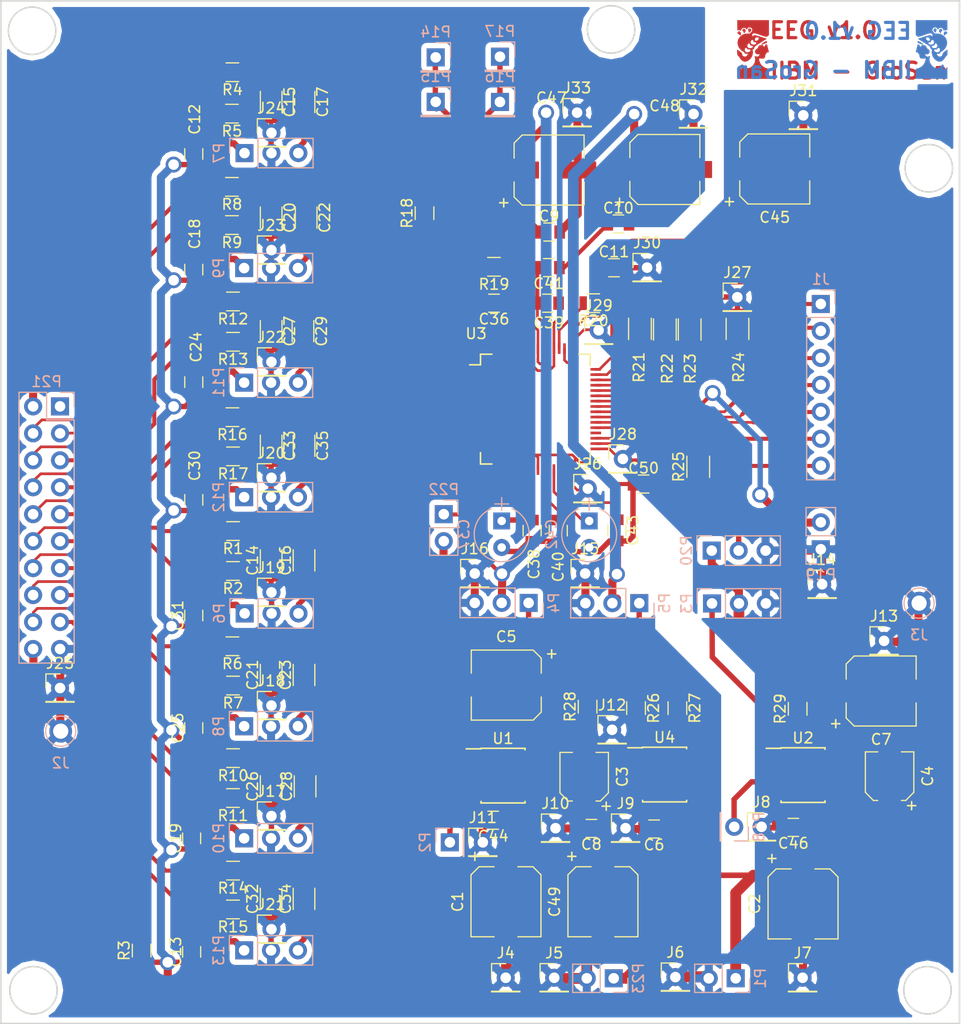
<source format=kicad_pcb>
(kicad_pcb (version 4) (host pcbnew 4.0.6)
  (layers (0 F.Cu signal) (31 B.Cu signal hide) (34 B.Paste user) (35 F.Paste user) (36 B.SilkS user) (37 F.SilkS user) (38 B.Mask user) (39 F.Mask user) (44 Edge.Cuts user))
  (net 0 "")
  (net 1 GND)
  (net 2 "Net-(C3-Pad1)")
  (net 3 "Net-(C4-Pad1)")
  (net 4 "Net-(C12-Pad1)")
  (net 5 "Net-(C12-Pad2)")
  (net 6 "Net-(C13-Pad2)")
  (net 7 "Net-(C14-Pad2)")
  (net 8 "Net-(C15-Pad1)")
  (net 9 "Net-(C16-Pad1)")
  (net 10 "Net-(C16-Pad2)")
  (net 11 "Net-(C17-Pad1)")
  (net 12 "Net-(C17-Pad2)")
  (net 13 "Net-(C18-Pad1)")
  (net 14 "Net-(C19-Pad2)")
  (net 15 "Net-(C20-Pad1)")
  (net 16 "Net-(C21-Pad2)")
  (net 17 "Net-(C22-Pad1)")
  (net 18 "Net-(C22-Pad2)")
  (net 19 "Net-(C23-Pad1)")
  (net 20 "Net-(C23-Pad2)")
  (net 21 "Net-(C24-Pad1)")
  (net 22 "Net-(C25-Pad2)")
  (net 23 "Net-(C26-Pad2)")
  (net 24 "Net-(C27-Pad1)")
  (net 25 "Net-(C28-Pad1)")
  (net 26 "Net-(C28-Pad2)")
  (net 27 "Net-(C29-Pad1)")
  (net 28 "Net-(C29-Pad2)")
  (net 29 "Net-(C30-Pad1)")
  (net 30 "Net-(C31-Pad2)")
  (net 31 "Net-(C32-Pad2)")
  (net 32 "Net-(C33-Pad1)")
  (net 33 "Net-(C34-Pad1)")
  (net 34 "Net-(C34-Pad2)")
  (net 35 "Net-(C35-Pad1)")
  (net 36 "Net-(C35-Pad2)")
  (net 37 "Net-(C36-Pad1)")
  (net 38 "Net-(C36-Pad2)")
  (net 39 "Net-(C37-Pad1)")
  (net 40 -2.5)
  (net 41 "Net-(C39-Pad1)")
  (net 42 "Net-(C40-Pad1)")
  (net 43 "Net-(C42-Pad1)")
  (net 44 "Net-(C43-Pad1)")
  (net 45 "Net-(P19-Pad2)")
  (net 46 +3.3)
  (net 47 "Net-(P20-Pad2)")
  (net 48 IN8P)
  (net 49 IN8N)
  (net 50 IN7P)
  (net 51 IN7N)
  (net 52 IN6P)
  (net 53 IN6N)
  (net 54 IN5P)
  (net 55 IN5N)
  (net 56 IN4P)
  (net 57 IN4N)
  (net 58 IN3P)
  (net 59 IN3N)
  (net 60 IN2P)
  (net 61 IN2N)
  (net 62 IN1P)
  (net 63 IN1N)
  (net 64 Ref_elec)
  (net 65 Bias)
  (net 66 "Net-(R20-Pad2)")
  (net 67 "Net-(R21-Pad2)")
  (net 68 "Net-(R22-Pad2)")
  (net 69 "Net-(R23-Pad2)")
  (net 70 "Net-(R24-Pad2)")
  (net 71 "Net-(R25-Pad2)")
  (net 72 "Net-(U1-Pad1)")
  (net 73 "Net-(U1-Pad7)")
  (net 74 "Net-(U1-Pad8)")
  (net 75 "Net-(U2-Pad1)")
  (net 76 "Net-(U2-Pad7)")
  (net 77 "Net-(U2-Pad8)")
  (net 78 "Net-(U3-Pad18)")
  (net 79 +2.5)
  (net 80 "Net-(U3-Pad27)")
  (net 81 "Net-(U3-Pad29)")
  (net 82 "Net-(U3-Pad36)")
  (net 83 "Net-(U3-Pad60)")
  (net 84 "Net-(U3-Pad62)")
  (net 85 "Net-(U3-Pad64)")
  (net 86 +5)
  (net 87 "Net-(C5-Pad1)")
  (net 88 "Net-(P5-Pad1)")
  (net 89 -5)
  (net 90 "Net-(R26-Pad2)")
  (net 91 "Net-(U4-Pad1)")
  (net 92 "Net-(U4-Pad5)")
  (net 93 "Net-(U4-Pad8)")
  (net 94 "Net-(P21-Pad1)")
  (net 95 "Net-(J1-Pad7)")
  (net 96 "Net-(J1-Pad6)")
  (net 97 "Net-(J1-Pad5)")
  (net 98 "Net-(J1-Pad4)")
  (net 99 "Net-(J1-Pad3)")
  (net 100 "Net-(J1-Pad2)")
  (net 101 "Net-(J1-Pad1)")
  (net 102 "Net-(C7-Pad1)")
  (net 103 "Net-(P2-Pad1)")
  (net 104 "Net-(P3-Pad1)")
  (net 105 "Net-(P4-Pad1)")
  (net 106 "Net-(P18-Pad1)")
  (net 107 "Net-(P22-Pad1)")
  (module Capacitors_SMD:CP_Elec_6.3x5.8 (layer F.Cu) (at 177.9524 40.2844)
    (fp_text reference C48 (at -0.0254 -5.9944) (layer F.SilkS))
    (fp_text value 10u)
    (fp_text user + (at -4.28 3.01) (layer F.SilkS))
    (pad 1 smd rect (at -2.7 0 180) (size 3.5 1.6) (layers F.Cu F.Paste F.Mask) (net 40 -2.5))
    (pad 2 smd rect (at 2.7 0 180) (size 3.5 1.6) (layers F.Cu F.Paste F.Mask) (net 1 GND))
  )
  (module Housings_QFP:LQFP-64_10x10mm_Pitch0.5mm (layer F.Cu) (at 165.735 62.865)
    (fp_text reference U3 (at -5.588 -7.112) (layer F.SilkS))
    (fp_text value ADS1299)
    (pad 1 smd rect (at -5.7 -3.75) (size 1 0.25) (layers F.Cu F.Paste F.Mask) (net 11 "Net-(C17-Pad1)"))
    (pad 2 smd rect (at -5.7 -3.25) (size 1 0.25) (layers F.Cu F.Paste F.Mask) (net 8 "Net-(C15-Pad1)"))
    (pad 3 smd rect (at -5.7 -2.75) (size 1 0.25) (layers F.Cu F.Paste F.Mask) (net 17 "Net-(C22-Pad1)"))
    (pad 4 smd rect (at -5.7 -2.25) (size 1 0.25) (layers F.Cu F.Paste F.Mask) (net 15 "Net-(C20-Pad1)"))
    (pad 5 smd rect (at -5.7 -1.75) (size 1 0.25) (layers F.Cu F.Paste F.Mask) (net 27 "Net-(C29-Pad1)"))
    (pad 6 smd rect (at -5.7 -1.25) (size 1 0.25) (layers F.Cu F.Paste F.Mask) (net 24 "Net-(C27-Pad1)"))
    (pad 7 smd rect (at -5.7 -0.75) (size 1 0.25) (layers F.Cu F.Paste F.Mask) (net 35 "Net-(C35-Pad1)"))
    (pad 8 smd rect (at -5.7 -0.25) (size 1 0.25) (layers F.Cu F.Paste F.Mask) (net 32 "Net-(C33-Pad1)"))
    (pad 9 smd rect (at -5.7 0.25) (size 1 0.25) (layers F.Cu F.Paste F.Mask) (net 10 "Net-(C16-Pad2)"))
    (pad 10 smd rect (at -5.7 0.75) (size 1 0.25) (layers F.Cu F.Paste F.Mask) (net 7 "Net-(C14-Pad2)"))
    (pad 11 smd rect (at -5.7 1.25) (size 1 0.25) (layers F.Cu F.Paste F.Mask) (net 20 "Net-(C23-Pad2)"))
    (pad 12 smd rect (at -5.7 1.75) (size 1 0.25) (layers F.Cu F.Paste F.Mask) (net 16 "Net-(C21-Pad2)"))
    (pad 13 smd rect (at -5.7 2.25) (size 1 0.25) (layers F.Cu F.Paste F.Mask) (net 26 "Net-(C28-Pad2)"))
    (pad 14 smd rect (at -5.7 2.75) (size 1 0.25) (layers F.Cu F.Paste F.Mask) (net 23 "Net-(C26-Pad2)"))
    (pad 15 smd rect (at -5.7 3.25) (size 1 0.25) (layers F.Cu F.Paste F.Mask) (net 34 "Net-(C34-Pad2)"))
    (pad 16 smd rect (at -5.7 3.75) (size 1 0.25) (layers F.Cu F.Paste F.Mask) (net 31 "Net-(C32-Pad2)"))
    (pad 17 smd rect (at -3.75 5.7 90) (size 1 0.25) (layers F.Cu F.Paste F.Mask) (net 107 "Net-(P22-Pad1)"))
    (pad 18 smd rect (at -3.25 5.7 90) (size 1 0.25) (layers F.Cu F.Paste F.Mask) (net 78 "Net-(U3-Pad18)"))
    (pad 19 smd rect (at -2.75 5.7 90) (size 1 0.25) (layers F.Cu F.Paste F.Mask) (net 79 +2.5))
    (pad 20 smd rect (at -2.25 5.7 90) (size 1 0.25) (layers F.Cu F.Paste F.Mask) (net 40 -2.5))
    (pad 21 smd rect (at -1.75 5.7 90) (size 1 0.25) (layers F.Cu F.Paste F.Mask) (net 79 +2.5))
    (pad 22 smd rect (at -1.25 5.7 90) (size 1 0.25) (layers F.Cu F.Paste F.Mask) (net 79 +2.5))
    (pad 23 smd rect (at -0.75 5.7 90) (size 1 0.25) (layers F.Cu F.Paste F.Mask) (net 40 -2.5))
    (pad 24 smd rect (at -0.25 5.7 90) (size 1 0.25) (layers F.Cu F.Paste F.Mask) (net 39 "Net-(C37-Pad1)"))
    (pad 25 smd rect (at 0.25 5.7 90) (size 1 0.25) (layers F.Cu F.Paste F.Mask) (net 40 -2.5))
    (pad 26 smd rect (at 0.75 5.7 90) (size 1 0.25) (layers F.Cu F.Paste F.Mask) (net 42 "Net-(C40-Pad1)"))
    (pad 27 smd rect (at 1.25 5.7 90) (size 1 0.25) (layers F.Cu F.Paste F.Mask) (net 80 "Net-(U3-Pad27)"))
    (pad 28 smd rect (at 1.75 5.7 90) (size 1 0.25) (layers F.Cu F.Paste F.Mask) (net 43 "Net-(C42-Pad1)"))
    (pad 29 smd rect (at 2.25 5.7 90) (size 1 0.25) (layers F.Cu F.Paste F.Mask) (net 81 "Net-(U3-Pad29)"))
    (pad 30 smd rect (at 2.75 5.7 90) (size 1 0.25) (layers F.Cu F.Paste F.Mask) (net 44 "Net-(C43-Pad1)"))
    (pad 31 smd rect (at 3.25 5.7 90) (size 1 0.25) (layers F.Cu F.Paste F.Mask) (net 1 GND))
    (pad 32 smd rect (at 3.75 5.7 90) (size 1 0.25) (layers F.Cu F.Paste F.Mask) (net 40 -2.5))
    (pad 33 smd rect (at 5.7 3.75) (size 1 0.25) (layers F.Cu F.Paste F.Mask) (net 1 GND))
    (pad 34 smd rect (at 5.7 3.25) (size 1 0.25) (layers F.Cu F.Paste F.Mask) (net 95 "Net-(J1-Pad7)"))
    (pad 35 smd rect (at 5.7 2.75) (size 1 0.25) (layers F.Cu F.Paste F.Mask) (net 71 "Net-(R25-Pad2)"))
    (pad 36 smd rect (at 5.7 2.25) (size 1 0.25) (layers F.Cu F.Paste F.Mask) (net 82 "Net-(U3-Pad36)"))
    (pad 37 smd rect (at 5.7 1.75) (size 1 0.25) (layers F.Cu F.Paste F.Mask) (net 96 "Net-(J1-Pad6)"))
    (pad 38 smd rect (at 5.7 1.25) (size 1 0.25) (layers F.Cu F.Paste F.Mask) (net 97 "Net-(J1-Pad5)"))
    (pad 39 smd rect (at 5.7 0.75) (size 1 0.25) (layers F.Cu F.Paste F.Mask) (net 98 "Net-(J1-Pad4)"))
    (pad 40 smd rect (at 5.7 0.25) (size 1 0.25) (layers F.Cu F.Paste F.Mask) (net 99 "Net-(J1-Pad3)"))
    (pad 41 smd rect (at 5.7 -0.25) (size 1 0.25) (layers F.Cu F.Paste F.Mask) (net 45 "Net-(P19-Pad2)"))
    (pad 42 smd rect (at 5.7 -0.75) (size 1 0.25) (layers F.Cu F.Paste F.Mask) (net 70 "Net-(R24-Pad2)"))
    (pad 43 smd rect (at 5.7 -1.25) (size 1 0.25) (layers F.Cu F.Paste F.Mask) (net 100 "Net-(J1-Pad2)"))
    (pad 44 smd rect (at 5.7 -1.75) (size 1 0.25) (layers F.Cu F.Paste F.Mask) (net 69 "Net-(R23-Pad2)"))
    (pad 45 smd rect (at 5.7 -2.25) (size 1 0.25) (layers F.Cu F.Paste F.Mask) (net 68 "Net-(R22-Pad2)"))
    (pad 46 smd rect (at 5.7 -2.75) (size 1 0.25) (layers F.Cu F.Paste F.Mask) (net 67 "Net-(R21-Pad2)"))
    (pad 47 smd rect (at 5.7 -3.25) (size 1 0.25) (layers F.Cu F.Paste F.Mask) (net 101 "Net-(J1-Pad1)"))
    (pad 48 smd rect (at 5.7 -3.75) (size 1 0.25) (layers F.Cu F.Paste F.Mask) (net 46 +3.3))
    (pad 49 smd rect (at 3.75 -5.7 90) (size 1 0.25) (layers F.Cu F.Paste F.Mask) (net 1 GND))
    (pad 50 smd rect (at 3.25 -5.7 90) (size 1 0.25) (layers F.Cu F.Paste F.Mask) (net 46 +3.3))
    (pad 51 smd rect (at 2.75 -5.7 90) (size 1 0.25) (layers F.Cu F.Paste F.Mask) (net 1 GND))
    (pad 52 smd rect (at 2.25 -5.7 90) (size 1 0.25) (layers F.Cu F.Paste F.Mask) (net 66 "Net-(R20-Pad2)"))
    (pad 53 smd rect (at 1.75 -5.7 90) (size 1 0.25) (layers F.Cu F.Paste F.Mask) (net 40 -2.5))
    (pad 54 smd rect (at 1.25 -5.7 90) (size 1 0.25) (layers F.Cu F.Paste F.Mask) (net 79 +2.5))
    (pad 55 smd rect (at 0.75 -5.7 90) (size 1 0.25) (layers F.Cu F.Paste F.Mask) (net 41 "Net-(C39-Pad1)"))
    (pad 56 smd rect (at 0.25 -5.7 90) (size 1 0.25) (layers F.Cu F.Paste F.Mask) (net 79 +2.5))
    (pad 57 smd rect (at -0.25 -5.7 90) (size 1 0.25) (layers F.Cu F.Paste F.Mask) (net 40 -2.5))
    (pad 58 smd rect (at -0.75 -5.7 90) (size 1 0.25) (layers F.Cu F.Paste F.Mask) (net 40 -2.5))
    (pad 59 smd rect (at -1.25 -5.7 90) (size 1 0.25) (layers F.Cu F.Paste F.Mask) (net 79 +2.5))
    (pad 60 smd rect (at -1.75 -5.7 90) (size 1 0.25) (layers F.Cu F.Paste F.Mask) (net 83 "Net-(U3-Pad60)"))
    (pad 61 smd rect (at -2.25 -5.7 90) (size 1 0.25) (layers F.Cu F.Paste F.Mask) (net 37 "Net-(C36-Pad1)"))
    (pad 62 smd rect (at -2.75 -5.7 90) (size 1 0.25) (layers F.Cu F.Paste F.Mask) (net 84 "Net-(U3-Pad62)"))
    (pad 63 smd rect (at -3.25 -5.7 90) (size 1 0.25) (layers F.Cu F.Paste F.Mask) (net 38 "Net-(C36-Pad2)"))
    (pad 64 smd rect (at -3.75 -5.7 90) (size 1 0.25) (layers F.Cu F.Paste F.Mask) (net 85 "Net-(U3-Pad64)"))
  )
  (module Pin_Headers:Pin_Header_Straight_1x03_Pitch2.54mm (layer B.Cu) (at 175.5394 81.153 90)
    (fp_text reference P5 (at 0 2.39 90) (layer B.SilkS) (effects (justify mirror)))
    (fp_text value -2.5V)
    (pad 1 thru_hole rect (at 0 0 90) (size 1.7 1.7) (drill 1) (layers *.Cu *.Mask) (net 88 "Net-(P5-Pad1)"))
    (pad 2 thru_hole oval (at 0 -2.54 90) (size 1.7 1.7) (drill 1) (layers *.Cu *.Mask) (net 40 -2.5))
    (pad 3 thru_hole oval (at 0 -5.08 90) (size 1.7 1.7) (drill 1) (layers *.Cu *.Mask) (net 1 GND))
  )
  (module Capacitors_SMD:C_0805 (layer F.Cu) (at 171.0182 102.3874 180)
    (fp_text reference C8 (at 0 -1.5 180) (layer F.SilkS))
    (fp_text value 0.1u)
    (pad 1 smd rect (at -1 0 180) (size 1 1.25) (layers F.Cu F.Paste F.Mask) (net 89 -5))
    (pad 2 smd rect (at 1 0 180) (size 1 1.25) (layers F.Cu F.Paste F.Mask) (net 1 GND))
  )
  (module Housings_SOIC:SOIC-8_3.9x4.9mm_Pitch1.27mm (layer F.Cu) (at 162.687 97.409)
    (fp_text reference U1 (at 0 -3.5) (layer F.SilkS))
    (fp_text value REF5025)
    (pad 1 smd rect (at -2.7 -1.905) (size 1.55 0.6) (layers F.Cu F.Paste F.Mask) (net 72 "Net-(U1-Pad1)"))
    (pad 2 smd rect (at -2.7 -0.635) (size 1.55 0.6) (layers F.Cu F.Paste F.Mask) (net 86 +5))
    (pad 3 smd rect (at -2.7 0.635) (size 1.55 0.6) (layers F.Cu F.Paste F.Mask) (net 103 "Net-(P2-Pad1)"))
    (pad 4 smd rect (at -2.7 1.905) (size 1.55 0.6) (layers F.Cu F.Paste F.Mask) (net 1 GND))
    (pad 5 smd rect (at 2.7 1.905) (size 1.55 0.6) (layers F.Cu F.Paste F.Mask) (net 2 "Net-(C3-Pad1)"))
    (pad 6 smd rect (at 2.7 0.635) (size 1.55 0.6) (layers F.Cu F.Paste F.Mask) (net 105 "Net-(P4-Pad1)"))
    (pad 7 smd rect (at 2.7 -0.635) (size 1.55 0.6) (layers F.Cu F.Paste F.Mask) (net 73 "Net-(U1-Pad7)"))
    (pad 8 smd rect (at 2.7 -1.905) (size 1.55 0.6) (layers F.Cu F.Paste F.Mask) (net 74 "Net-(U1-Pad8)"))
  )
  (module Housings_SOIC:SOIC-8_3.9x4.9mm_Pitch1.27mm (layer F.Cu) (at 177.927 97.3074)
    (fp_text reference U4 (at 0 -3.5) (layer F.SilkS))
    (fp_text value OPA735)
    (pad 1 smd rect (at -2.7 -1.905) (size 1.55 0.6) (layers F.Cu F.Paste F.Mask) (net 91 "Net-(U4-Pad1)"))
    (pad 2 smd rect (at -2.7 -0.635) (size 1.55 0.6) (layers F.Cu F.Paste F.Mask) (net 90 "Net-(R26-Pad2)"))
    (pad 3 smd rect (at -2.7 0.635) (size 1.55 0.6) (layers F.Cu F.Paste F.Mask) (net 1 GND))
    (pad 4 smd rect (at -2.7 1.905) (size 1.55 0.6) (layers F.Cu F.Paste F.Mask) (net 89 -5))
    (pad 5 smd rect (at 2.7 1.905) (size 1.55 0.6) (layers F.Cu F.Paste F.Mask) (net 92 "Net-(U4-Pad5)"))
    (pad 6 smd rect (at 2.7 0.635) (size 1.55 0.6) (layers F.Cu F.Paste F.Mask) (net 88 "Net-(P5-Pad1)"))
    (pad 7 smd rect (at 2.7 -0.635) (size 1.55 0.6) (layers F.Cu F.Paste F.Mask) (net 86 +5))
    (pad 8 smd rect (at 2.7 -1.905) (size 1.55 0.6) (layers F.Cu F.Paste F.Mask) (net 93 "Net-(U4-Pad8)"))
  )
  (module Pin_Headers:Pin_Header_Straight_1x03_Pitch2.54mm (layer B.Cu) (at 138.303 38.735 270)
    (fp_text reference P7 (at 0 2.39 270) (layer B.SilkS) (effects (justify mirror)))
    (fp_text value IN8)
    (pad 1 thru_hole rect (at 0 0 270) (size 1.7 1.7) (drill 1) (layers *.Cu *.Mask) (net 4 "Net-(C12-Pad1)"))
    (pad 2 thru_hole oval (at 0 -2.54 270) (size 1.7 1.7) (drill 1) (layers *.Cu *.Mask) (net 1 GND))
    (pad 3 thru_hole oval (at 0 -5.08 270) (size 1.7 1.7) (drill 1) (layers *.Cu *.Mask) (net 12 "Net-(C17-Pad2)"))
  )
  (module Pin_Headers:Pin_Header_Straight_1x03_Pitch2.54mm (layer B.Cu) (at 138.26684 60.37 270)
    (fp_text reference P11 (at 0 2.39 270) (layer B.SilkS) (effects (justify mirror)))
    (fp_text value IN6)
    (pad 1 thru_hole rect (at 0 0 270) (size 1.7 1.7) (drill 1) (layers *.Cu *.Mask) (net 21 "Net-(C24-Pad1)"))
    (pad 2 thru_hole oval (at 0 -2.54 270) (size 1.7 1.7) (drill 1) (layers *.Cu *.Mask) (net 1 GND))
    (pad 3 thru_hole oval (at 0 -5.08 270) (size 1.7 1.7) (drill 1) (layers *.Cu *.Mask) (net 28 "Net-(C29-Pad2)"))
  )
  (module Capacitors_SMD:C_0805 (layer F.Cu) (at 173.4312 74.295 270)
    (fp_text reference C43 (at 0 -1.5 270) (layer F.SilkS))
    (fp_text value 1u)
    (pad 1 smd rect (at -1 0 270) (size 1 1.25) (layers F.Cu F.Paste F.Mask) (net 44 "Net-(C43-Pad1)"))
    (pad 2 smd rect (at 1 0 270) (size 1 1.25) (layers F.Cu F.Paste F.Mask) (net 40 -2.5))
  )
  (module Capacitors_SMD:C_0805 (layer F.Cu) (at 167.894 74.3204 270)
    (fp_text reference C40 (at 3.4036 0 270) (layer F.SilkS))
    (fp_text value 1u)
    (pad 1 smd rect (at -1 0 270) (size 1 1.25) (layers F.Cu F.Paste F.Mask) (net 42 "Net-(C40-Pad1)"))
    (pad 2 smd rect (at 1 0 270) (size 1 1.25) (layers F.Cu F.Paste F.Mask) (net 40 -2.5))
  )
  (module Capacitors_SMD:C_0805 (layer F.Cu) (at 166.9288 52.8828)
    (fp_text reference C39 (at 0.0762 1.8542) (layer F.SilkS))
    (fp_text value 0.1u)
    (pad 1 smd rect (at -1 0) (size 1 1.25) (layers F.Cu F.Paste F.Mask) (net 41 "Net-(C39-Pad1)"))
    (pad 2 smd rect (at 1 0) (size 1 1.25) (layers F.Cu F.Paste F.Mask) (net 40 -2.5))
  )
  (module Capacitors_SMD:C_0805 (layer F.Cu) (at 165.4302 74.3204 270)
    (fp_text reference C38 (at 3.1496 -0.1778 270) (layer F.SilkS))
    (fp_text value 0.1u)
    (pad 1 smd rect (at -1 0 270) (size 1 1.25) (layers F.Cu F.Paste F.Mask) (net 39 "Net-(C37-Pad1)"))
    (pad 2 smd rect (at 1 0 270) (size 1 1.25) (layers F.Cu F.Paste F.Mask) (net 40 -2.5))
  )
  (module Capacitors_SMD:C_0805 (layer F.Cu) (at 161.8361 52.8828 180)
    (fp_text reference C36 (at 0 -1.5 180) (layer F.SilkS))
    (fp_text value 0.01u)
    (pad 1 smd rect (at -1 0 180) (size 1 1.25) (layers F.Cu F.Paste F.Mask) (net 37 "Net-(C36-Pad1)"))
    (pad 2 smd rect (at 1 0 180) (size 1 1.25) (layers F.Cu F.Paste F.Mask) (net 38 "Net-(C36-Pad2)"))
  )
  (module Capacitors_SMD:C_0805 (layer F.Cu) (at 133.51684 82.32 90)
    (fp_text reference C31 (at 0 -1.5 90) (layer F.SilkS))
    (fp_text value 4.7n)
    (pad 1 smd rect (at -1 0 90) (size 1 1.25) (layers F.Cu F.Paste F.Mask) (net 5 "Net-(C12-Pad2)"))
    (pad 2 smd rect (at 1 0 90) (size 1 1.25) (layers F.Cu F.Paste F.Mask) (net 30 "Net-(C31-Pad2)"))
  )
  (module Capacitors_SMD:C_0805 (layer F.Cu) (at 133.51684 71.42 270)
    (fp_text reference C30 (at -3.221 -0.08716 270) (layer F.SilkS))
    (fp_text value 4.7n)
    (pad 1 smd rect (at -1 0 270) (size 1 1.25) (layers F.Cu F.Paste F.Mask) (net 29 "Net-(C30-Pad1)"))
    (pad 2 smd rect (at 1 0 270) (size 1 1.25) (layers F.Cu F.Paste F.Mask) (net 5 "Net-(C12-Pad2)"))
  )
  (module Capacitors_SMD:C_0805 (layer F.Cu) (at 133.51684 92.92 90)
    (fp_text reference C25 (at 0 -1.5 90) (layer F.SilkS))
    (fp_text value 4.7n)
    (pad 1 smd rect (at -1 0 90) (size 1 1.25) (layers F.Cu F.Paste F.Mask) (net 5 "Net-(C12-Pad2)"))
    (pad 2 smd rect (at 1 0 90) (size 1 1.25) (layers F.Cu F.Paste F.Mask) (net 22 "Net-(C25-Pad2)"))
  )
  (module Capacitors_SMD:C_0805 (layer F.Cu) (at 133.51684 60.32 270)
    (fp_text reference C24 (at -3.297 -0.21416 270) (layer F.SilkS))
    (fp_text value 4.7n)
    (pad 1 smd rect (at -1 0 270) (size 1 1.25) (layers F.Cu F.Paste F.Mask) (net 21 "Net-(C24-Pad1)"))
    (pad 2 smd rect (at 1 0 270) (size 1 1.25) (layers F.Cu F.Paste F.Mask) (net 5 "Net-(C12-Pad2)"))
  )
  (module Capacitors_SMD:C_0805 (layer F.Cu) (at 133.31684 103.32 90)
    (fp_text reference C19 (at 0 -1.5 90) (layer F.SilkS))
    (fp_text value 4.7n)
    (pad 1 smd rect (at -1 0 90) (size 1 1.25) (layers F.Cu F.Paste F.Mask) (net 5 "Net-(C12-Pad2)"))
    (pad 2 smd rect (at 1 0 90) (size 1 1.25) (layers F.Cu F.Paste F.Mask) (net 14 "Net-(C19-Pad2)"))
  )
  (module Capacitors_SMD:C_0805 (layer F.Cu) (at 133.51684 49.72 270)
    (fp_text reference C18 (at -3.365 -0.08716 270) (layer F.SilkS))
    (fp_text value 4.7n)
    (pad 1 smd rect (at -1 0 270) (size 1 1.25) (layers F.Cu F.Paste F.Mask) (net 13 "Net-(C18-Pad1)"))
    (pad 2 smd rect (at 1 0 270) (size 1 1.25) (layers F.Cu F.Paste F.Mask) (net 5 "Net-(C12-Pad2)"))
  )
  (module Capacitors_SMD:C_0805 (layer F.Cu) (at 133.31684 114.02 90)
    (fp_text reference C13 (at 0 -1.5 90) (layer F.SilkS))
    (fp_text value 4.7n)
    (pad 1 smd rect (at -1 0 90) (size 1 1.25) (layers F.Cu F.Paste F.Mask) (net 5 "Net-(C12-Pad2)"))
    (pad 2 smd rect (at 1 0 90) (size 1 1.25) (layers F.Cu F.Paste F.Mask) (net 6 "Net-(C13-Pad2)"))
  )
  (module Capacitors_SMD:C_0805 (layer F.Cu) (at 133.51684 38.82 270)
    (fp_text reference C12 (at -3.26 -0.08716 270) (layer F.SilkS))
    (fp_text value 4.7n)
    (pad 1 smd rect (at -1 0 270) (size 1 1.25) (layers F.Cu F.Paste F.Mask) (net 4 "Net-(C12-Pad1)"))
    (pad 2 smd rect (at 1 0 270) (size 1 1.25) (layers F.Cu F.Paste F.Mask) (net 5 "Net-(C12-Pad2)"))
  )
  (module Capacitors_SMD:C_0805 (layer F.Cu) (at 173.5709 45.4152)
    (fp_text reference C10 (at 0 -1.5) (layer F.SilkS))
    (fp_text value 0.1u)
    (pad 1 smd rect (at -1 0) (size 1 1.25) (layers F.Cu F.Paste F.Mask) (net 40 -2.5))
    (pad 2 smd rect (at 1 0) (size 1 1.25) (layers F.Cu F.Paste F.Mask) (net 1 GND))
  )
  (module Pin_Headers:Pin_Header_Straight_1x03_Pitch2.54mm (layer B.Cu) (at 182.3974 81.1784 270)
    (fp_text reference P3 (at 0 2.39 270) (layer B.SilkS) (effects (justify mirror)))
    (fp_text value +3.3V)
    (pad 1 thru_hole rect (at 0 0 270) (size 1.7 1.7) (drill 1) (layers *.Cu *.Mask) (net 104 "Net-(P3-Pad1)"))
    (pad 2 thru_hole oval (at 0 -2.54 270) (size 1.7 1.7) (drill 1) (layers *.Cu *.Mask) (net 46 +3.3))
    (pad 3 thru_hole oval (at 0 -5.08 270) (size 1.7 1.7) (drill 1) (layers *.Cu *.Mask) (net 1 GND))
  )
  (module Pin_Headers:Pin_Header_Straight_1x03_Pitch2.54mm (layer B.Cu) (at 165.1 81.1276 90)
    (fp_text reference P4 (at 0 2.39 90) (layer B.SilkS) (effects (justify mirror)))
    (fp_text value +2.5V)
    (pad 1 thru_hole rect (at 0 0 90) (size 1.7 1.7) (drill 1) (layers *.Cu *.Mask) (net 105 "Net-(P4-Pad1)"))
    (pad 2 thru_hole oval (at 0 -2.54 90) (size 1.7 1.7) (drill 1) (layers *.Cu *.Mask) (net 79 +2.5))
    (pad 3 thru_hole oval (at 0 -5.08 90) (size 1.7 1.7) (drill 1) (layers *.Cu *.Mask) (net 1 GND))
  )
  (module Pin_Headers:Pin_Header_Straight_1x03_Pitch2.54mm (layer B.Cu) (at 138.31684 82.12 270)
    (fp_text reference P6 (at 0 2.39 270) (layer B.SilkS) (effects (justify mirror)))
    (fp_text value IN4)
    (pad 1 thru_hole rect (at 0 0 270) (size 1.7 1.7) (drill 1) (layers *.Cu *.Mask) (net 30 "Net-(C31-Pad2)"))
    (pad 2 thru_hole oval (at 0 -2.54 270) (size 1.7 1.7) (drill 1) (layers *.Cu *.Mask) (net 1 GND))
    (pad 3 thru_hole oval (at 0 -5.08 270) (size 1.7 1.7) (drill 1) (layers *.Cu *.Mask) (net 9 "Net-(C16-Pad1)"))
  )
  (module Pin_Headers:Pin_Header_Straight_1x03_Pitch2.54mm (layer B.Cu) (at 138.26684 92.755 270)
    (fp_text reference P8 (at 0 2.39 270) (layer B.SilkS) (effects (justify mirror)))
    (fp_text value IN3)
    (pad 1 thru_hole rect (at 0 0 270) (size 1.7 1.7) (drill 1) (layers *.Cu *.Mask) (net 22 "Net-(C25-Pad2)"))
    (pad 2 thru_hole oval (at 0 -2.54 270) (size 1.7 1.7) (drill 1) (layers *.Cu *.Mask) (net 1 GND))
    (pad 3 thru_hole oval (at 0 -5.08 270) (size 1.7 1.7) (drill 1) (layers *.Cu *.Mask) (net 19 "Net-(C23-Pad1)"))
  )
  (module Pin_Headers:Pin_Header_Straight_1x03_Pitch2.54mm (layer B.Cu) (at 138.26684 49.575 270)
    (fp_text reference P9 (at 0 2.39 270) (layer B.SilkS) (effects (justify mirror)))
    (fp_text value IN7)
    (pad 1 thru_hole rect (at 0 0 270) (size 1.7 1.7) (drill 1) (layers *.Cu *.Mask) (net 13 "Net-(C18-Pad1)"))
    (pad 2 thru_hole oval (at 0 -2.54 270) (size 1.7 1.7) (drill 1) (layers *.Cu *.Mask) (net 1 GND))
    (pad 3 thru_hole oval (at 0 -5.08 270) (size 1.7 1.7) (drill 1) (layers *.Cu *.Mask) (net 18 "Net-(C22-Pad2)"))
  )
  (module Pin_Headers:Pin_Header_Straight_1x03_Pitch2.54mm (layer B.Cu) (at 138.26684 103.315 270)
    (fp_text reference P10 (at 0 2.39 270) (layer B.SilkS) (effects (justify mirror)))
    (fp_text value IN2)
    (pad 1 thru_hole rect (at 0 0 270) (size 1.7 1.7) (drill 1) (layers *.Cu *.Mask) (net 14 "Net-(C19-Pad2)"))
    (pad 2 thru_hole oval (at 0 -2.54 270) (size 1.7 1.7) (drill 1) (layers *.Cu *.Mask) (net 1 GND))
    (pad 3 thru_hole oval (at 0 -5.08 270) (size 1.7 1.7) (drill 1) (layers *.Cu *.Mask) (net 25 "Net-(C28-Pad1)"))
  )
  (module Pin_Headers:Pin_Header_Straight_1x03_Pitch2.54mm (layer B.Cu) (at 138.26684 71.165 270)
    (fp_text reference P12 (at 0 2.39 270) (layer B.SilkS) (effects (justify mirror)))
    (fp_text value IN5)
    (pad 1 thru_hole rect (at 0 0 270) (size 1.7 1.7) (drill 1) (layers *.Cu *.Mask) (net 29 "Net-(C30-Pad1)"))
    (pad 2 thru_hole oval (at 0 -2.54 270) (size 1.7 1.7) (drill 1) (layers *.Cu *.Mask) (net 1 GND))
    (pad 3 thru_hole oval (at 0 -5.08 270) (size 1.7 1.7) (drill 1) (layers *.Cu *.Mask) (net 36 "Net-(C35-Pad2)"))
  )
  (module Pin_Headers:Pin_Header_Straight_1x03_Pitch2.54mm (layer B.Cu) (at 138.26684 113.875 270)
    (fp_text reference P13 (at 0 2.39 270) (layer B.SilkS) (effects (justify mirror)))
    (fp_text value IN1)
    (pad 1 thru_hole rect (at 0 0 270) (size 1.7 1.7) (drill 1) (layers *.Cu *.Mask) (net 6 "Net-(C13-Pad2)"))
    (pad 2 thru_hole oval (at 0 -2.54 270) (size 1.7 1.7) (drill 1) (layers *.Cu *.Mask) (net 1 GND))
    (pad 3 thru_hole oval (at 0 -5.08 270) (size 1.7 1.7) (drill 1) (layers *.Cu *.Mask) (net 33 "Net-(C34-Pad1)"))
  )
  (module Pin_Headers:Pin_Header_Straight_1x01_Pitch2.54mm (layer B.Cu) (at 156.337 29.718 180)
    (fp_text reference P14 (at 0 2.39 180) (layer B.SilkS) (effects (justify mirror)))
    (fp_text value BiasOut_C)
    (pad 1 thru_hole rect (at 0 0 180) (size 1.7 1.7) (drill 1) (layers *.Cu *.Mask) (net 38 "Net-(C36-Pad2)"))
  )
  (module Pin_Headers:Pin_Header_Straight_1x01_Pitch2.54mm (layer B.Cu) (at 156.337 33.909 180)
    (fp_text reference P15 (at 0 2.39 180) (layer B.SilkS) (effects (justify mirror)))
    (fp_text value BiasOut_R)
    (pad 1 thru_hole rect (at 0 0 180) (size 1.7 1.7) (drill 1) (layers *.Cu *.Mask) (net 38 "Net-(C36-Pad2)"))
  )
  (module Pin_Headers:Pin_Header_Straight_1x01_Pitch2.54mm (layer B.Cu) (at 162.3949 33.9217 180)
    (fp_text reference P16 (at 0 2.39 180) (layer B.SilkS) (effects (justify mirror)))
    (fp_text value BiasIn_C)
    (pad 1 thru_hole rect (at 0 0 180) (size 1.7 1.7) (drill 1) (layers *.Cu *.Mask) (net 37 "Net-(C36-Pad1)"))
  )
  (module Pin_Headers:Pin_Header_Straight_1x01_Pitch2.54mm (layer B.Cu) (at 162.3949 29.6545 180)
    (fp_text reference P17 (at 0 2.39 180) (layer B.SilkS) (effects (justify mirror)))
    (fp_text value BiasIn_R)
    (pad 1 thru_hole rect (at 0 0 180) (size 1.7 1.7) (drill 1) (layers *.Cu *.Mask) (net 37 "Net-(C36-Pad1)"))
  )
  (module Pin_Headers:Pin_Header_Straight_1x02_Pitch2.54mm (layer B.Cu) (at 192.659 76.073)
    (fp_text reference P19 (at 0 2.39) (layer B.SilkS) (effects (justify mirror)))
    (fp_text value Daisy)
    (pad 1 thru_hole rect (at 0 0) (size 1.7 1.7) (drill 1) (layers *.Cu *.Mask) (net 1 GND))
    (pad 2 thru_hole oval (at 0 -2.54) (size 1.7 1.7) (drill 1) (layers *.Cu *.Mask) (net 45 "Net-(P19-Pad2)"))
  )
  (module Pin_Headers:Pin_Header_Straight_1x03_Pitch2.54mm (layer B.Cu) (at 182.372 76.2 270)
    (fp_text reference P20 (at 0 2.39 270) (layer B.SilkS) (effects (justify mirror)))
    (fp_text value Sw_pwdn)
    (pad 1 thru_hole rect (at 0 0 270) (size 1.7 1.7) (drill 1) (layers *.Cu *.Mask) (net 46 +3.3))
    (pad 2 thru_hole oval (at 0 -2.54 270) (size 1.7 1.7) (drill 1) (layers *.Cu *.Mask) (net 47 "Net-(P20-Pad2)"))
    (pad 3 thru_hole oval (at 0 -5.08 270) (size 1.7 1.7) (drill 1) (layers *.Cu *.Mask) (net 1 GND))
  )
  (module Resistors_SMD:R_0805 (layer F.Cu) (at 137.2235 74.3585 180)
    (fp_text reference R1 (at 0 -1.65 180) (layer F.SilkS))
    (fp_text value 4.99k)
    (pad 1 smd rect (at -0.95 0 180) (size 0.7 1.3) (layers F.Cu F.Paste F.Mask) (net 10 "Net-(C16-Pad2)"))
    (pad 2 smd rect (at 0.95 0 180) (size 0.7 1.3) (layers F.Cu F.Paste F.Mask) (net 57 IN4N))
  )
  (module Resistors_SMD:R_0805 (layer F.Cu) (at 137.21684 78.12 180)
    (fp_text reference R2 (at 0 -1.65 180) (layer F.SilkS))
    (fp_text value 4.99k)
    (pad 1 smd rect (at -0.95 0 180) (size 0.7 1.3) (layers F.Cu F.Paste F.Mask) (net 7 "Net-(C14-Pad2)"))
    (pad 2 smd rect (at 0.95 0 180) (size 0.7 1.3) (layers F.Cu F.Paste F.Mask) (net 56 IN4P))
  )
  (module Resistors_SMD:R_0805 (layer F.Cu) (at 128.6002 113.8936 90)
    (fp_text reference R3 (at 0 -1.65 90) (layer F.SilkS))
    (fp_text value 4.99k)
    (pad 1 smd rect (at -0.95 0 90) (size 0.7 1.3) (layers F.Cu F.Paste F.Mask) (net 5 "Net-(C12-Pad2)"))
    (pad 2 smd rect (at 0.95 0 90) (size 0.7 1.3) (layers F.Cu F.Paste F.Mask) (net 64 Ref_elec))
  )
  (module Resistors_SMD:R_0805 (layer F.Cu) (at 137.16 31.115 180)
    (fp_text reference R4 (at 0 -1.65 180) (layer F.SilkS))
    (fp_text value 4.99k)
    (pad 1 smd rect (at -0.95 0 180) (size 0.7 1.3) (layers F.Cu F.Paste F.Mask) (net 11 "Net-(C17-Pad1)"))
    (pad 2 smd rect (at 0.95 0 180) (size 0.7 1.3) (layers F.Cu F.Paste F.Mask) (net 49 IN8N))
  )
  (module Resistors_SMD:R_0805 (layer F.Cu) (at 137.11684 35.02 180)
    (fp_text reference R5 (at 0 -1.65 180) (layer F.SilkS))
    (fp_text value 4.99k)
    (pad 1 smd rect (at -0.95 0 180) (size 0.7 1.3) (layers F.Cu F.Paste F.Mask) (net 8 "Net-(C15-Pad1)"))
    (pad 2 smd rect (at 0.95 0 180) (size 0.7 1.3) (layers F.Cu F.Paste F.Mask) (net 48 IN8P))
  )
  (module Resistors_SMD:R_0805 (layer F.Cu) (at 137.16 85.217 180)
    (fp_text reference R6 (at 0 -1.65 180) (layer F.SilkS))
    (fp_text value 4.99k)
    (pad 1 smd rect (at -0.95 0 180) (size 0.7 1.3) (layers F.Cu F.Paste F.Mask) (net 20 "Net-(C23-Pad2)"))
    (pad 2 smd rect (at 0.95 0 180) (size 0.7 1.3) (layers F.Cu F.Paste F.Mask) (net 59 IN3N))
  )
  (module Resistors_SMD:R_0805 (layer F.Cu) (at 137.21684 88.92 180)
    (fp_text reference R7 (at 0 -1.65 180) (layer F.SilkS))
    (fp_text value 4.99k)
    (pad 1 smd rect (at -0.95 0 180) (size 0.7 1.3) (layers F.Cu F.Paste F.Mask) (net 16 "Net-(C21-Pad2)"))
    (pad 2 smd rect (at 0.95 0 180) (size 0.7 1.3) (layers F.Cu F.Paste F.Mask) (net 58 IN3P))
  )
  (module Resistors_SMD:R_0805 (layer F.Cu) (at 137.11684 41.92 180)
    (fp_text reference R8 (at 0 -1.65 180) (layer F.SilkS))
    (fp_text value 4.99k)
    (pad 1 smd rect (at -0.95 0 180) (size 0.7 1.3) (layers F.Cu F.Paste F.Mask) (net 17 "Net-(C22-Pad1)"))
    (pad 2 smd rect (at 0.95 0 180) (size 0.7 1.3) (layers F.Cu F.Paste F.Mask) (net 51 IN7N))
  )
  (module Resistors_SMD:R_0805 (layer F.Cu) (at 137.11684 45.52 180)
    (fp_text reference R9 (at 0 -1.65 180) (layer F.SilkS))
    (fp_text value 4.99k)
    (pad 1 smd rect (at -0.95 0 180) (size 0.7 1.3) (layers F.Cu F.Paste F.Mask) (net 15 "Net-(C20-Pad1)"))
    (pad 2 smd rect (at 0.95 0 180) (size 0.7 1.3) (layers F.Cu F.Paste F.Mask) (net 50 IN7P))
  )
  (module Resistors_SMD:R_0805 (layer F.Cu) (at 137.2235 95.758 180)
    (fp_text reference R10 (at 0 -1.65 180) (layer F.SilkS))
    (fp_text value 4.99k)
    (pad 1 smd rect (at -0.95 0 180) (size 0.7 1.3) (layers F.Cu F.Paste F.Mask) (net 26 "Net-(C28-Pad2)"))
    (pad 2 smd rect (at 0.95 0 180) (size 0.7 1.3) (layers F.Cu F.Paste F.Mask) (net 61 IN2N))
  )
  (module Resistors_SMD:R_0805 (layer F.Cu) (at 137.21684 99.52 180)
    (fp_text reference R11 (at 0 -1.65 180) (layer F.SilkS))
    (fp_text value 4.99k)
    (pad 1 smd rect (at -0.95 0 180) (size 0.7 1.3) (layers F.Cu F.Paste F.Mask) (net 23 "Net-(C26-Pad2)"))
    (pad 2 smd rect (at 0.95 0 180) (size 0.7 1.3) (layers F.Cu F.Paste F.Mask) (net 60 IN2P))
  )
  (module Resistors_SMD:R_0805 (layer F.Cu) (at 137.21684 52.72 180)
    (fp_text reference R12 (at 0 -1.65 180) (layer F.SilkS))
    (fp_text value 4.99k)
    (pad 1 smd rect (at -0.95 0 180) (size 0.7 1.3) (layers F.Cu F.Paste F.Mask) (net 27 "Net-(C29-Pad1)"))
    (pad 2 smd rect (at 0.95 0 180) (size 0.7 1.3) (layers F.Cu F.Paste F.Mask) (net 53 IN6N))
  )
  (module Resistors_SMD:R_0805 (layer F.Cu) (at 137.21684 56.52 180)
    (fp_text reference R13 (at 0 -1.65 180) (layer F.SilkS))
    (fp_text value 4.99k)
    (pad 1 smd rect (at -0.95 0 180) (size 0.7 1.3) (layers F.Cu F.Paste F.Mask) (net 24 "Net-(C27-Pad1)"))
    (pad 2 smd rect (at 0.95 0 180) (size 0.7 1.3) (layers F.Cu F.Paste F.Mask) (net 52 IN6P))
  )
  (module Resistors_SMD:R_0805 (layer F.Cu) (at 137.2235 106.3625 180)
    (fp_text reference R14 (at 0 -1.65 180) (layer F.SilkS))
    (fp_text value 4.99k)
    (pad 1 smd rect (at -0.95 0 180) (size 0.7 1.3) (layers F.Cu F.Paste F.Mask) (net 34 "Net-(C34-Pad2)"))
    (pad 2 smd rect (at 0.95 0 180) (size 0.7 1.3) (layers F.Cu F.Paste F.Mask) (net 63 IN1N))
  )
  (module Resistors_SMD:R_0805 (layer F.Cu) (at 137.21684 110.02 180)
    (fp_text reference R15 (at 0 -1.65 180) (layer F.SilkS))
    (fp_text value 4.99k)
    (pad 1 smd rect (at -0.95 0 180) (size 0.7 1.3) (layers F.Cu F.Paste F.Mask) (net 31 "Net-(C32-Pad2)"))
    (pad 2 smd rect (at 0.95 0 180) (size 0.7 1.3) (layers F.Cu F.Paste F.Mask) (net 62 IN1P))
  )
  (module Resistors_SMD:R_0805 (layer F.Cu) (at 137.16 63.627 180)
    (fp_text reference R16 (at 0 -1.65 180) (layer F.SilkS))
    (fp_text value 4.99k)
    (pad 1 smd rect (at -0.95 0 180) (size 0.7 1.3) (layers F.Cu F.Paste F.Mask) (net 35 "Net-(C35-Pad1)"))
    (pad 2 smd rect (at 0.95 0 180) (size 0.7 1.3) (layers F.Cu F.Paste F.Mask) (net 55 IN5N))
  )
  (module Resistors_SMD:R_0805 (layer F.Cu) (at 137.21684 67.32 180)
    (fp_text reference R17 (at 0 -1.65 180) (layer F.SilkS))
    (fp_text value 4.99k)
    (pad 1 smd rect (at -0.95 0 180) (size 0.7 1.3) (layers F.Cu F.Paste F.Mask) (net 32 "Net-(C33-Pad1)"))
    (pad 2 smd rect (at 0.95 0 180) (size 0.7 1.3) (layers F.Cu F.Paste F.Mask) (net 54 IN5P))
  )
  (module Resistors_SMD:R_0805 (layer F.Cu) (at 155.2829 44.3992 90)
    (fp_text reference R18 (at 0 -1.65 90) (layer F.SilkS))
    (fp_text value 4.99k)
    (pad 1 smd rect (at -0.95 0 90) (size 0.7 1.3) (layers F.Cu F.Paste F.Mask) (net 38 "Net-(C36-Pad2)"))
    (pad 2 smd rect (at 0.95 0 90) (size 0.7 1.3) (layers F.Cu F.Paste F.Mask) (net 65 Bias))
  )
  (module Resistors_SMD:R_0805 (layer F.Cu) (at 161.8361 49.4538 180)
    (fp_text reference R19 (at 0 -1.65 180) (layer F.SilkS))
    (fp_text value 392k)
    (pad 1 smd rect (at -0.95 0 180) (size 0.7 1.3) (layers F.Cu F.Paste F.Mask) (net 37 "Net-(C36-Pad1)"))
    (pad 2 smd rect (at 0.95 0 180) (size 0.7 1.3) (layers F.Cu F.Paste F.Mask) (net 38 "Net-(C36-Pad2)"))
  )
  (module Resistors_SMD:R_0805 (layer F.Cu) (at 171.196 52.8828 180)
    (fp_text reference R20 (at 0 -1.65 180) (layer F.SilkS))
    (fp_text value 10k)
    (pad 1 smd rect (at -0.95 0 180) (size 0.7 1.3) (layers F.Cu F.Paste F.Mask) (net 46 +3.3))
    (pad 2 smd rect (at 0.95 0 180) (size 0.7 1.3) (layers F.Cu F.Paste F.Mask) (net 66 "Net-(R20-Pad2)"))
  )
  (module Resistors_SMD:R_0805 (layer F.Cu) (at 175.2338 91.045 270)
    (fp_text reference R26 (at 0 -1.65 270) (layer F.SilkS))
    (fp_text value 10k)
    (pad 1 smd rect (at -0.95 0 270) (size 0.7 1.3) (layers F.Cu F.Paste F.Mask) (net 105 "Net-(P4-Pad1)"))
    (pad 2 smd rect (at 0.95 0 270) (size 0.7 1.3) (layers F.Cu F.Paste F.Mask) (net 90 "Net-(R26-Pad2)"))
  )
  (module Resistors_SMD:R_0805 (layer F.Cu) (at 179.1338 91.045 270)
    (fp_text reference R27 (at 0 -1.65 270) (layer F.SilkS))
    (fp_text value 10k)
    (pad 1 smd rect (at -0.95 0 270) (size 0.7 1.3) (layers F.Cu F.Paste F.Mask) (net 88 "Net-(P5-Pad1)"))
    (pad 2 smd rect (at 0.95 0 270) (size 0.7 1.3) (layers F.Cu F.Paste F.Mask) (net 90 "Net-(R26-Pad2)"))
  )
  (module Pin_Headers:Pin_Header_Straight_1x02_Pitch2.54mm (layer B.Cu) (at 184.6326 116.5098 90)
    (fp_text reference P1 (at 0 2.33 90) (layer B.SilkS) (effects (justify mirror)))
    (fp_text value +5V)
    (pad 1 thru_hole rect (at 0 0 90) (size 1.7 1.7) (drill 1) (layers *.Cu *.Mask) (net 86 +5))
    (pad 2 thru_hole oval (at 0 -2.54 90) (size 1.7 1.7) (drill 1) (layers *.Cu *.Mask) (net 1 GND))
  )
  (module Pin_Headers:Pin_Header_Straight_1x02_Pitch2.54mm (layer B.Cu) (at 173.1264 116.5098 90)
    (fp_text reference P23 (at 0 2.33 90) (layer B.SilkS) (effects (justify mirror)))
    (fp_text value -5V)
    (pad 1 thru_hole rect (at 0 0 90) (size 1.7 1.7) (drill 1) (layers *.Cu *.Mask) (net 89 -5))
    (pad 2 thru_hole oval (at 0 -2.54 90) (size 1.7 1.7) (drill 1) (layers *.Cu *.Mask) (net 1 GND))
  )
  (module Capacitors_SMD:CP_Elec_6.3x5.8 (layer F.Cu) (at 162.9664 109.2962 270)
    (fp_text reference C1 (at 0 4.56 270) (layer F.SilkS))
    (fp_text value 10u)
    (fp_text user + (at -4.28 3.01 270) (layer F.SilkS))
    (pad 1 smd rect (at -2.7 0 90) (size 3.5 1.6) (layers F.Cu F.Paste F.Mask) (net 86 +5))
    (pad 2 smd rect (at 2.7 0 90) (size 3.5 1.6) (layers F.Cu F.Paste F.Mask) (net 1 GND))
  )
  (module Capacitors_SMD:CP_Elec_6.3x5.8 (layer F.Cu) (at 190.9826 109.4994 270)
    (fp_text reference C2 (at 0 4.56 270) (layer F.SilkS))
    (fp_text value 10u)
    (fp_text user + (at -4.28 3.01 270) (layer F.SilkS))
    (pad 1 smd rect (at -2.7 0 90) (size 3.5 1.6) (layers F.Cu F.Paste F.Mask) (net 86 +5))
    (pad 2 smd rect (at 2.7 0 90) (size 3.5 1.6) (layers F.Cu F.Paste F.Mask) (net 1 GND))
  )
  (module Capacitors_SMD:CP_Elec_4x4.5 (layer F.Cu) (at 170.3578 97.5106 90)
    (fp_text reference C3 (at 0 3.58 270) (layer F.SilkS))
    (fp_text value 1u)
    (fp_text user + (at -2.78 1.99 270) (layer F.SilkS))
    (pad 1 smd rect (at -1.8 0 270) (size 2.6 1.6) (layers F.Cu F.Paste F.Mask) (net 2 "Net-(C3-Pad1)"))
    (pad 2 smd rect (at 1.8 0 270) (size 2.6 1.6) (layers F.Cu F.Paste F.Mask) (net 1 GND))
  )
  (module Capacitors_SMD:CP_Elec_4x4.5 (layer F.Cu) (at 199.1614 97.4598 90)
    (fp_text reference C4 (at 0 3.58 270) (layer F.SilkS))
    (fp_text value 1u)
    (fp_text user + (at -2.78 1.99 270) (layer F.SilkS))
    (pad 1 smd rect (at -1.8 0 270) (size 2.6 1.6) (layers F.Cu F.Paste F.Mask) (net 3 "Net-(C4-Pad1)"))
    (pad 2 smd rect (at 1.8 0 270) (size 2.6 1.6) (layers F.Cu F.Paste F.Mask) (net 1 GND))
  )
  (module Capacitors_SMD:CP_Elec_6.3x5.8 (layer F.Cu) (at 162.9918 88.8746 180)
    (fp_text reference C5 (at 0 4.56 180) (layer F.SilkS))
    (fp_text value 10u)
    (fp_text user + (at -4.28 3.01 180) (layer F.SilkS))
    (pad 1 smd rect (at -2.7 0) (size 3.5 1.6) (layers F.Cu F.Paste F.Mask) (net 87 "Net-(C5-Pad1)"))
    (pad 2 smd rect (at 2.7 0) (size 3.5 1.6) (layers F.Cu F.Paste F.Mask) (net 1 GND))
  )
  (module Capacitors_SMD:C_0805 (layer F.Cu) (at 176.9364 102.4382 180)
    (fp_text reference C6 (at 0 -1.5 180) (layer F.SilkS))
    (fp_text value 0.1u)
    (pad 1 smd rect (at -1 0 180) (size 1 1.25) (layers F.Cu F.Paste F.Mask) (net 86 +5))
    (pad 2 smd rect (at 1 0 180) (size 1 1.25) (layers F.Cu F.Paste F.Mask) (net 1 GND))
  )
  (module Capacitors_SMD:CP_Elec_6.3x5.8 (layer F.Cu) (at 198.3486 89.4334)
    (fp_text reference C7 (at 0 4.56) (layer F.SilkS))
    (fp_text value 10u)
    (fp_text user + (at -4.28 3.01) (layer F.SilkS))
    (pad 1 smd rect (at -2.7 0 180) (size 3.5 1.6) (layers F.Cu F.Paste F.Mask) (net 102 "Net-(C7-Pad1)"))
    (pad 2 smd rect (at 2.7 0 180) (size 3.5 1.6) (layers F.Cu F.Paste F.Mask) (net 1 GND))
  )
  (module Capacitors_SMD:C_0805 (layer F.Cu) (at 167.0304 46.1772)
    (fp_text reference C9 (at 0 -1.5) (layer F.SilkS))
    (fp_text value 0.1u)
    (pad 1 smd rect (at -1 0) (size 1 1.25) (layers F.Cu F.Paste F.Mask) (net 79 +2.5))
    (pad 2 smd rect (at 1 0) (size 1 1.25) (layers F.Cu F.Paste F.Mask) (net 1 GND))
  )
  (module Capacitors_SMD:C_0805 (layer F.Cu) (at 173.1518 49.5427)
    (fp_text reference C11 (at 0 -1.5) (layer F.SilkS))
    (fp_text value 0.1u)
    (pad 1 smd rect (at -1 0) (size 1 1.25) (layers F.Cu F.Paste F.Mask) (net 46 +3.3))
    (pad 2 smd rect (at 1 0) (size 1 1.25) (layers F.Cu F.Paste F.Mask) (net 1 GND))
  )
  (module Capacitors_SMD:C_1206 (layer F.Cu) (at 143.91684 77.12 90)
    (fp_text reference C16 (at 0 -1.75 90) (layer F.SilkS))
    (fp_text value 4.7n)
    (pad 1 smd rect (at -1.5 0 90) (size 1 1.6) (layers F.Cu F.Paste F.Mask) (net 9 "Net-(C16-Pad1)"))
    (pad 2 smd rect (at 1.5 0 90) (size 1 1.6) (layers F.Cu F.Paste F.Mask) (net 10 "Net-(C16-Pad2)"))
  )
  (module Capacitors_SMD:C_1206 (layer F.Cu) (at 143.91684 33.92 270)
    (fp_text reference C17 (at 0 -1.75 270) (layer F.SilkS))
    (fp_text value 4.7n)
    (pad 1 smd rect (at -1.5 0 270) (size 1 1.6) (layers F.Cu F.Paste F.Mask) (net 11 "Net-(C17-Pad1)"))
    (pad 2 smd rect (at 1.5 0 270) (size 1 1.6) (layers F.Cu F.Paste F.Mask) (net 12 "Net-(C17-Pad2)"))
  )
  (module Capacitors_SMD:C_1206 (layer F.Cu) (at 144.11684 44.82 270)
    (fp_text reference C22 (at 0 -1.75 270) (layer F.SilkS))
    (fp_text value 4.7n)
    (pad 1 smd rect (at -1.5 0 270) (size 1 1.6) (layers F.Cu F.Paste F.Mask) (net 17 "Net-(C22-Pad1)"))
    (pad 2 smd rect (at 1.5 0 270) (size 1 1.6) (layers F.Cu F.Paste F.Mask) (net 18 "Net-(C22-Pad2)"))
  )
  (module Capacitors_SMD:C_1206 (layer F.Cu) (at 144.01684 98.42 90)
    (fp_text reference C28 (at 0 -1.75 90) (layer F.SilkS))
    (fp_text value 4.7n)
    (pad 1 smd rect (at -1.5 0 90) (size 1 1.6) (layers F.Cu F.Paste F.Mask) (net 25 "Net-(C28-Pad1)"))
    (pad 2 smd rect (at 1.5 0 90) (size 1 1.6) (layers F.Cu F.Paste F.Mask) (net 26 "Net-(C28-Pad2)"))
  )
  (module Capacitors_SMD:C_1206 (layer F.Cu) (at 143.81684 55.52 270)
    (fp_text reference C29 (at 0 -1.75 270) (layer F.SilkS))
    (fp_text value 4.7n)
    (pad 1 smd rect (at -1.5 0 270) (size 1 1.6) (layers F.Cu F.Paste F.Mask) (net 27 "Net-(C29-Pad1)"))
    (pad 2 smd rect (at 1.5 0 270) (size 1 1.6) (layers F.Cu F.Paste F.Mask) (net 28 "Net-(C29-Pad2)"))
  )
  (module Capacitors_SMD:C_1206 (layer F.Cu) (at 143.91684 109.02 90)
    (fp_text reference C34 (at 0 -1.75 90) (layer F.SilkS))
    (fp_text value 4.7n)
    (pad 1 smd rect (at -1.5 0 90) (size 1 1.6) (layers F.Cu F.Paste F.Mask) (net 33 "Net-(C34-Pad1)"))
    (pad 2 smd rect (at 1.5 0 90) (size 1 1.6) (layers F.Cu F.Paste F.Mask) (net 34 "Net-(C34-Pad2)"))
  )
  (module Capacitors_SMD:C_1206 (layer F.Cu) (at 143.91684 66.32 270)
    (fp_text reference C35 (at 0 -1.75 270) (layer F.SilkS))
    (fp_text value 4.7n)
    (pad 1 smd rect (at -1.5 0 270) (size 1 1.6) (layers F.Cu F.Paste F.Mask) (net 35 "Net-(C35-Pad1)"))
    (pad 2 smd rect (at 1.5 0 270) (size 1 1.6) (layers F.Cu F.Paste F.Mask) (net 36 "Net-(C35-Pad2)"))
  )
  (module Capacitors_SMD:C_0805 (layer F.Cu) (at 161.7599 101.6127 180)
    (fp_text reference C44 (at 0 -1.5 180) (layer F.SilkS))
    (fp_text value 0.1u)
    (pad 1 smd rect (at -1 0 180) (size 1 1.25) (layers F.Cu F.Paste F.Mask) (net 86 +5))
    (pad 2 smd rect (at 1 0 180) (size 1 1.25) (layers F.Cu F.Paste F.Mask) (net 1 GND))
  )
  (module Capacitors_SMD:CP_Elec_6.3x5.8 (layer F.Cu) (at 188.3156 40.2336)
    (fp_text reference C45 (at 0 4.56) (layer F.SilkS))
    (fp_text value 10u)
    (fp_text user + (at -4.28 3.01) (layer F.SilkS))
    (pad 1 smd rect (at -2.7 0 180) (size 3.5 1.6) (layers F.Cu F.Paste F.Mask) (net 46 +3.3))
    (pad 2 smd rect (at 2.7 0 180) (size 3.5 1.6) (layers F.Cu F.Paste F.Mask) (net 1 GND))
  )
  (module Capacitors_SMD:C_0805 (layer F.Cu) (at 190.0682 102.2858 180)
    (fp_text reference C46 (at 0 -1.5 180) (layer F.SilkS))
    (fp_text value 0.1u)
    (pad 1 smd rect (at -1 0 180) (size 1 1.25) (layers F.Cu F.Paste F.Mask) (net 86 +5))
    (pad 2 smd rect (at 1 0 180) (size 1 1.25) (layers F.Cu F.Paste F.Mask) (net 1 GND))
  )
  (module Resistors_SMD:R_0805 (layer F.Cu) (at 170.6626 90.9066 90)
    (fp_text reference R28 (at 0 -1.65 90) (layer F.SilkS))
    (fp_text value 1)
    (pad 1 smd rect (at -0.95 0 90) (size 0.7 1.3) (layers F.Cu F.Paste F.Mask) (net 105 "Net-(P4-Pad1)"))
    (pad 2 smd rect (at 0.95 0 90) (size 0.7 1.3) (layers F.Cu F.Paste F.Mask) (net 87 "Net-(C5-Pad1)"))
  )
  (module Resistors_SMD:R_0805 (layer F.Cu) (at 190.4746 91.1098 90)
    (fp_text reference R29 (at 0 -1.65 90) (layer F.SilkS))
    (fp_text value 1)
    (pad 1 smd rect (at -0.95 0 90) (size 0.7 1.3) (layers F.Cu F.Paste F.Mask) (net 104 "Net-(P3-Pad1)"))
    (pad 2 smd rect (at 0.95 0 90) (size 0.7 1.3) (layers F.Cu F.Paste F.Mask) (net 102 "Net-(C7-Pad1)"))
  )
  (module Capacitors_SMD:C_1206 (layer F.Cu) (at 140.81684 77.12 90)
    (fp_text reference C14 (at 0 -1.75 90) (layer F.SilkS))
    (fp_text value 4.7n)
    (pad 1 smd rect (at -1.5 0 90) (size 1 1.6) (layers F.Cu F.Paste F.Mask) (net 1 GND))
    (pad 2 smd rect (at 1.5 0 90) (size 1 1.6) (layers F.Cu F.Paste F.Mask) (net 7 "Net-(C14-Pad2)"))
  )
  (module Capacitors_SMD:C_1206 (layer F.Cu) (at 140.81684 33.92 270)
    (fp_text reference C15 (at 0 -1.75 270) (layer F.SilkS))
    (fp_text value 4.7n)
    (pad 1 smd rect (at -1.5 0 270) (size 1 1.6) (layers F.Cu F.Paste F.Mask) (net 8 "Net-(C15-Pad1)"))
    (pad 2 smd rect (at 1.5 0 270) (size 1 1.6) (layers F.Cu F.Paste F.Mask) (net 1 GND))
  )
  (module Capacitors_SMD:C_1206 (layer F.Cu) (at 140.81684 44.82 270)
    (fp_text reference C20 (at 0 -1.75 270) (layer F.SilkS))
    (fp_text value 4.7n)
    (pad 1 smd rect (at -1.5 0 270) (size 1 1.6) (layers F.Cu F.Paste F.Mask) (net 15 "Net-(C20-Pad1)"))
    (pad 2 smd rect (at 1.5 0 270) (size 1 1.6) (layers F.Cu F.Paste F.Mask) (net 1 GND))
  )
  (module Capacitors_SMD:C_1206 (layer F.Cu) (at 140.81684 87.92 90)
    (fp_text reference C21 (at 0 -1.75 90) (layer F.SilkS))
    (fp_text value 4.7n)
    (pad 1 smd rect (at -1.5 0 90) (size 1 1.6) (layers F.Cu F.Paste F.Mask) (net 1 GND))
    (pad 2 smd rect (at 1.5 0 90) (size 1 1.6) (layers F.Cu F.Paste F.Mask) (net 16 "Net-(C21-Pad2)"))
  )
  (module Capacitors_SMD:C_1206 (layer F.Cu) (at 143.91684 87.92 90)
    (fp_text reference C23 (at 0 -1.75 90) (layer F.SilkS))
    (fp_text value 4.7n)
    (pad 1 smd rect (at -1.5 0 90) (size 1 1.6) (layers F.Cu F.Paste F.Mask) (net 19 "Net-(C23-Pad1)"))
    (pad 2 smd rect (at 1.5 0 90) (size 1 1.6) (layers F.Cu F.Paste F.Mask) (net 20 "Net-(C23-Pad2)"))
  )
  (module Capacitors_SMD:C_1206 (layer F.Cu) (at 140.81684 98.42 90)
    (fp_text reference C26 (at 0 -1.75 90) (layer F.SilkS))
    (fp_text value 4.7n)
    (pad 1 smd rect (at -1.5 0 90) (size 1 1.6) (layers F.Cu F.Paste F.Mask) (net 1 GND))
    (pad 2 smd rect (at 1.5 0 90) (size 1 1.6) (layers F.Cu F.Paste F.Mask) (net 23 "Net-(C26-Pad2)"))
  )
  (module Capacitors_SMD:C_1206 (layer F.Cu) (at 140.81684 55.52 270)
    (fp_text reference C27 (at 0 -1.75 270) (layer F.SilkS))
    (fp_text value 4.7n)
    (pad 1 smd rect (at -1.5 0 270) (size 1 1.6) (layers F.Cu F.Paste F.Mask) (net 24 "Net-(C27-Pad1)"))
    (pad 2 smd rect (at 1.5 0 270) (size 1 1.6) (layers F.Cu F.Paste F.Mask) (net 1 GND))
  )
  (module Capacitors_SMD:C_1206 (layer F.Cu) (at 140.81684 109.02 90)
    (fp_text reference C32 (at 0 -1.75 90) (layer F.SilkS))
    (fp_text value 4.7n)
    (pad 1 smd rect (at -1.5 0 90) (size 1 1.6) (layers F.Cu F.Paste F.Mask) (net 1 GND))
    (pad 2 smd rect (at 1.5 0 90) (size 1 1.6) (layers F.Cu F.Paste F.Mask) (net 31 "Net-(C32-Pad2)"))
  )
  (module Capacitors_SMD:C_1206 (layer F.Cu) (at 140.81684 66.32 270)
    (fp_text reference C33 (at 0 -1.75 270) (layer F.SilkS))
    (fp_text value 4.7n)
    (pad 1 smd rect (at -1.5 0 270) (size 1 1.6) (layers F.Cu F.Paste F.Mask) (net 32 "Net-(C33-Pad1)"))
    (pad 2 smd rect (at 1.5 0 270) (size 1 1.6) (layers F.Cu F.Paste F.Mask) (net 1 GND))
  )
  (module Resistors_SMD:R_1206 (layer F.Cu) (at 175.6 55.3 270)
    (fp_text reference R21 (at 3.628 0.086 270) (layer F.SilkS))
    (fp_text value 10k)
    (pad 1 smd rect (at -1.45 0 270) (size 0.9 1.7) (layers F.Cu F.Paste F.Mask) (net 1 GND))
    (pad 2 smd rect (at 1.45 0 270) (size 0.9 1.7) (layers F.Cu F.Paste F.Mask) (net 67 "Net-(R21-Pad2)"))
  )
  (module Resistors_SMD:R_1206 (layer F.Cu) (at 177.95 55.365 270)
    (fp_text reference R22 (at 3.69 -0.231 270) (layer F.SilkS))
    (fp_text value 10k)
    (pad 1 smd rect (at -1.45 0 270) (size 0.9 1.7) (layers F.Cu F.Paste F.Mask) (net 1 GND))
    (pad 2 smd rect (at 1.45 0 270) (size 0.9 1.7) (layers F.Cu F.Paste F.Mask) (net 68 "Net-(R22-Pad2)"))
  )
  (module Resistors_SMD:R_1206 (layer F.Cu) (at 180.29 55.365 270)
    (fp_text reference R23 (at 3.69 -0.05 270) (layer F.SilkS))
    (fp_text value 10k)
    (pad 1 smd rect (at -1.45 0 270) (size 0.9 1.7) (layers F.Cu F.Paste F.Mask) (net 1 GND))
    (pad 2 smd rect (at 1.45 0 270) (size 0.9 1.7) (layers F.Cu F.Paste F.Mask) (net 69 "Net-(R23-Pad2)"))
  )
  (module Resistors_SMD:R_1206 (layer F.Cu) (at 184.8 55.3 270)
    (fp_text reference R24 (at 3.628 -0.112 270) (layer F.SilkS))
    (fp_text value 10k)
    (pad 1 smd rect (at -1.45 0 270) (size 0.9 1.7) (layers F.Cu F.Paste F.Mask) (net 1 GND))
    (pad 2 smd rect (at 1.45 0 270) (size 0.9 1.7) (layers F.Cu F.Paste F.Mask) (net 70 "Net-(R24-Pad2)"))
  )
  (module Resistors_SMD:R_1206 (layer F.Cu) (at 181.1 68.3 90)
    (fp_text reference R25 (at 0 -1.85 90) (layer F.SilkS))
    (fp_text value 10k)
    (pad 1 smd rect (at -1.45 0 90) (size 0.9 1.7) (layers F.Cu F.Paste F.Mask) (net 47 "Net-(P20-Pad2)"))
    (pad 2 smd rect (at 1.45 0 90) (size 0.9 1.7) (layers F.Cu F.Paste F.Mask) (net 71 "Net-(R25-Pad2)"))
  )
  (module Housings_SOIC:SOIC-8_3.9x4.9mm_Pitch1.27mm (layer F.Cu) (at 190.9826 97.3582)
    (fp_text reference U2 (at 0 -3.5) (layer F.SilkS))
    (fp_text value REF5030)
    (pad 1 smd rect (at -2.7 -1.905) (size 1.55 0.6) (layers F.Cu F.Paste F.Mask) (net 75 "Net-(U2-Pad1)"))
    (pad 2 smd rect (at -2.7 -0.635) (size 1.55 0.6) (layers F.Cu F.Paste F.Mask) (net 86 +5))
    (pad 3 smd rect (at -2.7 0.635) (size 1.55 0.6) (layers F.Cu F.Paste F.Mask) (net 106 "Net-(P18-Pad1)"))
    (pad 4 smd rect (at -2.7 1.905) (size 1.55 0.6) (layers F.Cu F.Paste F.Mask) (net 1 GND))
    (pad 5 smd rect (at 2.7 1.905) (size 1.55 0.6) (layers F.Cu F.Paste F.Mask) (net 3 "Net-(C4-Pad1)"))
    (pad 6 smd rect (at 2.7 0.635) (size 1.55 0.6) (layers F.Cu F.Paste F.Mask) (net 104 "Net-(P3-Pad1)"))
    (pad 7 smd rect (at 2.7 -0.635) (size 1.55 0.6) (layers F.Cu F.Paste F.Mask) (net 76 "Net-(U2-Pad7)"))
    (pad 8 smd rect (at 2.7 -1.905) (size 1.55 0.6) (layers F.Cu F.Paste F.Mask) (net 77 "Net-(U2-Pad8)"))
  )
  (module Capacitors_SMD:CP_Elec_6.3x5.8 (layer F.Cu) (at 167.0304 40.3352)
    (fp_text reference C47 (at 0.2286 -6.8072) (layer F.SilkS))
    (fp_text value 10u)
    (fp_text user + (at -4.28 3.01) (layer F.SilkS))
    (pad 1 smd rect (at -2.7 0 180) (size 3.5 1.6) (layers F.Cu F.Paste F.Mask) (net 79 +2.5))
    (pad 2 smd rect (at 2.7 0 180) (size 3.5 1.6) (layers F.Cu F.Paste F.Mask) (net 1 GND))
  )
  (module Pin_Headers:Pin_Header_Straight_1x07_Pitch2.54mm (layer B.Cu) (at 192.659 52.959 180)
    (fp_text reference J1 (at 0 2.33 180) (layer B.SilkS) (effects (justify mirror)))
    (fp_text value OUT)
    (pad 1 thru_hole rect (at 0 0 180) (size 1.7 1.7) (drill 1) (layers *.Cu *.Mask) (net 101 "Net-(J1-Pad1)"))
    (pad 2 thru_hole oval (at 0 -2.54 180) (size 1.7 1.7) (drill 1) (layers *.Cu *.Mask) (net 100 "Net-(J1-Pad2)"))
    (pad 3 thru_hole oval (at 0 -5.08 180) (size 1.7 1.7) (drill 1) (layers *.Cu *.Mask) (net 99 "Net-(J1-Pad3)"))
    (pad 4 thru_hole oval (at 0 -7.62 180) (size 1.7 1.7) (drill 1) (layers *.Cu *.Mask) (net 98 "Net-(J1-Pad4)"))
    (pad 5 thru_hole oval (at 0 -10.16 180) (size 1.7 1.7) (drill 1) (layers *.Cu *.Mask) (net 97 "Net-(J1-Pad5)"))
    (pad 6 thru_hole oval (at 0 -12.7 180) (size 1.7 1.7) (drill 1) (layers *.Cu *.Mask) (net 96 "Net-(J1-Pad6)"))
    (pad 7 thru_hole oval (at 0 -15.24 180) (size 1.7 1.7) (drill 1) (layers *.Cu *.Mask) (net 95 "Net-(J1-Pad7)"))
  )
  (module Pin_Headers:Pin_Header_Straight_1x02_Pitch2.54mm (layer B.Cu) (at 157.099 72.771 180)
    (fp_text reference P22 (at 0 2.33 180) (layer B.SilkS) (effects (justify mirror)))
    (fp_text value D/Ref)
    (pad 1 thru_hole rect (at 0 0 180) (size 1.7 1.7) (drill 1) (layers *.Cu *.Mask) (net 107 "Net-(P22-Pad1)"))
    (pad 2 thru_hole oval (at 0 -2.54 180) (size 1.7 1.7) (drill 1) (layers *.Cu *.Mask) (net 5 "Net-(C12-Pad2)"))
  )
  (module Capacitors_SMD:CP_Elec_6.3x5.8 (layer F.Cu) (at 172.1104 109.2962 270)
    (fp_text reference C49 (at 0 4.56 270) (layer F.SilkS))
    (fp_text value 10u)
    (fp_text user + (at -4.28 3.01 270) (layer F.SilkS))
    (pad 1 smd rect (at -2.7 0 90) (size 3.5 1.6) (layers F.Cu F.Paste F.Mask) (net 89 -5))
    (pad 2 smd rect (at 2.7 0 90) (size 3.5 1.6) (layers F.Cu F.Paste F.Mask) (net 1 GND))
  )
  (module Capacitors_SMD:C_0805 (layer F.Cu) (at 175.9458 69.9262)
    (fp_text reference C50 (at 0 -1.5) (layer F.SilkS))
    (fp_text value 0.1u)
    (pad 1 smd rect (at -1 0) (size 1 1.25) (layers F.Cu F.Paste F.Mask) (net 40 -2.5))
    (pad 2 smd rect (at 1 0) (size 1 1.25) (layers F.Cu F.Paste F.Mask) (net 1 GND))
  )
  (module Capacitors_THT:CP_Radial_Tantal_D5.0mm_P2.50mm (layer B.Cu) (at 162.56 73.406 270)
    (fp_text reference C37 (at 1.25 3.56 270) (layer B.SilkS) (effects (justify mirror)))
    (fp_text value 10u)
    (pad 1 thru_hole rect (at 0 0 270) (size 1.6 1.6) (drill 0.8) (layers *.Cu *.Mask) (net 39 "Net-(C37-Pad1)"))
    (pad 2 thru_hole circle (at 2.5 0 270) (size 1.6 1.6) (drill 0.8) (layers *.Cu *.Mask) (net 40 -2.5))
  )
  (module Capacitors_SMD:C_0805 (layer F.Cu) (at 167.005 49.53 180)
    (fp_text reference C41 (at 0 -1.5 180) (layer F.SilkS))
    (fp_text value 1u)
    (pad 1 smd rect (at -1 0 180) (size 1 1.25) (layers F.Cu F.Paste F.Mask) (net 40 -2.5))
    (pad 2 smd rect (at 1 0 180) (size 1 1.25) (layers F.Cu F.Paste F.Mask) (net 41 "Net-(C39-Pad1)"))
  )
  (module Capacitors_THT:CP_Radial_Tantal_D5.0mm_P2.50mm (layer B.Cu) (at 170.815 73.406 270)
    (fp_text reference C42 (at 1.25 3.56 270) (layer B.SilkS) (effects (justify mirror)))
    (fp_text value 100u)
    (pad 1 thru_hole rect (at 0 0 270) (size 1.6 1.6) (drill 0.8) (layers *.Cu *.Mask) (net 43 "Net-(C42-Pad1)"))
    (pad 2 thru_hole circle (at 2.5 0 270) (size 1.6 1.6) (drill 0.8) (layers *.Cu *.Mask) (net 40 -2.5))
  )
  (module PINtorneado:PINtorneado (layer B.Cu) (at 120.9675 93.218)
    (fp_text reference J2 (at 0 3) (layer B.SilkS) (effects (justify mirror)))
    (fp_text value GND)
    (pad 1 thru_hole circle (at 0 0) (size 2.143 2.143) (drill 1.435) (layers *.Cu *.Mask) (net 1 GND))
  )
  (module PINtorneado:PINtorneado (layer B.Cu) (at 201.93 81.153)
    (fp_text reference J3 (at 0 3) (layer B.SilkS) (effects (justify mirror)))
    (fp_text value GND)
    (pad 1 thru_hole circle (at 0 0) (size 2.143 2.143) (drill 1.435) (layers *.Cu *.Mask) (net 1 GND))
  )
  (module Pin_Headers:Pin_Header_Straight_2x10_Pitch2.54mm (layer B.Cu) (at 120.904 62.611 180)
    (fp_text reference P21 (at 1.27 2.33 180) (layer B.SilkS) (effects (justify mirror)))
    (fp_text value Electrodes)
    (pad 1 thru_hole rect (at 0 0 180) (size 1.7 1.7) (drill 1) (layers *.Cu *.Mask) (net 94 "Net-(P21-Pad1)"))
    (pad 2 thru_hole oval (at 2.54 0 180) (size 1.7 1.7) (drill 1) (layers *.Cu *.Mask) (net 65 Bias))
    (pad 3 thru_hole oval (at 0 -2.54 180) (size 1.7 1.7) (drill 1) (layers *.Cu *.Mask) (net 48 IN8P))
    (pad 4 thru_hole oval (at 2.54 -2.54 180) (size 1.7 1.7) (drill 1) (layers *.Cu *.Mask) (net 49 IN8N))
    (pad 5 thru_hole oval (at 0 -5.08 180) (size 1.7 1.7) (drill 1) (layers *.Cu *.Mask) (net 50 IN7P))
    (pad 6 thru_hole oval (at 2.54 -5.08 180) (size 1.7 1.7) (drill 1) (layers *.Cu *.Mask) (net 51 IN7N))
    (pad 7 thru_hole oval (at 0 -7.62 180) (size 1.7 1.7) (drill 1) (layers *.Cu *.Mask) (net 52 IN6P))
    (pad 8 thru_hole oval (at 2.54 -7.62 180) (size 1.7 1.7) (drill 1) (layers *.Cu *.Mask) (net 53 IN6N))
    (pad 9 thru_hole oval (at 0 -10.16 180) (size 1.7 1.7) (drill 1) (layers *.Cu *.Mask) (net 54 IN5P))
    (pad 10 thru_hole oval (at 2.54 -10.16 180) (size 1.7 1.7) (drill 1) (layers *.Cu *.Mask) (net 55 IN5N))
    (pad 11 thru_hole oval (at 0 -12.7 180) (size 1.7 1.7) (drill 1) (layers *.Cu *.Mask) (net 56 IN4P))
    (pad 12 thru_hole oval (at 2.54 -12.7 180) (size 1.7 1.7) (drill 1) (layers *.Cu *.Mask) (net 57 IN4N))
    (pad 13 thru_hole oval (at 0 -15.24 180) (size 1.7 1.7) (drill 1) (layers *.Cu *.Mask) (net 58 IN3P))
    (pad 14 thru_hole oval (at 2.54 -15.24 180) (size 1.7 1.7) (drill 1) (layers *.Cu *.Mask) (net 59 IN3N))
    (pad 15 thru_hole oval (at 0 -17.78 180) (size 1.7 1.7) (drill 1) (layers *.Cu *.Mask) (net 60 IN2P))
    (pad 16 thru_hole oval (at 2.54 -17.78 180) (size 1.7 1.7) (drill 1) (layers *.Cu *.Mask) (net 61 IN2N))
    (pad 17 thru_hole oval (at 0 -20.32 180) (size 1.7 1.7) (drill 1) (layers *.Cu *.Mask) (net 62 IN1P))
    (pad 18 thru_hole oval (at 2.54 -20.32 180) (size 1.7 1.7) (drill 1) (layers *.Cu *.Mask) (net 63 IN1N))
    (pad 19 thru_hole oval (at 0 -22.86 180) (size 1.7 1.7) (drill 1) (layers *.Cu *.Mask) (net 1 GND))
    (pad 20 thru_hole oval (at 2.54 -22.86 180) (size 1.7 1.7) (drill 1) (layers *.Cu *.Mask) (net 64 Ref_elec))
  )
  (module Pin_Headers:Pin_Header_Straight_1x01_Pitch2.54mm (layer B.Cu) (at 157.6705 103.6955 270)
    (fp_text reference P2 (at 0 2.33 270) (layer B.SilkS) (effects (justify mirror)))
    (fp_text value Temp5025)
    (pad 1 thru_hole rect (at 0 0 270) (size 1.7 1.7) (drill 1) (layers *.Cu *.Mask) (net 103 "Net-(P2-Pad1)"))
  )
  (module Pin_Headers:Pin_Header_Straight_1x01_Pitch2.54mm (layer B.Cu) (at 184.4929 102.235 90)
    (fp_text reference P18 (at 0 2.33 90) (layer B.SilkS) (effects (justify mirror)))
    (fp_text value Temp5030)
    (pad 1 thru_hole circle (at 0 0 90) (size 1.7 1.7) (drill 1) (layers *.Cu *.Mask) (net 106 "Net-(P18-Pad1)"))
  )
  (module LogoModules:logoFiuba_small_mirrored (layer F.Cu) (at 186.309 28.956 180)
    (fp_text reference G*** hide)
    (fp_text value LOGO hide)
    (fp_poly (pts (xy -1.260169 0.468282) (xy -1.272225 0.449406) (xy -1.288265 0.404107) (xy -1.306125 0.339341) (xy -1.322364 0.268262) (xy -1.344188 0.17001) (xy -1.370009 0.063681) (xy -1.395824 -0.034587) (xy -1.408943 -0.080616) (xy -1.432184 -0.165784) (xy -1.441153 -0.224094) (xy -1.434088 -0.260476) (xy -1.409227 -0.279864) (xy -1.364809 -0.287188) (xy -1.334907 -0.287867) (xy -1.268223 -0.295038) (xy -1.230175 -0.318881) (xy -1.215973 -0.362892) (xy -1.215571 -0.37496) (xy -1.203859 -0.418155) (xy -1.182165 -0.44354) (xy -1.147085 -0.475233) (xy -1.122981 -0.52032) (xy -1.106572 -0.586595) (xy -1.098853 -0.641505) (xy -1.079866 -0.737569) (xy -1.046078 -0.806112) (xy -0.993406 -0.850023) (xy -0.917767 -0.872193) (xy -0.815077 -0.875513) (xy -0.772153 -0.87277) (xy -0.67125 -0.86439) (xy -0.601138 -0.859308) (xy -0.556397 -0.858613) (xy -0.531611 -0.863394) (xy -0.521361 -0.874741) (xy -0.520228 -0.893741) (xy -0.522795 -0.921485) (xy -0.522904 -0.922867) (xy -0.537974 -1.016188) (xy -0.567844 -1.125291) (xy -0.608244 -1.23715) (xy -0.654901 -1.338736) (xy -0.665884 -1.358951) (xy -0.750253 -1.476545) (xy -0.862724 -1.585397) (xy -0.995286 -1.680067) (xy -1.139927 -1.755117) (xy -1.288637 -1.805108) (xy -1.338036 -1.815315) (xy -1.451428 -1.834778) (xy -1.451428 -2.777067) (xy 1.524 -2.777067) (xy 1.523932 -2.214034) (xy 1.523867 -2.061415) (xy 1.523577 -1.939583) (xy 1.522859 -1.845461) (xy 1.521508 -1.775968) (xy 1.519322 -1.728025) (xy 1.516096 -1.698555) (xy 1.511627 -1.684476) (xy 1.505712 -1.682711) (xy 1.498146 -1.690181) (xy 1.49006 -1.7018) (xy 1.423963 -1.778917) (xy 1.346583 -1.832758) (xy 1.318712 -1.844606) (xy 1.268195 -1.85627) (xy 1.208344 -1.861709) (xy 1.151554 -1.860854) (xy 1.110215 -1.853637) (xy 1.097709 -1.845833) (xy 1.100969 -1.823368) (xy 1.122253 -1.786501) (xy 1.135166 -1.769525) (xy 1.180891 -1.688698) (xy 1.192046 -1.603489) (xy 1.168227 -1.518993) (xy 1.156773 -1.4986) (xy 1.117485 -1.448685) (xy 1.078611 -1.429595) (xy 1.036956 -1.44174) (xy 0.989325 -1.485531) (xy 0.958871 -1.524) (xy 0.858893 -1.637522) (xy 0.751598 -1.718086) (xy 0.638527 -1.765577) (xy 0.52122 -1.779879) (xy 0.401221 -1.760877) (xy 0.28007 -1.708454) (xy 0.159309 -1.622495) (xy 0.120029 -1.586962) (xy -0.000517 -1.449246) (xy -0.091565 -1.295706) (xy -0.134341 -1.186493) (xy -0.152907 -1.098773) (xy -0.161586 -0.993948) (xy -0.160322 -0.885603) (xy -0.149055 -0.787327) (xy -0.136268 -0.735058) (xy -0.120913 -0.687173) (xy -0.111033 -0.655125) (xy -0.109053 -0.6477) (xy -0.123451 -0.642218) (xy -0.158579 -0.645508) (xy -0.200866 -0.655305) (xy -0.235857 -0.668867) (xy -0.307705 -0.690908) (xy -0.385026 -0.689169) (xy -0.452553 -0.664334) (xy -0.460702 -0.6588) (xy -0.500348 -0.619841) (xy -0.538785 -0.56664) (xy -0.568139 -0.511837) (xy -0.580538 -0.468072) (xy -0.580571 -0.466341) (xy -0.567671 -0.444775) (xy -0.54026 -0.442006) (xy -0.515827 -0.459079) (xy -0.489729 -0.469553) (xy -0.434071 -0.472363) (xy -0.397508 -0.470744) (xy -0.312173 -0.457896) (xy -0.251383 -0.428624) (xy -0.204974 -0.376384) (xy -0.179265 -0.3302) (xy -0.149786 -0.236233) (xy -0.155807 -0.147907) (xy -0.196829 -0.0666) (xy -0.272357 0.006312) (xy -0.309932 0.031489) (xy -0.384022 0.089874) (xy -0.438934 0.159395) (xy -0.468413 0.23116) (xy -0.471714 0.261402) (xy -0.48831 0.306808) (xy -0.514517 0.330195) (xy -0.560472 0.34945) (xy -0.630749 0.369074) (xy -0.713511 0.386618) (xy -0.796919 0.399632) (xy -0.869136 0.405665) (xy -0.879928 0.405821) (xy -0.9525 0.405829) (xy -0.889 0.368015) (xy -0.8255 0.3302) (xy -0.879316 0.324488) (xy -0.930524 0.307814) (xy -0.973699 0.277922) (xy -1.007206 0.24968) (xy -1.032929 0.237107) (xy -1.033846 0.237066) (xy -1.046678 0.239629) (xy -1.057041 0.252053) (xy -1.068307 0.281442) (xy -1.083851 0.334898) (xy -1.088744 0.352647) (xy -1.107927 0.403432) (xy -1.137099 0.433605) (xy -1.173401 0.451067) (xy -1.220758 0.465514) (xy -1.255775 0.469232) (xy -1.260169 0.468282)) (layer F.Cu) (width 0.01))
    (fp_poly (pts (xy -1.451428 1.342368) (xy -1.359206 1.261855) (xy -1.309772 1.219791) (xy -1.274959 1.196607) (xy -1.243007 1.187933) (xy -1.202153 1.189398) (xy -1.173242 1.192746) (xy -1.097188 1.206806) (xy -0.995875 1.232605) (xy -0.87703 1.267773) (xy -0.748382 1.309942) (xy -0.617659 1.356743) (xy -0.537409 1.387661) (xy -0.362998 1.450903) (xy -0.21535 1.49138) (xy -0.09434 1.509065) (xy 0.000159 1.503934) (xy 0.068273 1.47596) (xy 0.110128 1.425118) (xy 0.125849 1.351382) (xy 0.11565 1.255134) (xy 0.1043 1.202168) (xy 0.033955 1.261484) (xy -0.001599 1.288782) (xy -0.03766 1.308641) (xy -0.078077 1.320545) (xy -0.126699 1.32398) (xy -0.187375 1.318433) (xy -0.263954 1.30339) (xy -0.360284 1.278336) (xy -0.480214 1.242758) (xy -0.627594 1.19614) (xy -0.748001 1.157041) (xy -0.875092 1.11537) (xy -0.990112 1.077365) (xy -1.088872 1.044433) (xy -1.167186 1.017983) (xy -1.220864 0.99942) (xy -1.245721 0.990152) (xy -1.24693 0.989394) (xy -1.231394 0.979584) (xy -1.189131 0.953205) (xy -1.123637 0.912432) (xy -1.038407 0.859438) (xy -0.936937 0.796397) (xy -0.822722 0.725482) (xy -0.725714 0.665281) (xy -0.600627 0.586925) (xy -0.482994 0.51182) (xy -0.376843 0.442647) (xy -0.286203 0.382085) (xy -0.215102 0.332815) (xy -0.167568 0.297517) (xy -0.150573 0.282662) (xy -0.111633 0.230061) (xy -0.084845 0.173478) (xy -0.080501 0.156995) (xy -0.053655 0.07523) (xy -0.007356 0.019484) (xy 0.030904 -0.003159) (xy 0.065163 -0.022525) (xy 0.078235 -0.038104) (xy 0.078215 -0.038226) (xy 0.075694 -0.059985) (xy 0.071081 -0.106749) (xy 0.065228 -0.169769) (xy 0.063118 -0.193218) (xy 0.063341 -0.374851) (xy 0.096125 -0.547799) (xy 0.160162 -0.708531) (xy 0.254143 -0.853514) (xy 0.343106 -0.949431) (xy 0.47187 -1.053666) (xy 0.597857 -1.124144) (xy 0.721099 -1.160874) (xy 0.841623 -1.163864) (xy 0.959459 -1.133122) (xy 0.970643 -1.128391) (xy 1.063707 -1.073127) (xy 1.154823 -0.992674) (xy 1.235838 -0.895209) (xy 1.288263 -0.809782) (xy 1.332938 -0.737707) (xy 1.390357 -0.663295) (xy 1.432555 -0.618067) (xy 1.521318 -0.5334) (xy 1.530138 -0.309411) (xy 1.5341 -0.200795) (xy 1.535216 -0.122694) (xy 1.532096 -0.071786) (xy 1.523348 -0.044746) (xy 1.507581 -0.038251) (xy 1.483406 -0.048978) (xy 1.44943 -0.073603) (xy 1.43588 -0.084174) (xy 1.378135 -0.129082) (xy 1.307439 -0.183599) (xy 1.239012 -0.235986) (xy 1.238468 -0.2364) (xy 1.162559 -0.29897) (xy 1.112247 -0.354304) (xy 1.081265 -0.411374) (xy 1.063349 -0.479151) (xy 1.061578 -0.489685) (xy 1.04972 -0.542486) (xy 1.034459 -0.584603) (xy 1.029899 -0.592717) (xy 0.979409 -0.639297) (xy 0.906817 -0.671225) (xy 0.82387 -0.686053) (xy 0.742313 -0.681335) (xy 0.689429 -0.663651) (xy 0.630798 -0.619671) (xy 0.581691 -0.55755) (xy 0.550792 -0.490054) (xy 0.544584 -0.45074) (xy 0.544286 -0.401946) (xy 0.680357 -0.410097) (xy 0.74998 -0.413463) (xy 0.790898 -0.412402) (xy 0.810528 -0.405703) (xy 0.816287 -0.392159) (xy 0.816429 -0.387923) (xy 0.825425 -0.356573) (xy 0.834572 -0.347133) (xy 0.850172 -0.323091) (xy 0.852714 -0.306033) (xy 0.869642 -0.278708) (xy 0.919428 -0.24166) (xy 0.974713 -0.209665) (xy 1.127693 -0.109911) (xy 1.168282 -0.072195) (xy 0.827875 -0.072195) (xy 0.800326 -0.156933) (xy 0.745928 -0.228732) (xy 0.672505 -0.271893) (xy 0.580851 -0.286144) (xy 0.47176 -0.271215) (xy 0.467727 -0.270184) (xy 0.407836 -0.24546) (xy 0.349674 -0.206501) (xy 0.302439 -0.161266) (xy 0.275328 -0.117715) (xy 0.272143 -0.100934) (xy 0.287529 -0.049864) (xy 0.329161 -0.01538) (xy 0.390247 -0.000063) (xy 0.463997 -0.006489) (xy 0.496055 -0.015914) (xy 0.530229 -0.023324) (xy 0.54647 -0.008121) (xy 0.55127 0.006735) (xy 0.580269 0.067636) (xy 0.62517 0.111077) (xy 0.678247 0.134246) (xy 0.731776 0.134332) (xy 0.778033 0.108522) (xy 0.79043 0.093778) (xy 0.824927 0.015127) (xy 0.827875 -0.072195) (xy 1.168282 -0.072195) (xy 1.255042 0.008421) (xy 1.356174 0.141611) (xy 1.430502 0.285938) (xy 1.439564 0.315236) (xy 0.581253 0.315236) (xy 0.568967 0.245385) (xy 0.541289 0.195023) (xy 0.475517 0.142607) (xy 0.389606 0.110844) (xy 0.293653 0.101664) (xy 0.197755 0.116998) (xy 0.174821 0.124948) (xy 0.128401 0.150879) (xy 0.083042 0.188222) (xy 0.048947 0.227244) (xy 0.036286 0.257053) (xy 0.04802 0.278407) (xy 0.076684 0.310111) (xy 0.080818 0.314036) (xy 0.12492 0.343657) (xy 0.18123 0.354953) (xy 0.205664 0.3556) (xy 0.254972 0.357136) (xy 0.281266 0.36763) (xy 0.296267 0.395912) (xy 0.306462 0.431524) (xy 0.336421 0.49902) (xy 0.380629 0.54122) (xy 0.434546 0.554796) (xy 0.466544 0.548907) (xy 0.515879 0.515911) (xy 0.552749 0.45978) (xy 0.575194 0.389795) (xy 0.581253 0.315236) (xy 1.439564 0.315236) (xy 1.477442 0.437682) (xy 1.496407 0.593122) (xy 1.492113 0.662679) (xy 0.272143 0.662679) (xy 0.259223 0.593683) (xy 0.225752 0.528468) (xy 0.191868 0.492126) (xy 0.112962 0.451247) (xy 0.018076 0.432767) (xy -0.081085 0.43719) (xy -0.172814 0.465024) (xy -0.192885 0.475509) (xy -0.246244 0.519704) (xy -0.267109 0.567219) (xy -0.257952 0.61233) (xy -0.221247 0.649311) (xy -0.159467 0.672439) (xy -0.105695 0.677333) (xy -0.0532 0.678533) (xy -0.027461 0.685877) (xy -0.018951 0.704985) (xy -0.018143 0.728974) (xy -0.006519 0.798714) (xy 0.024596 0.852107) (xy 0.069567 0.884286) (xy 0.122761 0.890385) (xy 0.156195 0.879544) (xy 0.196703 0.84484) (xy 0.233981 0.788909) (xy 0.261352 0.72424) (xy 0.272141 0.663319) (xy 0.272143 0.662679) (xy 1.492113 0.662679) (xy 1.486812 0.748538) (xy 1.448071 0.90021) (xy 1.44373 0.909353) (xy -0.127245 0.909353) (xy -0.131346 0.845972) (xy -0.138012 0.822651) (xy -0.163621 0.803843) (xy -0.213834 0.797) (xy -0.279229 0.802337) (xy -0.344086 0.817989) (xy -0.413859 0.857355) (xy -0.463152 0.920768) (xy -0.487809 1.002031) (xy -0.489857 1.035437) (xy -0.489857 1.1176) (xy -0.370736 1.1176) (xy -0.284824 1.114127) (xy -0.226049 1.101472) (xy -0.185802 1.076279) (xy -0.155475 1.035192) (xy -0.154402 1.033272) (xy -0.135391 0.977694) (xy -0.127245 0.909353) (xy 1.44373 0.909353) (xy 1.379598 1.044416) (xy 1.280808 1.177437) (xy 1.204834 1.252) (xy 1.067998 1.353346) (xy 0.922542 1.424362) (xy 0.764127 1.466419) (xy 0.588416 1.480887) (xy 0.489857 1.478031) (xy 0.424841 1.475133) (xy 0.3819 1.479089) (xy 0.346946 1.493944) (xy 0.305893 1.52374) (xy 0.291986 1.534832) (xy 0.20041 1.622165) (xy 0.139264 1.711781) (xy 0.110809 1.800061) (xy 0.108977 1.827882) (xy 0.124901 1.916853) (xy 0.169863 1.987981) (xy 0.2401 2.037901) (xy 0.331847 2.063247) (xy 0.375072 2.065755) (xy 0.463764 2.053682) (xy 0.533727 2.015365) (xy 0.589232 1.948008) (xy 0.607776 1.913486) (xy 0.641518 1.843649) (xy 0.660938 1.899138) (xy 0.690861 1.947782) (xy 0.738633 1.991446) (xy 0.743857 1.994886) (xy 0.820086 2.024532) (xy 0.903671 2.027149) (xy 0.986927 2.006378) (xy 1.062168 1.965857) (xy 1.121709 1.909229) (xy 1.157864 1.840133) (xy 1.165105 1.795355) (xy 1.166911 1.75947) (xy 1.169097 1.744141) (xy 1.169139 1.744133) (xy 1.185161 1.751046) (xy 1.222688 1.768484) (xy 1.242786 1.778) (xy 1.318606 1.802835) (xy 1.398767 1.811233) (xy 1.468668 1.802225) (xy 1.488907 1.794337) (xy 1.499099 1.790248) (xy 1.507099 1.791692) (xy 1.513172 1.80219) (xy 1.517584 1.825262) (xy 1.520598 1.864429) (xy 1.522482 1.92321) (xy 1.5235 2.005126) (xy 1.523918 2.113697) (xy 1.524 2.252444) (xy 1.524 2.7432) (xy -1.451428 2.7432) (xy -1.451428 1.342368)) (layer F.Cu) (width 0.01))
    (fp_poly (pts (xy -1.25356 0.776468) (xy -1.265686 0.763449) (xy -1.268389 0.731436) (xy -1.266412 0.690033) (xy -1.260928 0.601133) (xy -1.034143 0.529314) (xy -0.928394 0.497328) (xy -0.841604 0.474078) (xy -0.777122 0.460218) (xy -0.738296 0.456401) (xy -0.728476 0.46328) (xy -0.735693 0.471099) (xy -0.848062 0.558428) (xy -0.95438 0.63481) (xy -1.050445 0.697619) (xy -1.132053 0.74423) (xy -1.195003 0.772017) (xy -1.228404 0.778933) (xy -1.25356 0.776468)) (layer F.Cu) (width 0.01))
    (fp_poly (pts (xy 1.290113 1.677384) (xy 1.251573 1.64401) (xy 1.215586 1.589944) (xy 1.189159 1.528106) (xy 1.179286 1.473034) (xy 1.191082 1.409576) (xy 1.22112 1.347405) (xy 1.256184 1.307542) (xy 1.275293 1.300637) (xy 1.289903 1.319485) (xy 1.298202 1.342642) (xy 1.322253 1.385966) (xy 1.368784 1.420002) (xy 1.39405 1.432261) (xy 1.456733 1.465104) (xy 1.491214 1.49804) (xy 1.504571 1.539071) (xy 1.505579 1.558332) (xy 1.489889 1.615542) (xy 1.448541 1.660101) (xy 1.391329 1.6866) (xy 1.32804 1.68963) (xy 1.290113 1.677384)) (layer F.Cu) (width 0.01))
    (fp_poly (pts (xy 0.883737 1.923932) (xy 0.813136 1.896264) (xy 0.766471 1.84387) (xy 0.74512 1.76855) (xy 0.743857 1.741197) (xy 0.746805 1.687519) (xy 0.760311 1.649393) (xy 0.791374 1.611774) (xy 0.814294 1.589741) (xy 0.867548 1.544332) (xy 0.901136 1.526466) (xy 0.916219 1.535955) (xy 0.91396 1.57261) (xy 0.913745 1.573626) (xy 0.911574 1.6064) (xy 0.924781 1.636453) (xy 0.958837 1.673869) (xy 0.977698 1.691489) (xy 1.028942 1.746482) (xy 1.048499 1.792659) (xy 1.037033 1.836546) (xy 0.99713 1.882883) (xy 0.955727 1.915998) (xy 0.919654 1.927127) (xy 0.883737 1.923932)) (layer F.Cu) (width 0.01))
    (fp_poly (pts (xy 0.274972 1.935068) (xy 0.235571 1.888539) (xy 0.220661 1.827154) (xy 0.228687 1.759638) (xy 0.258096 1.694715) (xy 0.307333 1.641111) (xy 0.330015 1.626034) (xy 0.372888 1.607102) (xy 0.417995 1.595052) (xy 0.456526 1.59073) (xy 0.479675 1.594984) (xy 0.478633 1.608662) (xy 0.475343 1.612053) (xy 0.457837 1.648755) (xy 0.456272 1.701728) (xy 0.47019 1.757032) (xy 0.480786 1.778) (xy 0.504984 1.83932) (xy 0.495135 1.891949) (xy 0.463595 1.929565) (xy 0.402896 1.962548) (xy 0.336429 1.96314) (xy 0.274972 1.935068)) (layer F.Cu) (width 0.01))
  )
  (module LogoModules:logoFiuba_small_mirrored (layer B.Cu) (at 203.073 28.956)
    (fp_text reference G*** hide)
    (fp_text value LOGO hide)
    (fp_poly (pts (xy -1.260169 -0.468282) (xy -1.272225 -0.449406) (xy -1.288265 -0.404107) (xy -1.306125 -0.339341) (xy -1.322364 -0.268262) (xy -1.344188 -0.17001) (xy -1.370009 -0.063681) (xy -1.395824 0.034587) (xy -1.408943 0.080616) (xy -1.432184 0.165784) (xy -1.441153 0.224094) (xy -1.434088 0.260476) (xy -1.409227 0.279864) (xy -1.364809 0.287188) (xy -1.334907 0.287867) (xy -1.268223 0.295038) (xy -1.230175 0.318881) (xy -1.215973 0.362892) (xy -1.215571 0.37496) (xy -1.203859 0.418155) (xy -1.182165 0.44354) (xy -1.147085 0.475233) (xy -1.122981 0.52032) (xy -1.106572 0.586595) (xy -1.098853 0.641505) (xy -1.079866 0.737569) (xy -1.046078 0.806112) (xy -0.993406 0.850023) (xy -0.917767 0.872193) (xy -0.815077 0.875513) (xy -0.772153 0.87277) (xy -0.67125 0.86439) (xy -0.601138 0.859308) (xy -0.556397 0.858613) (xy -0.531611 0.863394) (xy -0.521361 0.874741) (xy -0.520228 0.893741) (xy -0.522795 0.921485) (xy -0.522904 0.922867) (xy -0.537974 1.016188) (xy -0.567844 1.125291) (xy -0.608244 1.23715) (xy -0.654901 1.338736) (xy -0.665884 1.358951) (xy -0.750253 1.476545) (xy -0.862724 1.585397) (xy -0.995286 1.680067) (xy -1.139927 1.755117) (xy -1.288637 1.805108) (xy -1.338036 1.815315) (xy -1.451428 1.834778) (xy -1.451428 2.777067) (xy 1.524 2.777067) (xy 1.523932 2.214034) (xy 1.523867 2.061415) (xy 1.523577 1.939583) (xy 1.522859 1.845461) (xy 1.521508 1.775968) (xy 1.519322 1.728025) (xy 1.516096 1.698555) (xy 1.511627 1.684476) (xy 1.505712 1.682711) (xy 1.498146 1.690181) (xy 1.49006 1.7018) (xy 1.423963 1.778917) (xy 1.346583 1.832758) (xy 1.318712 1.844606) (xy 1.268195 1.85627) (xy 1.208344 1.861709) (xy 1.151554 1.860854) (xy 1.110215 1.853637) (xy 1.097709 1.845833) (xy 1.100969 1.823368) (xy 1.122253 1.786501) (xy 1.135166 1.769525) (xy 1.180891 1.688698) (xy 1.192046 1.603489) (xy 1.168227 1.518993) (xy 1.156773 1.4986) (xy 1.117485 1.448685) (xy 1.078611 1.429595) (xy 1.036956 1.44174) (xy 0.989325 1.485531) (xy 0.958871 1.524) (xy 0.858893 1.637522) (xy 0.751598 1.718086) (xy 0.638527 1.765577) (xy 0.52122 1.779879) (xy 0.401221 1.760877) (xy 0.28007 1.708454) (xy 0.159309 1.622495) (xy 0.120029 1.586962) (xy -0.000517 1.449246) (xy -0.091565 1.295706) (xy -0.134341 1.186493) (xy -0.152907 1.098773) (xy -0.161586 0.993948) (xy -0.160322 0.885603) (xy -0.149055 0.787327) (xy -0.136268 0.735058) (xy -0.120913 0.687173) (xy -0.111033 0.655125) (xy -0.109053 0.6477) (xy -0.123451 0.642218) (xy -0.158579 0.645508) (xy -0.200866 0.655305) (xy -0.235857 0.668867) (xy -0.307705 0.690908) (xy -0.385026 0.689169) (xy -0.452553 0.664334) (xy -0.460702 0.6588) (xy -0.500348 0.619841) (xy -0.538785 0.56664) (xy -0.568139 0.511837) (xy -0.580538 0.468072) (xy -0.580571 0.466341) (xy -0.567671 0.444775) (xy -0.54026 0.442006) (xy -0.515827 0.459079) (xy -0.489729 0.469553) (xy -0.434071 0.472363) (xy -0.397508 0.470744) (xy -0.312173 0.457896) (xy -0.251383 0.428624) (xy -0.204974 0.376384) (xy -0.179265 0.3302) (xy -0.149786 0.236233) (xy -0.155807 0.147907) (xy -0.196829 0.0666) (xy -0.272357 -0.006312) (xy -0.309932 -0.031489) (xy -0.384022 -0.089874) (xy -0.438934 -0.159395) (xy -0.468413 -0.23116) (xy -0.471714 -0.261402) (xy -0.48831 -0.306808) (xy -0.514517 -0.330195) (xy -0.560472 -0.34945) (xy -0.630749 -0.369074) (xy -0.713511 -0.386618) (xy -0.796919 -0.399632) (xy -0.869136 -0.405665) (xy -0.879928 -0.405821) (xy -0.9525 -0.405829) (xy -0.889 -0.368015) (xy -0.8255 -0.3302) (xy -0.879316 -0.324488) (xy -0.930524 -0.307814) (xy -0.973699 -0.277922) (xy -1.007206 -0.24968) (xy -1.032929 -0.237107) (xy -1.033846 -0.237066) (xy -1.046678 -0.239629) (xy -1.057041 -0.252053) (xy -1.068307 -0.281442) (xy -1.083851 -0.334898) (xy -1.088744 -0.352647) (xy -1.107927 -0.403432) (xy -1.137099 -0.433605) (xy -1.173401 -0.451067) (xy -1.220758 -0.465514) (xy -1.255775 -0.469232) (xy -1.260169 -0.468282)) (layer B.Cu) (width 0.01))
    (fp_poly (pts (xy -1.451428 -1.342368) (xy -1.359206 -1.261855) (xy -1.309772 -1.219791) (xy -1.274959 -1.196607) (xy -1.243007 -1.187933) (xy -1.202153 -1.189398) (xy -1.173242 -1.192746) (xy -1.097188 -1.206806) (xy -0.995875 -1.232605) (xy -0.87703 -1.267773) (xy -0.748382 -1.309942) (xy -0.617659 -1.356743) (xy -0.537409 -1.387661) (xy -0.362998 -1.450903) (xy -0.21535 -1.49138) (xy -0.09434 -1.509065) (xy 0.000159 -1.503934) (xy 0.068273 -1.47596) (xy 0.110128 -1.425118) (xy 0.125849 -1.351382) (xy 0.11565 -1.255134) (xy 0.1043 -1.202168) (xy 0.033955 -1.261484) (xy -0.001599 -1.288782) (xy -0.03766 -1.308641) (xy -0.078077 -1.320545) (xy -0.126699 -1.32398) (xy -0.187375 -1.318433) (xy -0.263954 -1.30339) (xy -0.360284 -1.278336) (xy -0.480214 -1.242758) (xy -0.627594 -1.19614) (xy -0.748001 -1.157041) (xy -0.875092 -1.11537) (xy -0.990112 -1.077365) (xy -1.088872 -1.044433) (xy -1.167186 -1.017983) (xy -1.220864 -0.99942) (xy -1.245721 -0.990152) (xy -1.24693 -0.989394) (xy -1.231394 -0.979584) (xy -1.189131 -0.953205) (xy -1.123637 -0.912432) (xy -1.038407 -0.859438) (xy -0.936937 -0.796397) (xy -0.822722 -0.725482) (xy -0.725714 -0.665281) (xy -0.600627 -0.586925) (xy -0.482994 -0.51182) (xy -0.376843 -0.442647) (xy -0.286203 -0.382085) (xy -0.215102 -0.332815) (xy -0.167568 -0.297517) (xy -0.150573 -0.282662) (xy -0.111633 -0.230061) (xy -0.084845 -0.173478) (xy -0.080501 -0.156995) (xy -0.053655 -0.07523) (xy -0.007356 -0.019484) (xy 0.030904 0.003159) (xy 0.065163 0.022525) (xy 0.078235 0.038104) (xy 0.078215 0.038226) (xy 0.075694 0.059985) (xy 0.071081 0.106749) (xy 0.065228 0.169769) (xy 0.063118 0.193218) (xy 0.063341 0.374851) (xy 0.096125 0.547799) (xy 0.160162 0.708531) (xy 0.254143 0.853514) (xy 0.343106 0.949431) (xy 0.47187 1.053666) (xy 0.597857 1.124144) (xy 0.721099 1.160874) (xy 0.841623 1.163864) (xy 0.959459 1.133122) (xy 0.970643 1.128391) (xy 1.063707 1.073127) (xy 1.154823 0.992674) (xy 1.235838 0.895209) (xy 1.288263 0.809782) (xy 1.332938 0.737707) (xy 1.390357 0.663295) (xy 1.432555 0.618067) (xy 1.521318 0.5334) (xy 1.530138 0.309411) (xy 1.5341 0.200795) (xy 1.535216 0.122694) (xy 1.532096 0.071786) (xy 1.523348 0.044746) (xy 1.507581 0.038251) (xy 1.483406 0.048978) (xy 1.44943 0.073603) (xy 1.43588 0.084174) (xy 1.378135 0.129082) (xy 1.307439 0.183599) (xy 1.239012 0.235986) (xy 1.238468 0.2364) (xy 1.162559 0.29897) (xy 1.112247 0.354304) (xy 1.081265 0.411374) (xy 1.063349 0.479151) (xy 1.061578 0.489685) (xy 1.04972 0.542486) (xy 1.034459 0.584603) (xy 1.029899 0.592717) (xy 0.979409 0.639297) (xy 0.906817 0.671225) (xy 0.82387 0.686053) (xy 0.742313 0.681335) (xy 0.689429 0.663651) (xy 0.630798 0.619671) (xy 0.581691 0.55755) (xy 0.550792 0.490054) (xy 0.544584 0.45074) (xy 0.544286 0.401946) (xy 0.680357 0.410097) (xy 0.74998 0.413463) (xy 0.790898 0.412402) (xy 0.810528 0.405703) (xy 0.816287 0.392159) (xy 0.816429 0.387923) (xy 0.825425 0.356573) (xy 0.834572 0.347133) (xy 0.850172 0.323091) (xy 0.852714 0.306033) (xy 0.869642 0.278708) (xy 0.919428 0.24166) (xy 0.974713 0.209665) (xy 1.127693 0.109911) (xy 1.168282 0.072195) (xy 0.827875 0.072195) (xy 0.800326 0.156933) (xy 0.745928 0.228732) (xy 0.672505 0.271893) (xy 0.580851 0.286144) (xy 0.47176 0.271215) (xy 0.467727 0.270184) (xy 0.407836 0.24546) (xy 0.349674 0.206501) (xy 0.302439 0.161266) (xy 0.275328 0.117715) (xy 0.272143 0.100934) (xy 0.287529 0.049864) (xy 0.329161 0.01538) (xy 0.390247 0.000063) (xy 0.463997 0.006489) (xy 0.496055 0.015914) (xy 0.530229 0.023324) (xy 0.54647 0.008121) (xy 0.55127 -0.006735) (xy 0.580269 -0.067636) (xy 0.62517 -0.111077) (xy 0.678247 -0.134246) (xy 0.731776 -0.134332) (xy 0.778033 -0.108522) (xy 0.79043 -0.093778) (xy 0.824927 -0.015127) (xy 0.827875 0.072195) (xy 1.168282 0.072195) (xy 1.255042 -0.008421) (xy 1.356174 -0.141611) (xy 1.430502 -0.285938) (xy 1.439564 -0.315236) (xy 0.581253 -0.315236) (xy 0.568967 -0.245385) (xy 0.541289 -0.195023) (xy 0.475517 -0.142607) (xy 0.389606 -0.110844) (xy 0.293653 -0.101664) (xy 0.197755 -0.116998) (xy 0.174821 -0.124948) (xy 0.128401 -0.150879) (xy 0.083042 -0.188222) (xy 0.048947 -0.227244) (xy 0.036286 -0.257053) (xy 0.04802 -0.278407) (xy 0.076684 -0.310111) (xy 0.080818 -0.314036) (xy 0.12492 -0.343657) (xy 0.18123 -0.354953) (xy 0.205664 -0.3556) (xy 0.254972 -0.357136) (xy 0.281266 -0.36763) (xy 0.296267 -0.395912) (xy 0.306462 -0.431524) (xy 0.336421 -0.49902) (xy 0.380629 -0.54122) (xy 0.434546 -0.554796) (xy 0.466544 -0.548907) (xy 0.515879 -0.515911) (xy 0.552749 -0.45978) (xy 0.575194 -0.389795) (xy 0.581253 -0.315236) (xy 1.439564 -0.315236) (xy 1.477442 -0.437682) (xy 1.496407 -0.593122) (xy 1.492113 -0.662679) (xy 0.272143 -0.662679) (xy 0.259223 -0.593683) (xy 0.225752 -0.528468) (xy 0.191868 -0.492126) (xy 0.112962 -0.451247) (xy 0.018076 -0.432767) (xy -0.081085 -0.43719) (xy -0.172814 -0.465024) (xy -0.192885 -0.475509) (xy -0.246244 -0.519704) (xy -0.267109 -0.567219) (xy -0.257952 -0.61233) (xy -0.221247 -0.649311) (xy -0.159467 -0.672439) (xy -0.105695 -0.677333) (xy -0.0532 -0.678533) (xy -0.027461 -0.685877) (xy -0.018951 -0.704985) (xy -0.018143 -0.728974) (xy -0.006519 -0.798714) (xy 0.024596 -0.852107) (xy 0.069567 -0.884286) (xy 0.122761 -0.890385) (xy 0.156195 -0.879544) (xy 0.196703 -0.84484) (xy 0.233981 -0.788909) (xy 0.261352 -0.72424) (xy 0.272141 -0.663319) (xy 0.272143 -0.662679) (xy 1.492113 -0.662679) (xy 1.486812 -0.748538) (xy 1.448071 -0.90021) (xy 1.44373 -0.909353) (xy -0.127245 -0.909353) (xy -0.131346 -0.845972) (xy -0.138012 -0.822651) (xy -0.163621 -0.803843) (xy -0.213834 -0.797) (xy -0.279229 -0.802337) (xy -0.344086 -0.817989) (xy -0.413859 -0.857355) (xy -0.463152 -0.920768) (xy -0.487809 -1.002031) (xy -0.489857 -1.035437) (xy -0.489857 -1.1176) (xy -0.370736 -1.1176) (xy -0.284824 -1.114127) (xy -0.226049 -1.101472) (xy -0.185802 -1.076279) (xy -0.155475 -1.035192) (xy -0.154402 -1.033272) (xy -0.135391 -0.977694) (xy -0.127245 -0.909353) (xy 1.44373 -0.909353) (xy 1.379598 -1.044416) (xy 1.280808 -1.177437) (xy 1.204834 -1.252) (xy 1.067998 -1.353346) (xy 0.922542 -1.424362) (xy 0.764127 -1.466419) (xy 0.588416 -1.480887) (xy 0.489857 -1.478031) (xy 0.424841 -1.475133) (xy 0.3819 -1.479089) (xy 0.346946 -1.493944) (xy 0.305893 -1.52374) (xy 0.291986 -1.534832) (xy 0.20041 -1.622165) (xy 0.139264 -1.711781) (xy 0.110809 -1.800061) (xy 0.108977 -1.827882) (xy 0.124901 -1.916853) (xy 0.169863 -1.987981) (xy 0.2401 -2.037901) (xy 0.331847 -2.063247) (xy 0.375072 -2.065755) (xy 0.463764 -2.053682) (xy 0.533727 -2.015365) (xy 0.589232 -1.948008) (xy 0.607776 -1.913486) (xy 0.641518 -1.843649) (xy 0.660938 -1.899138) (xy 0.690861 -1.947782) (xy 0.738633 -1.991446) (xy 0.743857 -1.994886) (xy 0.820086 -2.024532) (xy 0.903671 -2.027149) (xy 0.986927 -2.006378) (xy 1.062168 -1.965857) (xy 1.121709 -1.909229) (xy 1.157864 -1.840133) (xy 1.165105 -1.795355) (xy 1.166911 -1.75947) (xy 1.169097 -1.744141) (xy 1.169139 -1.744133) (xy 1.185161 -1.751046) (xy 1.222688 -1.768484) (xy 1.242786 -1.778) (xy 1.318606 -1.802835) (xy 1.398767 -1.811233) (xy 1.468668 -1.802225) (xy 1.488907 -1.794337) (xy 1.499099 -1.790248) (xy 1.507099 -1.791692) (xy 1.513172 -1.80219) (xy 1.517584 -1.825262) (xy 1.520598 -1.864429) (xy 1.522482 -1.92321) (xy 1.5235 -2.005126) (xy 1.523918 -2.113697) (xy 1.524 -2.252444) (xy 1.524 -2.7432) (xy -1.451428 -2.7432) (xy -1.451428 -1.342368)) (layer B.Cu) (width 0.01))
    (fp_poly (pts (xy -1.25356 -0.776468) (xy -1.265686 -0.763449) (xy -1.268389 -0.731436) (xy -1.266412 -0.690033) (xy -1.260928 -0.601133) (xy -1.034143 -0.529314) (xy -0.928394 -0.497328) (xy -0.841604 -0.474078) (xy -0.777122 -0.460218) (xy -0.738296 -0.456401) (xy -0.728476 -0.46328) (xy -0.735693 -0.471099) (xy -0.848062 -0.558428) (xy -0.95438 -0.63481) (xy -1.050445 -0.697619) (xy -1.132053 -0.74423) (xy -1.195003 -0.772017) (xy -1.228404 -0.778933) (xy -1.25356 -0.776468)) (layer B.Cu) (width 0.01))
    (fp_poly (pts (xy 1.290113 -1.677384) (xy 1.251573 -1.64401) (xy 1.215586 -1.589944) (xy 1.189159 -1.528106) (xy 1.179286 -1.473034) (xy 1.191082 -1.409576) (xy 1.22112 -1.347405) (xy 1.256184 -1.307542) (xy 1.275293 -1.300637) (xy 1.289903 -1.319485) (xy 1.298202 -1.342642) (xy 1.322253 -1.385966) (xy 1.368784 -1.420002) (xy 1.39405 -1.432261) (xy 1.456733 -1.465104) (xy 1.491214 -1.49804) (xy 1.504571 -1.539071) (xy 1.505579 -1.558332) (xy 1.489889 -1.615542) (xy 1.448541 -1.660101) (xy 1.391329 -1.6866) (xy 1.32804 -1.68963) (xy 1.290113 -1.677384)) (layer B.Cu) (width 0.01))
    (fp_poly (pts (xy 0.883737 -1.923932) (xy 0.813136 -1.896264) (xy 0.766471 -1.84387) (xy 0.74512 -1.76855) (xy 0.743857 -1.741197) (xy 0.746805 -1.687519) (xy 0.760311 -1.649393) (xy 0.791374 -1.611774) (xy 0.814294 -1.589741) (xy 0.867548 -1.544332) (xy 0.901136 -1.526466) (xy 0.916219 -1.535955) (xy 0.91396 -1.57261) (xy 0.913745 -1.573626) (xy 0.911574 -1.6064) (xy 0.924781 -1.636453) (xy 0.958837 -1.673869) (xy 0.977698 -1.691489) (xy 1.028942 -1.746482) (xy 1.048499 -1.792659) (xy 1.037033 -1.836546) (xy 0.99713 -1.882883) (xy 0.955727 -1.915998) (xy 0.919654 -1.927127) (xy 0.883737 -1.923932)) (layer B.Cu) (width 0.01))
    (fp_poly (pts (xy 0.274972 -1.935068) (xy 0.235571 -1.888539) (xy 0.220661 -1.827154) (xy 0.228687 -1.759638) (xy 0.258096 -1.694715) (xy 0.307333 -1.641111) (xy 0.330015 -1.626034) (xy 0.372888 -1.607102) (xy 0.417995 -1.595052) (xy 0.456526 -1.59073) (xy 0.479675 -1.594984) (xy 0.478633 -1.608662) (xy 0.475343 -1.612053) (xy 0.457837 -1.648755) (xy 0.456272 -1.701728) (xy 0.47019 -1.757032) (xy 0.480786 -1.778) (xy 0.504984 -1.83932) (xy 0.495135 -1.891949) (xy 0.463595 -1.929565) (xy 0.402896 -1.962548) (xy 0.336429 -1.96314) (xy 0.274972 -1.935068)) (layer B.Cu) (width 0.01))
  )
  (module Pin_Headers:Pin_Header_Straight_1x01_Pitch2.54mm (layer F.Cu) (at 162.941 116.459)
    (fp_text reference J4 (at 0 -2.33) (layer F.SilkS))
    (fp_text value Via)
    (pad 1 thru_hole circle (at 0 0) (size 1.7 1.7) (drill 1) (layers *.Cu *.Mask) (net 1 GND))
  )
  (module Pin_Headers:Pin_Header_Straight_1x01_Pitch2.54mm (layer F.Cu) (at 167.513 116.459)
    (fp_text reference J5 (at 0 -2.33) (layer F.SilkS))
    (fp_text value Via)
    (pad 1 thru_hole circle (at 0 0) (size 1.7 1.7) (drill 1) (layers *.Cu *.Mask) (net 1 GND))
  )
  (module Pin_Headers:Pin_Header_Straight_1x01_Pitch2.54mm (layer F.Cu) (at 178.943 116.3955)
    (fp_text reference J6 (at 0 -2.33) (layer F.SilkS))
    (fp_text value Via)
    (pad 1 thru_hole circle (at 0 0) (size 1.7 1.7) (drill 1) (layers *.Cu *.Mask) (net 1 GND))
  )
  (module Pin_Headers:Pin_Header_Straight_1x01_Pitch2.54mm (layer F.Cu) (at 190.9445 116.459)
    (fp_text reference J7 (at 0 -2.33) (layer F.SilkS))
    (fp_text value Via)
    (pad 1 thru_hole circle (at 0 0) (size 1.7 1.7) (drill 1) (layers *.Cu *.Mask) (net 1 GND))
  )
  (module Pin_Headers:Pin_Header_Straight_1x01_Pitch2.54mm (layer F.Cu) (at 187.071 102.235)
    (fp_text reference J8 (at 0 -2.33) (layer F.SilkS))
    (fp_text value Via)
    (pad 1 thru_hole circle (at 0 0) (size 1.7 1.7) (drill 1) (layers *.Cu *.Mask) (net 1 GND))
  )
  (module Pin_Headers:Pin_Header_Straight_1x01_Pitch2.54mm (layer F.Cu) (at 174.244 102.362)
    (fp_text reference J9 (at 0 -2.33) (layer F.SilkS))
    (fp_text value Via)
    (pad 1 thru_hole circle (at 0 0) (size 1.7 1.7) (drill 1) (layers *.Cu *.Mask) (net 1 GND))
  )
  (module Pin_Headers:Pin_Header_Straight_1x01_Pitch2.54mm (layer F.Cu) (at 167.64 102.362)
    (fp_text reference J10 (at 0 -2.33) (layer F.SilkS))
    (fp_text value Via)
    (pad 1 thru_hole circle (at 0 0) (size 1.7 1.7) (drill 1) (layers *.Cu *.Mask) (net 1 GND))
  )
  (module Pin_Headers:Pin_Header_Straight_1x01_Pitch2.54mm (layer F.Cu) (at 160.782 103.6955)
    (fp_text reference J11 (at 0 -2.33) (layer F.SilkS))
    (fp_text value Via)
    (pad 1 thru_hole circle (at 0 0) (size 1.7 1.7) (drill 1) (layers *.Cu *.Mask) (net 1 GND))
  )
  (module Pin_Headers:Pin_Header_Straight_1x01_Pitch2.54mm (layer F.Cu) (at 172.974 93.091)
    (fp_text reference J12 (at 0 -2.33) (layer F.SilkS))
    (fp_text value Via)
    (pad 1 thru_hole circle (at 0 0) (size 1.7 1.7) (drill 1) (layers *.Cu *.Mask) (net 1 GND))
  )
  (module Pin_Headers:Pin_Header_Straight_1x01_Pitch2.54mm (layer F.Cu) (at 198.628 84.709)
    (fp_text reference J13 (at 0 -2.33) (layer F.SilkS))
    (fp_text value Via)
    (pad 1 thru_hole circle (at 0 0) (size 1.7 1.7) (drill 1) (layers *.Cu *.Mask) (net 1 GND))
  )
  (module Pin_Headers:Pin_Header_Straight_1x01_Pitch2.54mm (layer F.Cu) (at 192.786 79.375)
    (fp_text reference J14 (at 0 -2.33) (layer F.SilkS))
    (fp_text value Via)
    (pad 1 thru_hole circle (at 0 0) (size 1.7 1.7) (drill 1) (layers *.Cu *.Mask) (net 1 GND))
  )
  (module Pin_Headers:Pin_Header_Straight_1x01_Pitch2.54mm (layer F.Cu) (at 170.434 78.359)
    (fp_text reference J15 (at 0 -2.33) (layer F.SilkS))
    (fp_text value Via)
    (pad 1 thru_hole circle (at 0 0) (size 1.7 1.7) (drill 1) (layers *.Cu *.Mask) (net 1 GND))
  )
  (module Pin_Headers:Pin_Header_Straight_1x01_Pitch2.54mm (layer F.Cu) (at 160.02 78.359)
    (fp_text reference J16 (at 0 -2.33) (layer F.SilkS))
    (fp_text value Via)
    (pad 1 thru_hole circle (at 0 0) (size 1.7 1.7) (drill 1) (layers *.Cu *.Mask) (net 1 GND))
  )
  (module Pin_Headers:Pin_Header_Straight_1x01_Pitch2.54mm (layer F.Cu) (at 140.843 101.219)
    (fp_text reference J17 (at 0 -2.33) (layer F.SilkS))
    (fp_text value Via)
    (pad 1 thru_hole circle (at 0 0) (size 1.7 1.7) (drill 1) (layers *.Cu *.Mask) (net 1 GND))
  )
  (module Pin_Headers:Pin_Header_Straight_1x01_Pitch2.54mm (layer F.Cu) (at 140.843 90.805)
    (fp_text reference J18 (at 0 -2.33) (layer F.SilkS))
    (fp_text value Via)
    (pad 1 thru_hole circle (at 0 0) (size 1.7 1.7) (drill 1) (layers *.Cu *.Mask) (net 1 GND))
  )
  (module Pin_Headers:Pin_Header_Straight_1x01_Pitch2.54mm (layer F.Cu) (at 140.843 80.137)
    (fp_text reference J19 (at 0 -2.33) (layer F.SilkS))
    (fp_text value Via)
    (pad 1 thru_hole circle (at 0 0) (size 1.7 1.7) (drill 1) (layers *.Cu *.Mask) (net 1 GND))
  )
  (module Pin_Headers:Pin_Header_Straight_1x01_Pitch2.54mm (layer F.Cu) (at 140.843 69.342)
    (fp_text reference J20 (at 0 -2.33) (layer F.SilkS))
    (fp_text value Via)
    (pad 1 thru_hole circle (at 0 0) (size 1.7 1.7) (drill 1) (layers *.Cu *.Mask) (net 1 GND))
  )
  (module Pin_Headers:Pin_Header_Straight_1x01_Pitch2.54mm (layer F.Cu) (at 140.843 111.887)
    (fp_text reference J21 (at 0 -2.33) (layer F.SilkS))
    (fp_text value Via)
    (pad 1 thru_hole circle (at 0 0) (size 1.7 1.7) (drill 1) (layers *.Cu *.Mask) (net 1 GND))
  )
  (module Pin_Headers:Pin_Header_Straight_1x01_Pitch2.54mm (layer F.Cu) (at 140.843 58.42)
    (fp_text reference J22 (at 0 -2.33) (layer F.SilkS))
    (fp_text value Via)
    (pad 1 thru_hole circle (at 0 0) (size 1.7 1.7) (drill 1) (layers *.Cu *.Mask) (net 1 GND))
  )
  (module Pin_Headers:Pin_Header_Straight_1x01_Pitch2.54mm (layer F.Cu) (at 140.843 47.879)
    (fp_text reference J23 (at 0 -2.33) (layer F.SilkS))
    (fp_text value Via)
    (pad 1 thru_hole circle (at 0 0) (size 1.7 1.7) (drill 1) (layers *.Cu *.Mask) (net 1 GND))
  )
  (module Pin_Headers:Pin_Header_Straight_1x01_Pitch2.54mm (layer F.Cu) (at 140.843 36.83)
    (fp_text reference J24 (at 0 -2.33) (layer F.SilkS))
    (fp_text value Via)
    (pad 1 thru_hole circle (at 0 0) (size 1.7 1.7) (drill 1) (layers *.Cu *.Mask) (net 1 GND))
  )
  (module Pin_Headers:Pin_Header_Straight_1x01_Pitch2.54mm (layer F.Cu) (at 120.904 89.154)
    (fp_text reference J25 (at 0 -2.33) (layer F.SilkS))
    (fp_text value Via)
    (pad 1 thru_hole circle (at 0 0) (size 1.7 1.7) (drill 1) (layers *.Cu *.Mask) (net 1 GND))
  )
  (module Pin_Headers:Pin_Header_Straight_1x01_Pitch2.54mm (layer F.Cu) (at 170.688 70.358)
    (fp_text reference J26 (at 0 -2.33) (layer F.SilkS))
    (fp_text value Via)
    (pad 1 thru_hole circle (at 0 0) (size 1.7 1.7) (drill 1) (layers *.Cu *.Mask) (net 1 GND))
  )
  (module Pin_Headers:Pin_Header_Straight_1x01_Pitch2.54mm (layer F.Cu) (at 184.785 52.324)
    (fp_text reference J27 (at 0 -2.33) (layer F.SilkS))
    (fp_text value Via)
    (pad 1 thru_hole circle (at 0 0) (size 1.7 1.7) (drill 1) (layers *.Cu *.Mask) (net 1 GND))
  )
  (module Pin_Headers:Pin_Header_Straight_1x01_Pitch2.54mm (layer F.Cu) (at 173.99 67.564)
    (fp_text reference J28 (at 0 -2.33) (layer F.SilkS))
    (fp_text value Via)
    (pad 1 thru_hole circle (at 0 0) (size 1.7 1.7) (drill 1) (layers *.Cu *.Mask) (net 1 GND))
  )
  (module Pin_Headers:Pin_Header_Straight_1x01_Pitch2.54mm (layer F.Cu) (at 171.704 55.4355)
    (fp_text reference J29 (at 0 -2.33) (layer F.SilkS))
    (fp_text value Via)
    (pad 1 thru_hole circle (at 0 0) (size 1.7 1.7) (drill 1) (layers *.Cu *.Mask) (net 1 GND))
  )
  (module Pin_Headers:Pin_Header_Straight_1x01_Pitch2.54mm (layer F.Cu) (at 176.276 49.53)
    (fp_text reference J30 (at 0 -2.33) (layer F.SilkS))
    (fp_text value Via)
    (pad 1 thru_hole circle (at 0 0) (size 1.7 1.7) (drill 1) (layers *.Cu *.Mask) (net 1 GND))
  )
  (module Pin_Headers:Pin_Header_Straight_1x01_Pitch2.54mm (layer F.Cu) (at 191.008 35.179)
    (fp_text reference J31 (at 0 -2.33) (layer F.SilkS))
    (fp_text value Via)
    (pad 1 thru_hole circle (at 0 0) (size 1.7 1.7) (drill 1) (layers *.Cu *.Mask) (net 1 GND))
  )
  (module Pin_Headers:Pin_Header_Straight_1x01_Pitch2.54mm (layer F.Cu) (at 180.6575 35.052)
    (fp_text reference J32 (at 0 -2.33) (layer F.SilkS))
    (fp_text value Via)
    (pad 1 thru_hole circle (at 0 0) (size 1.7 1.7) (drill 1) (layers *.Cu *.Mask) (net 1 GND))
  )
  (module Pin_Headers:Pin_Header_Straight_1x01_Pitch2.54mm (layer F.Cu) (at 169.672 34.925)
    (fp_text reference J33 (at 0 -2.33) (layer F.SilkS))
    (fp_text value Via)
    (pad 1 thru_hole circle (at 0 0) (size 1.7 1.7) (drill 1) (layers *.Cu *.Mask) (net 1 GND))
  )
  (gr_circle (center 118.269 27.211) (end 116.269 28.211) (layer Edge.Cuts) (width 0.15))
  (gr_circle (center 202.851 40.165) (end 200.851 41.165) (layer Edge.Cuts) (width 0.15))
  (gr_circle (center 172.879 27.084) (end 170.879 28.084) (layer Edge.Cuts) (width 0.15))
  (gr_circle (center 202.724 117.635) (end 200.724 118.635) (layer Edge.Cuts) (width 0.15))
  (gr_circle (center 118.396 117.635) (end 116.396 118.635) (layer Edge.Cuts) (width 0.15))
  (gr_line (start 205.74 24.384) (end 205.74 25.019) (angle 90) (layer Edge.Cuts) (width 0.15))
  (gr_line (start 115.316 24.384) (end 205.74 24.384) (angle 90) (layer Edge.Cuts) (width 0.15))
  (gr_line (start 115.316 120.777) (end 115.316 24.384) (angle 90) (layer Edge.Cuts) (width 0.15))
  (gr_line (start 205.74 120.777) (end 115.316 120.777) (angle 90) (layer Edge.Cuts) (width 0.15))
  (gr_line (start 205.74 24.638) (end 205.74 120.777) (angle 90) (layer Edge.Cuts) (width 0.15))
  (gr_text "IIBM - GroSan " (at 196.85 30.988) (layer F.Cu) (effects (font (size 1.5 1.5) (thickness 0.3))))
  (gr_text "EEG v1.0" (at 192.913 27.178) (layer F.Cu) (effects (font (size 1.5 1.5) (thickness 0.3))))
  (gr_text "EEG v1.0" (at 196.1515 27.2415) (layer B.Cu) (effects (font (size 1.5 1.5) (thickness 0.3)) (justify mirror)))
  (gr_text "IIBM - GroSan " (at 192.3415 30.9245) (layer B.Cu) (effects (font (size 1.5 1.5) (thickness 0.3)) (justify mirror)))
  (segment (start 140.80684 36.688) (end 140.80684 35.43) (width 0.381) (layer F.Cu) (net 1))
  (segment (start 140.80684 35.43) (end 140.81684 35.42) (width 0.381) (layer F.Cu) (net 1))
  (segment (start 177.1269 45.4152) (end 174.5709 45.4152) (width 0.508) (layer F.Cu) (net 1))
  (segment (start 176.9458 69.9262) (end 176.9458 68.6148) (width 0.381) (layer F.Cu) (net 1))
  (segment (start 176.9458 68.6148) (end 176.031 67.7) (width 0.381) (layer F.Cu) (net 1))
  (segment (start 176.031 67.7) (end 173.8 67.7) (width 0.381) (layer F.Cu) (net 1))
  (segment (start 173.8 67.7) (end 176.031 67.7) (width 0.2) (layer F.Cu) (net 1))
  (segment (start 189.0174 102.3366) (end 186.8424 102.3366) (width 0.508) (layer F.Cu) (net 1))
  (segment (start 186.8932 102.2858) (end 186.8424 102.3366) (width 0.508) (layer F.Cu) (net 1))
  (segment (start 186.8932 102.2858) (end 189.0682 102.2858) (width 0.508) (layer F.Cu) (net 1))
  (segment (start 170.3578 95.7106) (end 170.3578 95.6818) (width 0.508) (layer F.Cu) (net 1))
  (segment (start 170.3578 95.6818) (end 173.1264 92.9132) (width 0.508) (layer F.Cu) (net 1))
  (segment (start 163.0045 112.0343) (end 163.0045 116.5225) (width 1.016) (layer F.Cu) (net 1))
  (segment (start 162.9664 116.4844) (end 162.9664 111.9962) (width 0.762) (layer F.Cu) (net 1))
  (segment (start 162.9664 116.4844) (end 163.0045 116.5225) (width 0.762) (layer F.Cu) (net 1))
  (segment (start 181.9402 116.3574) (end 178.9176 116.3574) (width 1.016) (layer F.Cu) (net 1))
  (segment (start 179.07 116.5098) (end 178.9176 116.3574) (width 0.762) (layer F.Cu) (net 1))
  (segment (start 179.07 116.5098) (end 182.0926 116.5098) (width 0.762) (layer F.Cu) (net 1))
  (segment (start 170.5737 116.5225) (end 167.513 116.5225) (width 1.016) (layer F.Cu) (net 1))
  (segment (start 167.5257 116.5098) (end 167.513 116.5225) (width 0.762) (layer F.Cu) (net 1))
  (segment (start 167.5257 116.5098) (end 170.5864 116.5098) (width 0.762) (layer F.Cu) (net 1))
  (segment (start 172.1104 111.9962) (end 172.1104 112.4458) (width 1.016) (layer F.Cu) (net 1))
  (segment (start 172.1104 112.4458) (end 170.5864 113.9698) (width 1.016) (layer F.Cu) (net 1))
  (segment (start 170.5864 113.9698) (end 170.5864 116.5098) (width 1.016) (layer F.Cu) (net 1))
  (segment (start 198.628 84.7979) (end 199.9361 84.7979) (width 0.762) (layer F.Cu) (net 1))
  (segment (start 199.9361 84.7979) (end 198.628 84.7979) (width 0.762) (layer F.Cu) (net 1))
  (segment (start 199.9361 84.7979) (end 201.8665 82.8675) (width 0.762) (layer F.Cu) (net 1))
  (segment (start 201.8665 82.8675) (end 201.8665 80.518) (width 0.762) (layer F.Cu) (net 1))
  (segment (start 120.9294 89.535) (end 120.9294 93.7514) (width 0.762) (layer F.Cu) (net 1))
  (segment (start 120.9294 93.7514) (end 121.0945 93.9165) (width 0.762) (layer F.Cu) (net 1))
  (segment (start 120.9294 93.7514) (end 121.0945 93.9165) (width 0.254) (layer F.Cu) (net 1))
  (segment (start 140.843 101.1555) (end 140.843 103.27884) (width 0.508) (layer F.Cu) (net 1))
  (segment (start 140.843 103.27884) (end 140.80684 103.315) (width 0.508) (layer F.Cu) (net 1))
  (segment (start 140.81684 99.92) (end 140.81684 101.12934) (width 0.508) (layer F.Cu) (net 1))
  (segment (start 140.843 101.1555) (end 140.7795 101.1555) (width 0.508) (layer B.Cu) (net 1))
  (segment (start 140.81684 101.12934) (end 140.843 101.1555) (width 0.508) (layer F.Cu) (net 1))
  (segment (start 140.843 103.27884) (end 140.80684 103.315) (width 0.508) (layer F.Cu) (net 1))
  (segment (start 170.0182 102.3874) (end 167.7289 102.3874) (width 0.762) (layer F.Cu) (net 1))
  (segment (start 167.7289 102.3874) (end 167.7035 102.362) (width 0.762) (layer F.Cu) (net 1))
  (segment (start 175.9364 102.4382) (end 174.1297 102.4382) (width 0.762) (layer F.Cu) (net 1))
  (segment (start 174.1297 102.4382) (end 174.117 102.4255) (width 0.762) (layer F.Cu) (net 1))
  (segment (start 160.7599 101.6127) (end 160.7599 103.5017) (width 0.762) (layer F.Cu) (net 1))
  (segment (start 160.7599 103.5017) (end 160.6169 103.6447) (width 0.762) (layer F.Cu) (net 1))
  (segment (start 160.5915 103.6701) (end 160.5915 103.8225) (width 0.762) (layer B.Cu) (net 1))
  (segment (start 160.6169 103.6447) (end 160.5915 103.6701) (width 0.762) (layer B.Cu) (net 1))
  (segment (start 175.8729 102.3747) (end 175.9364 102.4382) (width 0.762) (layer F.Cu) (net 1))
  (segment (start 159.987 99.314) (end 159.987 100.8398) (width 0.508) (layer F.Cu) (net 1))
  (segment (start 159.987 100.8398) (end 160.7599 101.6127) (width 0.508) (layer F.Cu) (net 1))
  (segment (start 173.1264 92.9132) (end 173.1264 92.942) (width 0.508) (layer F.Cu) (net 1))
  (segment (start 173.1264 92.942) (end 170.3578 95.7106) (width 0.508) (layer F.Cu) (net 1))
  (segment (start 180.6524 40.2844) (end 180.6524 41.8897) (width 0.508) (layer F.Cu) (net 1))
  (segment (start 180.6524 41.8897) (end 177.1269 45.4152) (width 0.508) (layer F.Cu) (net 1))
  (segment (start 171.6024 55.3847) (end 170.3153 55.3847) (width 0.254) (layer F.Cu) (net 1))
  (segment (start 170.3153 55.3847) (end 169.485 56.215) (width 0.254) (layer F.Cu) (net 1))
  (segment (start 169.485 57.165) (end 169.485 56.215) (width 0.24892) (layer F.Cu) (net 1))
  (segment (start 169.485 56.215) (end 170 55.7) (width 0.24892) (layer F.Cu) (net 1))
  (segment (start 169.7304 40.3352) (end 169.7304 44.4772) (width 0.762) (layer F.Cu) (net 1))
  (segment (start 169.7304 44.4772) (end 168.0304 46.1772) (width 0.762) (layer F.Cu) (net 1))
  (segment (start 169.6923 35.0063) (end 169.7609 34.9377) (width 0.762) (layer F.Cu) (net 1))
  (segment (start 169.6923 35.0063) (end 169.7304 40.3352) (width 0.762) (layer F.Cu) (net 1))
  (segment (start 172.715 66.615) (end 173.8 67.7) (width 0.24892) (layer F.Cu) (net 1))
  (segment (start 171.435 66.615) (end 172.715 66.615) (width 0.24892) (layer F.Cu) (net 1))
  (segment (start 176.031 67.7) (end 176.9458 68.6148) (width 0.2) (layer F.Cu) (net 1))
  (segment (start 170.5864 116.5098) (end 170.5864 113.9698) (width 0.762) (layer F.Cu) (net 1))
  (segment (start 170.5864 113.9698) (end 172.1104 112.4458) (width 0.762) (layer F.Cu) (net 1))
  (segment (start 191.0156 40.2336) (end 191.0156 35.2755) (width 0.762) (layer F.Cu) (net 1))
  (segment (start 191.0156 35.2755) (end 190.9318 35.1917) (width 0.762) (layer F.Cu) (net 1))
  (segment (start 180.6524 40.2844) (end 180.6524 35.0825) (width 0.762) (layer F.Cu) (net 1))
  (segment (start 180.6524 35.0825) (end 180.7083 35.0266) (width 0.762) (layer F.Cu) (net 1))
  (segment (start 174.1518 49.5427) (end 176.276 49.5427) (width 0.508) (layer F.Cu) (net 1))
  (segment (start 176.276 49.5427) (end 176.3268 49.5935) (width 0.508) (layer F.Cu) (net 1))
  (segment (start 168.985 68.565) (end 168.985 69.785) (width 0.24892) (layer F.Cu) (net 1))
  (segment (start 168.985 69.785) (end 169.7 70.5) (width 0.24892) (layer F.Cu) (net 1))
  (segment (start 168.485 57.165) (end 168.485 58.249) (width 0.25) (layer F.Cu) (net 1))
  (segment (start 169.485 58.226) (end 169.485 57.165) (width 0.25) (layer F.Cu) (net 1))
  (segment (start 169.2275 58.4835) (end 169.485 58.226) (width 0.25) (layer F.Cu) (net 1))
  (segment (start 168.7195 58.4835) (end 169.2275 58.4835) (width 0.25) (layer F.Cu) (net 1))
  (segment (start 168.485 58.249) (end 168.7195 58.4835) (width 0.25) (layer F.Cu) (net 1))
  (segment (start 140.8049 111.8362) (end 140.80684 110.53) (width 0.508) (layer F.Cu) (net 1))
  (segment (start 140.80684 110.53) (end 140.81684 110.52) (width 0.508) (layer F.Cu) (net 1))
  (segment (start 140.80684 113.875) (end 140.8049 111.8362) (width 0.508) (layer F.Cu) (net 1))
  (segment (start 140.80296 111.83814) (end 140.80296 111.8385) (width 0.508) (layer B.Cu) (net 1))
  (segment (start 140.8049 111.8362) (end 140.80296 111.83814) (width 0.508) (layer B.Cu) (net 1))
  (segment (start 140.80684 92.755) (end 140.8049 90.6907) (width 0.508) (layer F.Cu) (net 1))
  (segment (start 140.80296 90.69264) (end 140.80296 90.693) (width 0.508) (layer B.Cu) (net 1))
  (segment (start 140.8049 90.6907) (end 140.80296 90.69264) (width 0.508) (layer B.Cu) (net 1))
  (segment (start 140.8049 90.6907) (end 140.80684 89.43) (width 0.508) (layer F.Cu) (net 1))
  (segment (start 140.80684 89.43) (end 140.81684 89.42) (width 0.508) (layer F.Cu) (net 1))
  (segment (start 140.80684 80.249) (end 140.80684 78.63) (width 0.508) (layer F.Cu) (net 1))
  (segment (start 140.80684 78.63) (end 140.81684 78.62) (width 0.508) (layer F.Cu) (net 1))
  (segment (start 140.80684 69.2) (end 140.80684 67.83) (width 0.508) (layer F.Cu) (net 1))
  (segment (start 140.80684 67.83) (end 140.81684 67.82) (width 0.508) (layer F.Cu) (net 1))
  (segment (start 140.80684 58.278) (end 140.80684 57.03) (width 0.508) (layer F.Cu) (net 1))
  (segment (start 140.80684 57.03) (end 140.81684 57.02) (width 0.508) (layer F.Cu) (net 1))
  (segment (start 140.80684 60.37) (end 140.80684 58.278) (width 0.508) (layer F.Cu) (net 1))
  (segment (start 140.8049 58.27994) (end 140.8049 58.2803) (width 0.508) (layer B.Cu) (net 1))
  (segment (start 140.80684 58.278) (end 140.8049 58.27994) (width 0.508) (layer B.Cu) (net 1))
  (segment (start 140.80684 46.33) (end 140.80684 47.61) (width 0.508) (layer F.Cu) (net 1))
  (segment (start 140.80684 47.61) (end 140.80684 49.575) (width 0.508) (layer F.Cu) (net 1))
  (segment (start 140.80684 46.33) (end 140.81684 46.32) (width 0.508) (layer F.Cu) (net 1))
  (segment (start 140.80684 35.43) (end 140.81684 35.42) (width 0.508) (layer F.Cu) (net 1))
  (segment (start 140.80684 38.78) (end 140.80684 36.688) (width 0.508) (layer F.Cu) (net 1))
  (segment (start 140.8049 36.68606) (end 140.8049 36.6776) (width 0.508) (layer B.Cu) (net 1))
  (segment (start 140.80684 36.688) (end 140.8049 36.68606) (width 0.508) (layer B.Cu) (net 1))
  (segment (start 201.0486 89.4334) (end 201.0486 85.9104) (width 0.762) (layer F.Cu) (net 1))
  (segment (start 201.0486 85.9104) (end 199.9361 84.7979) (width 0.762) (layer F.Cu) (net 1))
  (segment (start 192.8 76.1) (end 192.7746 79.361) (width 0.762) (layer F.Cu) (net 1))
  (segment (start 160.02 81.1276) (end 160.02 78.3971) (width 0.762) (layer F.Cu) (net 1))
  (segment (start 160.02 78.3971) (end 160.0454 78.3717) (width 0.762) (layer F.Cu) (net 1))
  (segment (start 170.4594 81.153) (end 170.4594 78.4352) (width 0.762) (layer F.Cu) (net 1))
  (segment (start 170.4594 78.4352) (end 170.5229 78.3717) (width 0.762) (layer F.Cu) (net 1))
  (segment (start 160.02 81.1276) (end 160.02 88.6028) (width 0.762) (layer F.Cu) (net 1))
  (segment (start 160.02 88.6028) (end 160.2918 88.8746) (width 0.762) (layer F.Cu) (net 1))
  (segment (start 170.3578 95.7106) (end 170.6846 95.7106) (width 0.508) (layer F.Cu) (net 1))
  (segment (start 173.1264 92.9132) (end 173.1137 92.9132) (width 0.508) (layer B.Cu) (net 1))
  (segment (start 187.452 76.2) (end 192.7 76.2) (width 0.762) (layer F.Cu) (net 1))
  (segment (start 192.7 76.2) (end 192.8 76.1) (width 0.762) (layer F.Cu) (net 1))
  (segment (start 187.4774 81.1784) (end 187.4774 76.2254) (width 0.762) (layer F.Cu) (net 1))
  (segment (start 187.4774 76.2254) (end 187.452 76.2) (width 0.762) (layer F.Cu) (net 1))
  (segment (start 199.1614 95.6598) (end 199.1614 94.4626) (width 1.016) (layer F.Cu) (net 1))
  (segment (start 199.1614 94.4626) (end 201.0486 92.5754) (width 1.016) (layer F.Cu) (net 1))
  (segment (start 201.0486 92.5754) (end 201.0486 89.4334) (width 1.016) (layer F.Cu) (net 1))
  (segment (start 190.9826 112.1994) (end 190.9826 116.4082) (width 0.762) (layer F.Cu) (net 1))
  (segment (start 190.9826 116.4082) (end 191.008 116.4336) (width 0.762) (layer F.Cu) (net 1))
  (segment (start 170.5864 116.5098) (end 170.1038 116.5098) (width 0.762) (layer F.Cu) (net 1))
  (segment (start 187.4012 76.2508) (end 187.452 76.2) (width 0.762) (layer F.Cu) (net 1))
  (segment (start 189.0682 102.2858) (end 188.6966 102.2858) (width 0.508) (layer F.Cu) (net 1))
  (segment (start 188.6966 102.2858) (end 188.2826 101.8718) (width 0.508) (layer F.Cu) (net 1))
  (segment (start 188.2826 101.8718) (end 188.2826 99.2632) (width 0.508) (layer F.Cu) (net 1))
  (segment (start 170.3578 95.7106) (end 170.4882 95.7106) (width 0.508) (layer F.Cu) (net 1))
  (segment (start 170.4882 95.7106) (end 172.72 97.9424) (width 0.508) (layer F.Cu) (net 1))
  (segment (start 172.72 97.9424) (end 175.227 97.9424) (width 0.508) (layer F.Cu) (net 1))
  (segment (start 184.8 53.85) (end 184.8 52.3) (width 0.508) (layer F.Cu) (net 1))
  (segment (start 184.785 52.285) (end 184.785 52.264) (width 0.508) (layer B.Cu) (net 1))
  (segment (start 184.8 52.3) (end 184.785 52.285) (width 0.508) (layer B.Cu) (net 1))
  (segment (start 180.29 53.915) (end 180.29 53.584) (width 0.508) (layer F.Cu) (net 1))
  (segment (start 180.29 53.584) (end 181.574 52.3) (width 0.508) (layer F.Cu) (net 1))
  (segment (start 177.95 53.915) (end 177.95 53.384) (width 0.508) (layer F.Cu) (net 1))
  (segment (start 177.95 53.384) (end 179.034 52.3) (width 0.508) (layer F.Cu) (net 1))
  (segment (start 175.6 53.85) (end 175.6 53.067) (width 0.508) (layer F.Cu) (net 1))
  (segment (start 176.367 52.3) (end 179.034 52.3) (width 0.508) (layer F.Cu) (net 1))
  (segment (start 179.034 52.3) (end 181.574 52.3) (width 0.508) (layer F.Cu) (net 1))
  (segment (start 181.574 52.3) (end 184.8 52.3) (width 0.508) (layer F.Cu) (net 1))
  (segment (start 175.6 53.067) (end 176.367 52.3) (width 0.508) (layer F.Cu) (net 1))
  (segment (start 140.8049 111.8362) (end 140.8149 111.8362) (width 0.508) (layer F.Cu) (net 1))
  (segment (start 140.8149 111.8362) (end 140.8049 111.8362) (width 0.508) (layer F.Cu) (net 1))
  (segment (start 140.8049 111.8362) (end 140.8149 111.8362) (width 0.508) (layer F.Cu) (net 1))
  (segment (start 140.8049 90.6907) (end 140.8149 90.6907) (width 0.508) (layer F.Cu) (net 1))
  (segment (start 140.8149 90.6907) (end 140.8049 90.6907) (width 0.508) (layer F.Cu) (net 1))
  (segment (start 140.8049 90.6907) (end 140.8149 90.6907) (width 0.508) (layer F.Cu) (net 1))
  (segment (start 140.85684 82.12) (end 140.85684 80.299) (width 0.508) (layer F.Cu) (net 1))
  (segment (start 140.80684 80.249) (end 140.80684 79.995) (width 0.508) (layer B.Cu) (net 1))
  (segment (start 140.85684 80.299) (end 140.80684 80.249) (width 0.508) (layer F.Cu) (net 1))
  (segment (start 140.80684 58.278) (end 140.81684 58.278) (width 0.508) (layer F.Cu) (net 1))
  (segment (start 140.81684 58.278) (end 140.80684 58.278) (width 0.508) (layer F.Cu) (net 1))
  (segment (start 140.80684 58.278) (end 140.81684 58.278) (width 0.508) (layer F.Cu) (net 1))
  (segment (start 140.80684 36.688) (end 140.81684 36.688) (width 0.508) (layer F.Cu) (net 1))
  (segment (start 140.81684 36.688) (end 140.80684 36.688) (width 0.508) (layer F.Cu) (net 1))
  (segment (start 140.80684 36.688) (end 140.81684 36.688) (width 0.508) (layer F.Cu) (net 1))
  (segment (start 140.80684 71.165) (end 140.80684 69.2) (width 0.508) (layer F.Cu) (net 1))
  (segment (start 140.80684 69.2) (end 140.80684 69.073) (width 0.508) (layer B.Cu) (net 1))
  (segment (start 140.80684 69.2) (end 140.67984 69.073) (width 0.304) (layer F.Cu) (net 1))
  (segment (start 140.81684 113.865) (end 140.80684 113.875) (width 0.508) (layer F.Cu) (net 1))
  (segment (start 140.81684 113.865) (end 140.80684 113.875) (width 0.6096) (layer F.Cu) (net 1))
  (segment (start 140.81684 103.305) (end 140.80684 103.315) (width 0.6096) (layer F.Cu) (net 1))
  (segment (start 140.81684 92.745) (end 140.80684 92.755) (width 0.6096) (layer F.Cu) (net 1))
  (segment (start 140.81684 82.08) (end 140.85684 82.12) (width 0.6096) (layer F.Cu) (net 1))
  (segment (start 140.81684 71.155) (end 140.80684 71.165) (width 0.6096) (layer F.Cu) (net 1))
  (segment (start 140.81684 60.36) (end 140.80684 60.37) (width 0.6096) (layer F.Cu) (net 1))
  (segment (start 140.81684 49.565) (end 140.80684 49.575) (width 0.6096) (layer F.Cu) (net 1))
  (segment (start 140.81684 38.77) (end 140.80684 38.78) (width 0.6096) (layer F.Cu) (net 1))
  (segment (start 140.80684 56.925) (end 140.80684 58.01) (width 0.3048) (layer F.Cu) (net 1))
  (segment (start 140.80684 58.01) (end 140.81684 58.02) (width 0.3048) (layer F.Cu) (net 1))
  (segment (start 140.80684 46.13) (end 140.80684 47.31) (width 0.3048) (layer F.Cu) (net 1))
  (segment (start 140.80684 47.31) (end 140.81684 47.32) (width 0.3048) (layer F.Cu) (net 1))
  (segment (start 169.7 70.5) (end 170.6 70.5) (width 0.24892) (layer F.Cu) (net 1))
  (segment (start 120.9294 89.0905) (end 120.9294 89.1286) (width 0.762) (layer F.Cu) (net 1))
  (segment (start 120.9294 89.1286) (end 120.904 89.154) (width 0.762) (layer F.Cu) (net 1))
  (segment (start 120.9294 89.0905) (end 120.9294 89.535) (width 0.762) (layer F.Cu) (net 1))
  (segment (start 120.9294 85.4456) (end 120.9294 89.0905) (width 0.762) (layer F.Cu) (net 1))
  (segment (start 192.7746 79.361) (end 192.7479 79.3877) (width 0.762) (layer F.Cu) (net 1))
  (segment (start 170.3578 99.3106) (end 165.3904 99.3106) (width 0.508) (layer F.Cu) (net 2))
  (segment (start 165.3904 99.3106) (end 165.387 99.314) (width 0.508) (layer F.Cu) (net 2))
  (segment (start 199.1614 99.2598) (end 193.686 99.2598) (width 0.508) (layer F.Cu) (net 3))
  (segment (start 193.686 99.2598) (end 193.6826 99.2632) (width 0.508) (layer F.Cu) (net 3))
  (segment (start 133.51684 37.82) (end 137.30684 37.82) (width 0.6096) (layer F.Cu) (net 4))
  (segment (start 137.30684 37.82) (end 138.26684 38.78) (width 0.6096) (layer F.Cu) (net 4))
  (segment (start 131.064 114.65032) (end 131.064 114.9985) (width 0.762) (layer B.Cu) (net 5))
  (segment (start 130.41684 114.00316) (end 131.064 114.65032) (width 0.762) (layer B.Cu) (net 5))
  (segment (start 130.41684 105.42) (end 130.41684 114.00316) (width 0.762) (layer B.Cu) (net 5))
  (segment (start 131.41684 104.42) (end 130.41684 105.42) (width 0.762) (layer B.Cu) (net 5))
  (segment (start 130.41 103.41316) (end 131.41684 104.42) (width 0.762) (layer B.Cu) (net 5))
  (segment (start 130.41 94.11) (end 130.41 103.41316) (width 0.762) (layer B.Cu) (net 5))
  (segment (start 131.4 93.12) (end 130.41 94.11) (width 0.762) (layer B.Cu) (net 5))
  (segment (start 131.41684 93.12) (end 131.4 93.12) (width 0.762) (layer B.Cu) (net 5))
  (segment (start 131.41684 83.32) (end 131.4 83.32) (width 0.762) (layer B.Cu) (net 5))
  (segment (start 131.4 83.32) (end 130.41 84.31) (width 0.762) (layer B.Cu) (net 5))
  (segment (start 130.41 84.31) (end 130.41 92.11316) (width 0.762) (layer B.Cu) (net 5))
  (segment (start 130.41 92.11316) (end 131.41684 93.12) (width 0.762) (layer B.Cu) (net 5))
  (segment (start 131.61684 72.42) (end 130.41684 73.62) (width 0.762) (layer B.Cu) (net 5))
  (segment (start 130.41684 73.62) (end 130.41684 82.32) (width 0.762) (layer B.Cu) (net 5))
  (segment (start 130.41684 82.32) (end 131.41684 83.32) (width 0.762) (layer B.Cu) (net 5))
  (segment (start 131.61684 62.62) (end 130.41684 63.82) (width 0.762) (layer B.Cu) (net 5))
  (segment (start 130.41684 63.82) (end 130.41684 71.20316) (width 0.762) (layer B.Cu) (net 5))
  (segment (start 131.61684 72.40316) (end 131.61684 72.42) (width 0.762) (layer B.Cu) (net 5))
  (segment (start 130.41684 71.20316) (end 131.61684 72.40316) (width 0.762) (layer B.Cu) (net 5))
  (segment (start 131.61684 50.72) (end 130.41684 51.92) (width 0.762) (layer B.Cu) (net 5))
  (segment (start 130.41684 51.92) (end 130.41684 61.40316) (width 0.762) (layer B.Cu) (net 5))
  (segment (start 131.61684 62.60316) (end 131.61684 62.62) (width 0.762) (layer B.Cu) (net 5))
  (segment (start 130.41684 61.40316) (end 131.61684 62.60316) (width 0.762) (layer B.Cu) (net 5))
  (segment (start 131.61684 39.82) (end 130.41684 41.02) (width 0.762) (layer B.Cu) (net 5))
  (segment (start 130.41684 41.02) (end 130.41684 49.52) (width 0.762) (layer B.Cu) (net 5))
  (segment (start 130.41684 49.52) (end 131.61684 50.72) (width 0.762) (layer B.Cu) (net 5))
  (segment (start 131.064 114.9985) (end 133.29534 114.9985) (width 0.508) (layer F.Cu) (net 5))
  (segment (start 133.29534 114.9985) (end 133.31684 115.02) (width 0.508) (layer F.Cu) (net 5))
  (segment (start 131.064 114.9985) (end 128.7551 114.9985) (width 0.508) (layer F.Cu) (net 5))
  (segment (start 128.7551 114.9985) (end 128.6002 114.8436) (width 0.508) (layer F.Cu) (net 5))
  (segment (start 133.51684 61.32) (end 133.51684 61.82) (width 0.508) (layer F.Cu) (net 5))
  (segment (start 133.51684 61.82) (end 132.71684 62.62) (width 0.508) (layer F.Cu) (net 5))
  (segment (start 132.71684 62.62) (end 131.61684 62.62) (width 0.508) (layer F.Cu) (net 5))
  (via (at 131.61684 62.62) (size 1.5) (drill 1) (layers F.Cu B.Cu) (net 5))
  (segment (start 132.71684 62.62) (end 131.61684 62.62) (width 0.24892) (layer F.Cu) (net 5))
  (segment (start 132.71684 62.62) (end 133.51684 61.82) (width 0.24892) (layer F.Cu) (net 5))
  (segment (start 130.41 61.41) (end 130.41 51.91) (width 0.508) (layer B.Cu) (net 5))
  (segment (start 130.41 71.21) (end 130.41 63.81) (width 0.508) (layer B.Cu) (net 5))
  (segment (start 130.41 63.81) (end 130.41 71.21) (width 0.24892) (layer B.Cu) (net 5))
  (segment (start 130.41 51.91) (end 130.41 61.41) (width 0.24892) (layer B.Cu) (net 5))
  (segment (start 131.61684 62.62) (end 130.41684 61.42) (width 0.508) (layer B.Cu) (net 5))
  (segment (start 131.61684 72.42) (end 130.41684 71.22) (width 0.508) (layer B.Cu) (net 5))
  (segment (start 131.61684 72.42) (end 130.41684 73.62) (width 0.24892) (layer B.Cu) (net 5))
  (segment (start 131.61684 62.62) (end 130.41684 63.82) (width 0.24892) (layer B.Cu) (net 5))
  (segment (start 133.51684 50.72) (end 131.61684 50.72) (width 0.508) (layer F.Cu) (net 5))
  (segment (start 133.51684 39.82) (end 131.61684 39.82) (width 0.508) (layer F.Cu) (net 5))
  (segment (start 133.51684 72.42) (end 131.61684 72.42) (width 0.508) (layer F.Cu) (net 5))
  (segment (start 133.51684 83.32) (end 131.41684 83.32) (width 0.508) (layer F.Cu) (net 5))
  (segment (start 133.51684 93.92) (end 132.21684 93.92) (width 0.508) (layer F.Cu) (net 5))
  (segment (start 132.21684 93.92) (end 131.41684 93.12) (width 0.508) (layer F.Cu) (net 5))
  (segment (start 133.31684 104.32) (end 131.51684 104.32) (width 0.508) (layer F.Cu) (net 5))
  (segment (start 131.51684 104.32) (end 131.41684 104.42) (width 0.508) (layer F.Cu) (net 5))
  (via (at 131.41684 104.42) (size 1.5) (drill 1) (layers F.Cu B.Cu) (net 5))
  (segment (start 131.41684 104.42) (end 133.01684 104.42) (width 0.24892) (layer F.Cu) (net 5))
  (segment (start 156.1338 80.9752) (end 156.1338 79.9338) (width 0.762) (layer F.Cu) (net 5))
  (segment (start 157.0736 78.994) (end 157.0736 75.3364) (width 0.762) (layer F.Cu) (net 5))
  (segment (start 156.1338 79.9338) (end 157.0736 78.994) (width 0.762) (layer F.Cu) (net 5))
  (segment (start 131.064 114.9985) (end 131.064 116.84) (width 0.762) (layer F.Cu) (net 5))
  (segment (start 131.064 116.84) (end 132.207 117.6782) (width 0.762) (layer F.Cu) (net 5))
  (segment (start 130.41684 41.02) (end 130.41684 49.52) (width 0.508) (layer B.Cu) (net 5))
  (segment (start 130.41684 49.52) (end 131.61684 50.72) (width 0.508) (layer B.Cu) (net 5))
  (via (at 131.61684 39.82) (size 1.5) (drill 1) (layers F.Cu B.Cu) (net 5))
  (segment (start 131.61684 39.82) (end 130.41684 41.02) (width 0.24892) (layer B.Cu) (net 5))
  (segment (start 130.41 82.31) (end 130.41 73.61) (width 0.508) (layer B.Cu) (net 5))
  (segment (start 130.41 92.11) (end 130.41 84.31) (width 0.508) (layer B.Cu) (net 5))
  (segment (start 130.41 84.31) (end 130.41 92.11) (width 0.24892) (layer B.Cu) (net 5))
  (segment (start 130.41 103.41) (end 130.41 94.11) (width 0.508) (layer B.Cu) (net 5))
  (segment (start 130.41 94.01) (end 130.41 103.41) (width 0.24892) (layer B.Cu) (net 5))
  (segment (start 130.41 114.01) (end 130.41 105.41) (width 0.508) (layer B.Cu) (net 5))
  (segment (start 130.41 105.41) (end 130.41 114.01) (width 0.24892) (layer B.Cu) (net 5))
  (segment (start 130.41 73.61) (end 130.41 82.31) (width 0.24892) (layer B.Cu) (net 5))
  (segment (start 131.61684 50.72) (end 130.41684 49.52) (width 0.508) (layer B.Cu) (net 5))
  (segment (start 131.61684 50.72) (end 130.41684 51.92) (width 0.24892) (layer B.Cu) (net 5))
  (segment (start 131.41684 83.32) (end 130.41684 82.32) (width 0.508) (layer B.Cu) (net 5))
  (segment (start 131.41684 93.12) (end 130.41684 92.12) (width 0.508) (layer B.Cu) (net 5))
  (segment (start 130.41684 84.32) (end 131.41684 83.32) (width 0.508) (layer B.Cu) (net 5))
  (segment (start 131.41684 104.42) (end 130.41684 103.42) (width 0.508) (layer B.Cu) (net 5))
  (segment (start 130.41684 94.12) (end 131.41684 93.12) (width 0.508) (layer B.Cu) (net 5))
  (segment (start 131.064 114.9985) (end 130.41684 114.02) (width 0.508) (layer B.Cu) (net 5))
  (segment (start 131.41684 104.42) (end 130.41684 105.42) (width 0.24892) (layer B.Cu) (net 5))
  (via (at 131.064 114.9985) (size 1.5) (drill 1) (layers F.Cu B.Cu) (net 5))
  (segment (start 131.41684 93.12) (end 131.31684 93.12) (width 0.24892) (layer B.Cu) (net 5))
  (segment (start 131.31684 93.12) (end 130.41684 94.02) (width 0.24892) (layer B.Cu) (net 5))
  (segment (start 131.41684 83.32) (end 130.41684 84.32) (width 0.24892) (layer B.Cu) (net 5))
  (segment (start 132.21684 93.92) (end 131.41684 93.12) (width 0.24892) (layer F.Cu) (net 5))
  (via (at 131.41684 93.12) (size 1.5) (drill 1) (layers F.Cu B.Cu) (net 5))
  (segment (start 132.21684 93.92) (end 133.21684 93.92) (width 0.24892) (layer F.Cu) (net 5))
  (via (at 131.41684 83.32) (size 1.5) (drill 1) (layers F.Cu B.Cu) (net 5))
  (segment (start 131.41684 83.32) (end 133.21684 83.32) (width 0.24892) (layer F.Cu) (net 5))
  (via (at 131.61684 72.42) (size 1.5) (drill 1) (layers F.Cu B.Cu) (net 5))
  (via (at 131.61684 50.72) (size 1.5) (drill 1) (layers F.Cu B.Cu) (net 5))
  (segment (start 132.207 117.6782) (end 146.177 117.6782) (width 0.762) (layer F.Cu) (net 5))
  (segment (start 146.177 117.6782) (end 148.8186 115.0366) (width 0.762) (layer F.Cu) (net 5))
  (segment (start 156.1338 100.9904) (end 156.1338 80.9752) (width 0.762) (layer F.Cu) (net 5))
  (segment (start 148.8186 108.3056) (end 156.1338 100.9904) (width 0.762) (layer F.Cu) (net 5))
  (segment (start 148.8186 115.0366) (end 148.8186 108.3056) (width 0.762) (layer F.Cu) (net 5))
  (segment (start 133.31684 113.02) (end 137.41184 113.02) (width 0.6096) (layer F.Cu) (net 6))
  (segment (start 137.41184 113.02) (end 138.26684 113.875) (width 0.6096) (layer F.Cu) (net 6))
  (segment (start 138.16684 78.12) (end 138.16684 77.35216) (width 0.381) (layer F.Cu) (net 7))
  (segment (start 138.16684 77.35216) (end 138.684 76.835) (width 0.381) (layer F.Cu) (net 7))
  (segment (start 138.684 76.835) (end 139.60184 76.835) (width 0.381) (layer F.Cu) (net 7))
  (segment (start 139.60184 76.835) (end 140.81684 75.62) (width 0.381) (layer F.Cu) (net 7))
  (segment (start 151.3765 63.8735) (end 147.75 67.5) (width 0.381) (layer F.Cu) (net 7))
  (segment (start 147.75 67.5) (end 147.75 74.35) (width 0.381) (layer F.Cu) (net 7))
  (segment (start 147.75 74.35) (end 144.975 77.125) (width 0.381) (layer F.Cu) (net 7))
  (segment (start 144.975 77.125) (end 142.325 77.125) (width 0.381) (layer F.Cu) (net 7))
  (segment (start 142.325 77.125) (end 140.82 75.62) (width 0.381) (layer F.Cu) (net 7))
  (segment (start 140.82 75.62) (end 140.81684 75.62) (width 0.381) (layer F.Cu) (net 7))
  (segment (start 140.81684 75.62) (end 140.82 75.62) (width 0.254) (layer F.Cu) (net 7))
  (segment (start 140.82 75.62) (end 142.325 77.125) (width 0.254) (layer F.Cu) (net 7))
  (segment (start 142.325 77.125) (end 144.975 77.125) (width 0.254) (layer F.Cu) (net 7))
  (segment (start 144.975 77.125) (end 147.75 74.35) (width 0.254) (layer F.Cu) (net 7))
  (segment (start 147.75 74.35) (end 147.75 67.5) (width 0.254) (layer F.Cu) (net 7))
  (segment (start 151.3765 63.8735) (end 151.635 63.615) (width 0.254) (layer F.Cu) (net 7))
  (segment (start 151.635 63.615) (end 160.035 63.615) (width 0.254) (layer F.Cu) (net 7))
  (segment (start 138.06684 35.02) (end 138.06684 34.27216) (width 0.381) (layer F.Cu) (net 8))
  (segment (start 139.70884 33.528) (end 140.81684 32.42) (width 0.381) (layer F.Cu) (net 8))
  (segment (start 138.811 33.528) (end 139.70884 33.528) (width 0.381) (layer F.Cu) (net 8))
  (segment (start 138.06684 34.27216) (end 138.811 33.528) (width 0.381) (layer F.Cu) (net 8))
  (segment (start 156.4415 59.3315) (end 153.775 56.665) (width 0.381) (layer F.Cu) (net 8))
  (segment (start 153.775 56.665) (end 153.775 51.55) (width 0.381) (layer F.Cu) (net 8))
  (segment (start 153.775 51.55) (end 150.575 48.35) (width 0.381) (layer F.Cu) (net 8))
  (segment (start 150.575 48.35) (end 150.575 38.625) (width 0.381) (layer F.Cu) (net 8))
  (segment (start 150.575 38.625) (end 145.9 33.95) (width 0.381) (layer F.Cu) (net 8))
  (segment (start 145.9 33.95) (end 142.34684 33.95) (width 0.381) (layer F.Cu) (net 8))
  (segment (start 142.34684 33.95) (end 140.81684 32.42) (width 0.381) (layer F.Cu) (net 8))
  (segment (start 140.81684 32.42) (end 140.81684 32.64184) (width 0.254) (layer F.Cu) (net 8))
  (segment (start 153.775 51.55) (end 153.775 56.665) (width 0.254) (layer F.Cu) (net 8))
  (segment (start 150.575 48.35) (end 153.775 51.55) (width 0.254) (layer F.Cu) (net 8))
  (segment (start 150.575 38.625) (end 150.575 48.35) (width 0.254) (layer F.Cu) (net 8))
  (segment (start 145.9 33.95) (end 150.575 38.625) (width 0.254) (layer F.Cu) (net 8))
  (segment (start 160.035 59.615) (end 156.725 59.615) (width 0.24892) (layer F.Cu) (net 8))
  (segment (start 156.4415 59.3315) (end 156.725 59.615) (width 0.254) (layer F.Cu) (net 8))
  (segment (start 138.06684 35.02) (end 138.21684 35.02) (width 0.254) (layer F.Cu) (net 8))
  (segment (start 143.39684 82.12) (end 143.39684 81.26616) (width 0.508) (layer F.Cu) (net 9))
  (segment (start 143.91684 80.74616) (end 143.91684 78.62) (width 0.508) (layer F.Cu) (net 9))
  (segment (start 143.39684 81.26616) (end 143.91684 80.74616) (width 0.508) (layer F.Cu) (net 9))
  (segment (start 138.1735 74.3585) (end 142.65534 74.3585) (width 0.381) (layer F.Cu) (net 10))
  (segment (start 142.65534 74.3585) (end 143.91684 75.62) (width 0.381) (layer F.Cu) (net 10))
  (segment (start 143.91684 75.62) (end 145.106 75.62) (width 0.381) (layer F.Cu) (net 10))
  (segment (start 145.106 75.62) (end 146.685 74.041) (width 0.381) (layer F.Cu) (net 10))
  (segment (start 146.685 74.041) (end 146.685 67.183) (width 0.381) (layer F.Cu) (net 10))
  (segment (start 146.685 67.183) (end 150.495 63.373) (width 0.381) (layer F.Cu) (net 10))
  (segment (start 150.753 63.115) (end 151.135 63.115) (width 0.254) (layer F.Cu) (net 10))
  (segment (start 146.685 67.183) (end 150.495 63.373) (width 0.254) (layer F.Cu) (net 10))
  (segment (start 150.495 63.373) (end 150.753 63.115) (width 0.254) (layer F.Cu) (net 10))
  (segment (start 146.685 74.041) (end 146.685 67.183) (width 0.254) (layer F.Cu) (net 10))
  (segment (start 145.106 75.62) (end 146.685 74.041) (width 0.254) (layer F.Cu) (net 10))
  (segment (start 142.65534 74.3585) (end 143.91684 75.62) (width 0.254) (layer F.Cu) (net 10))
  (segment (start 151.135 63.115) (end 160.035 63.115) (width 0.254) (layer F.Cu) (net 10))
  (segment (start 143.91684 75.62) (end 144.66 75.62) (width 0.254) (layer F.Cu) (net 10))
  (segment (start 138.11 31.115) (end 142.61184 31.115) (width 0.381) (layer F.Cu) (net 11))
  (segment (start 142.61184 31.115) (end 143.91684 32.42) (width 0.381) (layer F.Cu) (net 11))
  (segment (start 157.1 58.8) (end 154.54 56.24) (width 0.381) (layer F.Cu) (net 11))
  (segment (start 154.54 56.24) (end 154.54 50.965) (width 0.381) (layer F.Cu) (net 11))
  (segment (start 154.54 50.965) (end 151.375 47.8) (width 0.381) (layer F.Cu) (net 11))
  (segment (start 151.375 47.8) (end 151.375 37.85) (width 0.381) (layer F.Cu) (net 11))
  (segment (start 151.375 37.85) (end 145.945 32.42) (width 0.381) (layer F.Cu) (net 11))
  (segment (start 145.945 32.42) (end 143.91684 32.42) (width 0.381) (layer F.Cu) (net 11))
  (segment (start 154.54 51.45) (end 154.54 50.965) (width 0.254) (layer F.Cu) (net 11))
  (segment (start 154.54 50.965) (end 151.375 47.8) (width 0.254) (layer F.Cu) (net 11))
  (segment (start 151.375 47.8) (end 151.375 37.85) (width 0.254) (layer F.Cu) (net 11))
  (segment (start 151.375 37.85) (end 145.945 32.42) (width 0.254) (layer F.Cu) (net 11))
  (segment (start 145.945 32.42) (end 143.91684 32.42) (width 0.254) (layer F.Cu) (net 11))
  (segment (start 157.1 58.8) (end 157.415 59.115) (width 0.254) (layer F.Cu) (net 11))
  (segment (start 154.54 51.39) (end 154.54 51.45) (width 0.254) (layer F.Cu) (net 11))
  (segment (start 154.54 51.45) (end 154.54 56.24) (width 0.254) (layer F.Cu) (net 11))
  (segment (start 160.035 59.115) (end 157.415 59.115) (width 0.24892) (layer F.Cu) (net 11))
  (segment (start 143.34684 38.78) (end 143.34684 38.26316) (width 0.508) (layer F.Cu) (net 12))
  (segment (start 143.34684 38.26316) (end 143.91684 37.69316) (width 0.508) (layer F.Cu) (net 12))
  (segment (start 143.91684 37.69316) (end 143.91684 35.42) (width 0.508) (layer F.Cu) (net 12))
  (segment (start 133.51684 48.72) (end 137.41184 48.72) (width 0.6096) (layer F.Cu) (net 13))
  (segment (start 137.41184 48.72) (end 138.26684 49.575) (width 0.6096) (layer F.Cu) (net 13))
  (segment (start 133.31684 102.32) (end 137.27184 102.32) (width 0.6096) (layer F.Cu) (net 14))
  (segment (start 137.27184 102.32) (end 138.26684 103.315) (width 0.6096) (layer F.Cu) (net 14))
  (segment (start 138.06684 45.52) (end 138.06684 44.93316) (width 0.381) (layer F.Cu) (net 15))
  (segment (start 138.06684 44.93316) (end 138.77 44.23) (width 0.381) (layer F.Cu) (net 15))
  (segment (start 138.77 44.23) (end 139.90684 44.23) (width 0.381) (layer F.Cu) (net 15))
  (segment (start 139.90684 44.23) (end 140.81684 43.32) (width 0.381) (layer F.Cu) (net 15))
  (segment (start 154.1005 60.2755) (end 151.25 57.425) (width 0.381) (layer F.Cu) (net 15))
  (segment (start 151.25 57.425) (end 151.25 53) (width 0.381) (layer F.Cu) (net 15))
  (segment (start 151.25 53) (end 147.8 49.55) (width 0.381) (layer F.Cu) (net 15))
  (segment (start 147.8 49.55) (end 147.8 46.708) (width 0.381) (layer F.Cu) (net 15))
  (segment (start 147.8 46.708) (end 145.892 44.8) (width 0.381) (layer F.Cu) (net 15))
  (segment (start 145.892 44.8) (end 142.29684 44.8) (width 0.381) (layer F.Cu) (net 15))
  (segment (start 142.29684 44.8) (end 140.81684 43.32) (width 0.381) (layer F.Cu) (net 15))
  (segment (start 156.025 60.617158) (end 154.442158 60.617158) (width 0.254) (layer F.Cu) (net 15))
  (segment (start 142.29684 44.8) (end 140.81684 43.32) (width 0.254) (layer F.Cu) (net 15))
  (segment (start 151.25 53) (end 147.8 49.55) (width 0.254) (layer F.Cu) (net 15))
  (segment (start 151.25 57.425) (end 151.25 53) (width 0.254) (layer F.Cu) (net 15))
  (segment (start 154.442158 60.617158) (end 154.1005 60.2755) (width 0.254) (layer F.Cu) (net 15))
  (segment (start 138.06684 44.93316) (end 138.77 44.23) (width 0.254) (layer F.Cu) (net 15))
  (segment (start 139.90684 44.23) (end 140.81684 43.32) (width 0.254) (layer F.Cu) (net 15))
  (segment (start 138.77 44.23) (end 139.90684 44.23) (width 0.254) (layer F.Cu) (net 15))
  (segment (start 140.81684 43.32) (end 140.92 43.32) (width 0.254) (layer F.Cu) (net 15))
  (segment (start 160.035 60.615) (end 158.102158 60.615) (width 0.24892) (layer F.Cu) (net 15))
  (segment (start 158.102158 60.615) (end 158.1 60.617158) (width 0.24892) (layer F.Cu) (net 15))
  (segment (start 156.025 60.617158) (end 158.1 60.617158) (width 0.24892) (layer F.Cu) (net 15))
  (segment (start 158.1 60.617158) (end 158.3 60.617158) (width 0.24892) (layer F.Cu) (net 15))
  (segment (start 140.81684 86.42) (end 140.81684 86.46084) (width 0.381) (layer F.Cu) (net 16))
  (segment (start 140.81684 86.46084) (end 142.233 87.877) (width 0.381) (layer F.Cu) (net 16))
  (segment (start 142.233 87.877) (end 145.4 87.877) (width 0.381) (layer F.Cu) (net 16))
  (segment (start 138.16684 88.92) (end 138.16684 88.27416) (width 0.381) (layer F.Cu) (net 16))
  (segment (start 138.16684 88.27416) (end 138.811 87.63) (width 0.381) (layer F.Cu) (net 16))
  (segment (start 138.811 87.63) (end 139.60684 87.63) (width 0.381) (layer F.Cu) (net 16))
  (segment (start 139.60684 87.63) (end 140.81684 86.42) (width 0.381) (layer F.Cu) (net 16))
  (segment (start 149.725 83.425) (end 145.4 87.877) (width 0.381) (layer F.Cu) (net 16))
  (segment (start 149.725 67.825) (end 149.725 83.425) (width 0.381) (layer F.Cu) (net 16))
  (segment (start 152.6535 64.8965) (end 149.725 67.825) (width 0.381) (layer F.Cu) (net 16))
  (segment (start 152.6535 64.8965) (end 152.935 64.615) (width 0.254) (layer F.Cu) (net 16))
  (segment (start 140.81684 86.42) (end 140.81684 86.44184) (width 0.254) (layer F.Cu) (net 16))
  (segment (start 140.81684 86.44184) (end 142.125 87.877) (width 0.254) (layer F.Cu) (net 16))
  (segment (start 145.4 87.877) (end 149.725 83.425) (width 0.254) (layer F.Cu) (net 16))
  (segment (start 149.725 83.425) (end 149.725 67.825) (width 0.254) (layer F.Cu) (net 16))
  (segment (start 152.935 64.615) (end 160.035 64.615) (width 0.254) (layer F.Cu) (net 16))
  (segment (start 144.11684 43.32) (end 143.67184 43.32) (width 0.381) (layer F.Cu) (net 17))
  (segment (start 143.67184 43.32) (end 142.27184 41.92) (width 0.381) (layer F.Cu) (net 17))
  (segment (start 142.27184 41.92) (end 138.06684 41.92) (width 0.381) (layer F.Cu) (net 17))
  (segment (start 155.0795 59.8045) (end 152.15 56.875) (width 0.381) (layer F.Cu) (net 17))
  (segment (start 152.15 56.875) (end 152.15 52.225) (width 0.381) (layer F.Cu) (net 17))
  (segment (start 152.15 52.225) (end 148.75 48.825) (width 0.381) (layer F.Cu) (net 17))
  (segment (start 148.75 48.825) (end 148.75 45.475) (width 0.381) (layer F.Cu) (net 17))
  (segment (start 148.75 45.475) (end 146.595 43.32) (width 0.381) (layer F.Cu) (net 17))
  (segment (start 146.595 43.32) (end 144.11684 43.32) (width 0.381) (layer F.Cu) (net 17))
  (segment (start 156.225 60.115) (end 155.39 60.115) (width 0.254) (layer F.Cu) (net 17))
  (segment (start 146.595 43.32) (end 144.11684 43.32) (width 0.254) (layer F.Cu) (net 17))
  (segment (start 148.75 45.475) (end 146.595 43.32) (width 0.254) (layer F.Cu) (net 17))
  (segment (start 148.75 48.825) (end 148.75 45.475) (width 0.254) (layer F.Cu) (net 17))
  (segment (start 152.15 52.225) (end 148.75 48.825) (width 0.254) (layer F.Cu) (net 17))
  (segment (start 152.15 56.875) (end 152.15 52.225) (width 0.254) (layer F.Cu) (net 17))
  (segment (start 155.39 60.115) (end 155.0795 59.8045) (width 0.254) (layer F.Cu) (net 17))
  (segment (start 160.035 60.115) (end 156.225 60.115) (width 0.24892) (layer F.Cu) (net 17))
  (segment (start 138.06684 41.92) (end 142.27184 41.92) (width 0.24892) (layer F.Cu) (net 17))
  (segment (start 142.27184 41.92) (end 143.98184 43.63) (width 0.24892) (layer F.Cu) (net 17))
  (segment (start 143.34684 49.575) (end 143.34684 49.42646) (width 0.508) (layer F.Cu) (net 18))
  (segment (start 143.34684 49.42646) (end 144.11684 48.65646) (width 0.508) (layer F.Cu) (net 18))
  (segment (start 144.11684 48.65646) (end 144.11684 46.32) (width 0.508) (layer F.Cu) (net 18))
  (segment (start 143.34684 92.755) (end 143.34684 92.03496) (width 0.508) (layer F.Cu) (net 19))
  (segment (start 143.34684 92.03496) (end 143.91684 91.46496) (width 0.508) (layer F.Cu) (net 19))
  (segment (start 143.91684 91.46496) (end 143.91684 89.42) (width 0.508) (layer F.Cu) (net 19))
  (segment (start 138.11 85.217) (end 142.71384 85.217) (width 0.381) (layer F.Cu) (net 20))
  (segment (start 142.71384 85.217) (end 143.91684 86.42) (width 0.381) (layer F.Cu) (net 20))
  (segment (start 143.91684 86.42) (end 143.697 86.42) (width 0.381) (layer F.Cu) (net 20))
  (segment (start 145.08 86.42) (end 143.91684 86.42) (width 0.381) (layer F.Cu) (net 20))
  (segment (start 148.9 82.6) (end 145.08 86.42) (width 0.381) (layer F.Cu) (net 20))
  (segment (start 148.9 67.55) (end 148.9 82.6) (width 0.381) (layer F.Cu) (net 20))
  (segment (start 152.04 64.41) (end 148.9 67.55) (width 0.381) (layer F.Cu) (net 20))
  (segment (start 152.04 64.41) (end 152.335 64.115) (width 0.254) (layer F.Cu) (net 20))
  (segment (start 143.91684 86.42) (end 145.08 86.42) (width 0.254) (layer F.Cu) (net 20))
  (segment (start 152.335 64.115) (end 160.035 64.115) (width 0.254) (layer F.Cu) (net 20))
  (segment (start 148.9 82.6) (end 148.9 67.55) (width 0.254) (layer F.Cu) (net 20))
  (segment (start 145.08 86.42) (end 148.9 82.6) (width 0.254) (layer F.Cu) (net 20))
  (segment (start 133.51684 59.32) (end 137.21684 59.32) (width 0.6096) (layer F.Cu) (net 21))
  (segment (start 137.21684 59.32) (end 138.26684 60.37) (width 0.6096) (layer F.Cu) (net 21))
  (segment (start 133.51684 91.92) (end 137.43184 91.92) (width 0.6096) (layer F.Cu) (net 22))
  (segment (start 137.43184 91.92) (end 138.26684 92.755) (width 0.6096) (layer F.Cu) (net 22))
  (segment (start 138.16684 99.52) (end 138.16684 99.06916) (width 0.381) (layer F.Cu) (net 23))
  (segment (start 138.16684 99.06916) (end 139.065 98.171) (width 0.381) (layer F.Cu) (net 23))
  (segment (start 139.065 98.171) (end 139.56584 98.171) (width 0.381) (layer F.Cu) (net 23))
  (segment (start 139.56584 98.171) (end 140.81684 96.92) (width 0.381) (layer F.Cu) (net 23))
  (segment (start 154.321 65.929) (end 151.725 68.525) (width 0.381) (layer F.Cu) (net 23))
  (segment (start 151.725 68.525) (end 151.725 92.125) (width 0.381) (layer F.Cu) (net 23))
  (segment (start 151.725 92.125) (end 145.552 98.298) (width 0.381) (layer F.Cu) (net 23))
  (segment (start 145.552 98.298) (end 142.19484 98.298) (width 0.381) (layer F.Cu) (net 23))
  (segment (start 142.19484 98.298) (end 140.81684 96.92) (width 0.381) (layer F.Cu) (net 23))
  (segment (start 140.81684 96.92) (end 141.02 96.92) (width 0.254) (layer F.Cu) (net 23))
  (segment (start 141.02 96.92) (end 142.425 98.325) (width 0.254) (layer F.Cu) (net 23))
  (segment (start 154.635 65.615) (end 160.035 65.615) (width 0.254) (layer F.Cu) (net 23))
  (segment (start 154.321 65.929) (end 154.635 65.615) (width 0.254) (layer F.Cu) (net 23))
  (segment (start 151.725 92.125) (end 151.725 68.525) (width 0.254) (layer F.Cu) (net 23))
  (segment (start 145.525 98.325) (end 151.725 92.125) (width 0.254) (layer F.Cu) (net 23))
  (segment (start 142.425 98.325) (end 145.525 98.325) (width 0.254) (layer F.Cu) (net 23))
  (segment (start 160.035 65.615) (end 155.275 65.615) (width 0.254) (layer F.Cu) (net 23))
  (segment (start 140.81684 96.92) (end 140.85 96.92) (width 0.254) (layer F.Cu) (net 23))
  (segment (start 140.81684 96.92) (end 140.81684 97.00684) (width 0.254) (layer F.Cu) (net 23))
  (segment (start 160.035 65.615) (end 158.702158 65.615) (width 0.24892) (layer F.Cu) (net 23))
  (segment (start 158.7 65.612842) (end 158.7 65.617158) (width 0.24892) (layer F.Cu) (net 23))
  (segment (start 158.702158 65.615) (end 158.7 65.612842) (width 0.24892) (layer F.Cu) (net 23))
  (segment (start 158.7 65.617158) (end 158.7 65.617158) (width 0.24892) (layer F.Cu) (net 23))
  (segment (start 138.16684 56.52) (end 138.16684 55.88916) (width 0.381) (layer F.Cu) (net 24))
  (segment (start 138.16684 55.88916) (end 138.811 55.245) (width 0.381) (layer F.Cu) (net 24))
  (segment (start 138.811 55.245) (end 139.59184 55.245) (width 0.381) (layer F.Cu) (net 24))
  (segment (start 139.59184 55.245) (end 140.81684 54.02) (width 0.381) (layer F.Cu) (net 24))
  (segment (start 151.13 61.341) (end 148.209 58.42) (width 0.381) (layer F.Cu) (net 24))
  (segment (start 148.209 58.42) (end 148.209 56.634) (width 0.381) (layer F.Cu) (net 24))
  (segment (start 148.209 56.634) (end 147.1 55.525) (width 0.381) (layer F.Cu) (net 24))
  (segment (start 147.1 55.525) (end 142.32184 55.525) (width 0.381) (layer F.Cu) (net 24))
  (segment (start 142.32184 55.525) (end 140.81684 54.02) (width 0.381) (layer F.Cu) (net 24))
  (segment (start 152.019 61.615) (end 151.404 61.615) (width 0.254) (layer F.Cu) (net 24))
  (segment (start 148.209 58.42) (end 148.209 56.634) (width 0.254) (layer F.Cu) (net 24))
  (segment (start 151.404 61.615) (end 151.13 61.341) (width 0.254) (layer F.Cu) (net 24))
  (segment (start 157.9 61.615) (end 152.019 61.615) (width 0.254) (layer F.Cu) (net 24))
  (segment (start 142.32184 55.525) (end 140.81684 54.02) (width 0.254) (layer F.Cu) (net 24))
  (segment (start 147.1 55.525) (end 142.32184 55.525) (width 0.254) (layer F.Cu) (net 24))
  (segment (start 148.209 56.634) (end 147.1 55.525) (width 0.254) (layer F.Cu) (net 24))
  (segment (start 160.035 61.615) (end 157.9 61.615) (width 0.24892) (layer F.Cu) (net 24))
  (segment (start 157.9 61.615) (end 157.702158 61.615) (width 0.24892) (layer F.Cu) (net 24))
  (segment (start 157.7 61.617158) (end 157.7 61.612842) (width 0.24892) (layer F.Cu) (net 24))
  (segment (start 157.702158 61.615) (end 157.7 61.617158) (width 0.24892) (layer F.Cu) (net 24))
  (segment (start 157.7 61.612842) (end 157.7 61.612842) (width 0.24892) (layer F.Cu) (net 24))
  (segment (start 143.34684 103.315) (end 143.34684 102.42356) (width 0.508) (layer F.Cu) (net 25))
  (segment (start 144.01684 101.75356) (end 144.01684 99.92) (width 0.508) (layer F.Cu) (net 25))
  (segment (start 143.34684 102.42356) (end 144.01684 101.75356) (width 0.508) (layer F.Cu) (net 25))
  (segment (start 144.01684 96.92) (end 142.85484 95.758) (width 0.381) (layer F.Cu) (net 26))
  (segment (start 142.85484 95.758) (end 138.1735 95.758) (width 0.381) (layer F.Cu) (net 26))
  (segment (start 153.393 65.382) (end 150.7 68.075) (width 0.381) (layer F.Cu) (net 26))
  (segment (start 150.7 68.075) (end 150.7 91.8) (width 0.381) (layer F.Cu) (net 26))
  (segment (start 150.7 91.8) (end 145.58 96.92) (width 0.381) (layer F.Cu) (net 26))
  (segment (start 145.58 96.92) (end 144.01684 96.92) (width 0.381) (layer F.Cu) (net 26))
  (segment (start 138.1735 95.758) (end 142.85484 95.758) (width 0.254) (layer F.Cu) (net 26))
  (segment (start 144.01684 96.92) (end 145.58 96.92) (width 0.254) (layer F.Cu) (net 26))
  (segment (start 154.685 65.115) (end 160.035 65.115) (width 0.254) (layer F.Cu) (net 26))
  (segment (start 153.66 65.115) (end 154.685 65.115) (width 0.254) (layer F.Cu) (net 26))
  (segment (start 153.393 65.382) (end 153.66 65.115) (width 0.254) (layer F.Cu) (net 26))
  (segment (start 150.7 91.8) (end 150.7 68.075) (width 0.254) (layer F.Cu) (net 26))
  (segment (start 145.58 96.92) (end 150.7 91.8) (width 0.254) (layer F.Cu) (net 26))
  (segment (start 143.81684 54.02) (end 143.57684 54.02) (width 0.381) (layer F.Cu) (net 27))
  (segment (start 143.57684 54.02) (end 142.27684 52.72) (width 0.381) (layer F.Cu) (net 27))
  (segment (start 142.27684 52.72) (end 138.16684 52.72) (width 0.381) (layer F.Cu) (net 27))
  (segment (start 152.505 60.855) (end 149.625 57.975) (width 0.381) (layer F.Cu) (net 27))
  (segment (start 149.625 57.975) (end 149.625 55.85) (width 0.381) (layer F.Cu) (net 27))
  (segment (start 149.625 55.85) (end 147.795 54.02) (width 0.381) (layer F.Cu) (net 27))
  (segment (start 147.795 54.02) (end 143.81684 54.02) (width 0.381) (layer F.Cu) (net 27))
  (segment (start 160.035 61.115) (end 152.765 61.115) (width 0.254) (layer F.Cu) (net 27))
  (segment (start 147.795 54.02) (end 143.81684 54.02) (width 0.254) (layer F.Cu) (net 27))
  (segment (start 149.625 55.85) (end 147.795 54.02) (width 0.254) (layer F.Cu) (net 27))
  (segment (start 149.625 57.975) (end 149.625 55.85) (width 0.254) (layer F.Cu) (net 27))
  (segment (start 152.765 61.115) (end 152.505 60.855) (width 0.254) (layer F.Cu) (net 27))
  (segment (start 143.81684 54.02) (end 144.38 54.02) (width 0.254) (layer F.Cu) (net 27))
  (segment (start 143.34684 60.37) (end 143.34684 59.49756) (width 0.508) (layer F.Cu) (net 28))
  (segment (start 143.81684 59.02756) (end 143.81684 57.02) (width 0.508) (layer F.Cu) (net 28))
  (segment (start 143.34684 59.49756) (end 143.81684 59.02756) (width 0.508) (layer F.Cu) (net 28))
  (segment (start 133.51684 70.42) (end 137.52184 70.42) (width 0.6096) (layer F.Cu) (net 29))
  (segment (start 137.52184 70.42) (end 138.26684 71.165) (width 0.6096) (layer F.Cu) (net 29))
  (segment (start 133.51684 81.32) (end 137.51684 81.32) (width 0.6096) (layer F.Cu) (net 30))
  (segment (start 137.51684 81.32) (end 138.31684 82.12) (width 0.6096) (layer F.Cu) (net 30))
  (segment (start 138.16684 110.02) (end 138.16684 109.61016) (width 0.381) (layer F.Cu) (net 31))
  (segment (start 138.16684 109.61016) (end 138.938 108.839) (width 0.381) (layer F.Cu) (net 31))
  (segment (start 139.49784 108.839) (end 140.81684 107.52) (width 0.381) (layer F.Cu) (net 31))
  (segment (start 138.938 108.839) (end 139.49784 108.839) (width 0.381) (layer F.Cu) (net 31))
  (segment (start 156.464 66.929) (end 154.2415 69.1515) (width 0.381) (layer F.Cu) (net 31))
  (segment (start 154.2415 69.1515) (end 154.2415 100.0125) (width 0.381) (layer F.Cu) (net 31))
  (segment (start 142.24684 108.95) (end 140.81684 107.52) (width 0.381) (layer F.Cu) (net 31))
  (segment (start 145.304 108.95) (end 142.24684 108.95) (width 0.381) (layer F.Cu) (net 31))
  (segment (start 154.2415 100.0125) (end 145.304 108.95) (width 0.381) (layer F.Cu) (net 31))
  (segment (start 154.2415 69.1515) (end 154.2415 100.0585) (width 0.254) (layer F.Cu) (net 31))
  (segment (start 145.35 108.95) (end 154.075 100.225) (width 0.254) (layer F.Cu) (net 31))
  (segment (start 142.15 108.95) (end 145.35 108.95) (width 0.254) (layer F.Cu) (net 31))
  (segment (start 140.81684 107.61684) (end 142.15 108.95) (width 0.254) (layer F.Cu) (net 31))
  (segment (start 154.2415 100.0585) (end 154.075 100.225) (width 0.254) (layer F.Cu) (net 31))
  (segment (start 157.607 66.615) (end 156.778 66.615) (width 0.254) (layer F.Cu) (net 31))
  (segment (start 156.778 66.615) (end 156.464 66.929) (width 0.254) (layer F.Cu) (net 31))
  (segment (start 157.607 66.615) (end 160.035 66.615) (width 0.254) (layer F.Cu) (net 31))
  (segment (start 140.81684 107.52) (end 140.81684 107.61684) (width 0.254) (layer F.Cu) (net 31))
  (segment (start 160.035 66.615) (end 157.185 66.615) (width 0.254) (layer F.Cu) (net 31))
  (segment (start 140.81684 107.52) (end 140.81684 107.57684) (width 0.254) (layer F.Cu) (net 31))
  (segment (start 138.16684 110.02) (end 138.16684 109.47) (width 0.24892) (layer F.Cu) (net 31))
  (segment (start 138.16684 67.32) (end 138.16684 66.55716) (width 0.381) (layer F.Cu) (net 32))
  (segment (start 139.72384 65.913) (end 140.81684 64.82) (width 0.381) (layer F.Cu) (net 32))
  (segment (start 138.811 65.913) (end 139.72384 65.913) (width 0.381) (layer F.Cu) (net 32))
  (segment (start 138.16684 66.55716) (end 138.811 65.913) (width 0.381) (layer F.Cu) (net 32))
  (segment (start 149.5425 62.8015) (end 146.069 66.275) (width 0.381) (layer F.Cu) (net 32))
  (segment (start 146.069 66.275) (end 142.225 66.275) (width 0.381) (layer F.Cu) (net 32))
  (segment (start 142.225 66.275) (end 140.81684 64.86684) (width 0.381) (layer F.Cu) (net 32))
  (segment (start 140.81684 64.86684) (end 140.81684 64.82) (width 0.381) (layer F.Cu) (net 32))
  (segment (start 145.75 66.275) (end 146.069 66.275) (width 0.254) (layer F.Cu) (net 32))
  (segment (start 142.225 66.275) (end 145.75 66.275) (width 0.254) (layer F.Cu) (net 32))
  (segment (start 149.5425 62.8015) (end 149.729 62.615) (width 0.254) (layer F.Cu) (net 32))
  (segment (start 140.81684 64.82) (end 140.81684 64.86684) (width 0.254) (layer F.Cu) (net 32))
  (segment (start 140.81684 64.86684) (end 142.225 66.275) (width 0.254) (layer F.Cu) (net 32))
  (segment (start 149.729 62.615) (end 160.035 62.615) (width 0.254) (layer F.Cu) (net 32))
  (segment (start 143.34684 113.875) (end 143.34684 113.38366) (width 0.508) (layer F.Cu) (net 33))
  (segment (start 143.34684 113.38366) (end 143.91684 112.81366) (width 0.508) (layer F.Cu) (net 33))
  (segment (start 143.91684 112.81366) (end 143.91684 110.52) (width 0.508) (layer F.Cu) (net 33))
  (segment (start 143.91684 107.52) (end 143.588 107.52) (width 0.381) (layer F.Cu) (net 34))
  (segment (start 143.588 107.52) (end 142.4305 106.3625) (width 0.381) (layer F.Cu) (net 34))
  (segment (start 142.4305 106.3625) (end 138.1735 106.3625) (width 0.381) (layer F.Cu) (net 34))
  (segment (start 155.375 66.475) (end 153 68.85) (width 0.381) (layer F.Cu) (net 34))
  (segment (start 153 68.85) (end 153 99.7) (width 0.381) (layer F.Cu) (net 34))
  (segment (start 153 99.7) (end 145.18 107.52) (width 0.381) (layer F.Cu) (net 34))
  (segment (start 145.18 107.52) (end 143.91684 107.52) (width 0.381) (layer F.Cu) (net 34))
  (segment (start 143.91684 107.52) (end 145.18 107.52) (width 0.254) (layer F.Cu) (net 34))
  (segment (start 155.735 66.115) (end 160.035 66.115) (width 0.254) (layer F.Cu) (net 34))
  (segment (start 155.375 66.475) (end 155.735 66.115) (width 0.254) (layer F.Cu) (net 34))
  (segment (start 153 99.7) (end 153 68.85) (width 0.254) (layer F.Cu) (net 34))
  (segment (start 145.18 107.52) (end 153 99.7) (width 0.254) (layer F.Cu) (net 34))
  (segment (start 157.75 66.115) (end 156.285 66.115) (width 0.254) (layer F.Cu) (net 34))
  (segment (start 160.035 66.115) (end 157.75 66.115) (width 0.24892) (layer F.Cu) (net 34))
  (segment (start 143.91684 107.52) (end 144.65 107.52) (width 0.254) (layer F.Cu) (net 34))
  (segment (start 138.11 63.627) (end 142.37484 63.627) (width 0.381) (layer F.Cu) (net 35))
  (segment (start 142.37484 63.627) (end 143.56784 64.82) (width 0.381) (layer F.Cu) (net 35))
  (segment (start 143.56784 64.82) (end 143.91684 64.82) (width 0.381) (layer F.Cu) (net 35))
  (segment (start 148.3645 62.3855) (end 145.93 64.82) (width 0.381) (layer F.Cu) (net 35))
  (segment (start 145.93 64.82) (end 143.91684 64.82) (width 0.381) (layer F.Cu) (net 35))
  (segment (start 160.035 62.115) (end 148.635 62.115) (width 0.254) (layer F.Cu) (net 35))
  (segment (start 145.93 64.82) (end 143.91684 64.82) (width 0.254) (layer F.Cu) (net 35))
  (segment (start 148.635 62.115) (end 148.3645 62.3855) (width 0.254) (layer F.Cu) (net 35))
  (segment (start 143.34684 71.165) (end 143.34684 70.40686) (width 0.508) (layer F.Cu) (net 36))
  (segment (start 143.34684 70.40686) (end 143.91684 69.83686) (width 0.508) (layer F.Cu) (net 36))
  (segment (start 143.91684 69.83686) (end 143.91684 67.82) (width 0.508) (layer F.Cu) (net 36))
  (segment (start 162.8361 52.8828) (end 162.8361 53.7431) (width 0.381) (layer F.Cu) (net 37))
  (segment (start 163.485 54.392) (end 163.485 55.4207) (width 0.381) (layer F.Cu) (net 37))
  (segment (start 162.8361 53.7431) (end 163.485 54.392) (width 0.381) (layer F.Cu) (net 37))
  (segment (start 162.3949 29.6545) (end 162.3949 33.9217) (width 0.508) (layer F.Cu) (net 37))
  (segment (start 162.7861 49.4538) (end 162.7861 47.9019) (width 0.508) (layer F.Cu) (net 37))
  (segment (start 160.4899 35.8267) (end 162.3949 33.9217) (width 0.508) (layer F.Cu) (net 37))
  (segment (start 160.4899 45.6057) (end 160.4899 35.8267) (width 0.508) (layer F.Cu) (net 37))
  (segment (start 162.7861 47.9019) (end 160.4899 45.6057) (width 0.508) (layer F.Cu) (net 37))
  (segment (start 162.8361 52.8828) (end 162.8361 49.5038) (width 0.508) (layer F.Cu) (net 37))
  (segment (start 162.8361 49.5038) (end 162.7861 49.4538) (width 0.508) (layer F.Cu) (net 37))
  (segment (start 163.485 57.165) (end 163.485 55.4207) (width 0.254) (layer F.Cu) (net 37))
  (segment (start 160.8361 52.8828) (end 160.8361 54.1053) (width 0.381) (layer F.Cu) (net 38))
  (segment (start 160.8361 54.1053) (end 161.925 55.1942) (width 0.381) (layer F.Cu) (net 38))
  (segment (start 156.3009 33.9424) (end 156.3009 29.6724) (width 0.508) (layer F.Cu) (net 38))
  (segment (start 156.3009 29.6724) (end 156.2909 29.6624) (width 0.508) (layer F.Cu) (net 38))
  (segment (start 160.8861 49.4538) (end 160.8861 48.7324) (width 0.508) (layer F.Cu) (net 38))
  (segment (start 158.2039 35.8454) (end 156.3009 33.9424) (width 0.508) (layer F.Cu) (net 38))
  (segment (start 158.2039 46.0502) (end 158.2039 35.8454) (width 0.508) (layer F.Cu) (net 38))
  (segment (start 160.8861 48.7324) (end 158.2039 46.0502) (width 0.508) (layer F.Cu) (net 38))
  (segment (start 160.8861 49.4538) (end 157.734 49.4538) (width 0.508) (layer F.Cu) (net 38))
  (segment (start 155.2829 47.0027) (end 155.2829 45.3492) (width 0.508) (layer F.Cu) (net 38))
  (segment (start 157.734 49.4538) (end 155.2829 47.0027) (width 0.508) (layer F.Cu) (net 38))
  (segment (start 160.8328 49.4005) (end 160.8861 49.4538) (width 0.508) (layer F.Cu) (net 38))
  (segment (start 160.8361 52.8828) (end 160.8361 49.5038) (width 0.508) (layer F.Cu) (net 38))
  (segment (start 160.8361 49.5038) (end 160.8861 49.4538) (width 0.508) (layer F.Cu) (net 38))
  (segment (start 156.2909 33.9324) (end 156.3009 33.9424) (width 0.508) (layer F.Cu) (net 38))
  (segment (start 162.485 57.165) (end 162.485 55.7542) (width 0.254) (layer F.Cu) (net 38))
  (segment (start 162.485 55.7542) (end 161.925 55.1942) (width 0.254) (layer F.Cu) (net 38))
  (segment (start 161.925 55.1942) (end 160.8361 54.1053) (width 0.254) (layer F.Cu) (net 38))
  (segment (start 156.3009 29.6724) (end 156.2909 29.6624) (width 0.762) (layer F.Cu) (net 38))
  (segment (start 156.3109 29.6824) (end 156.2909 29.6624) (width 0.508) (layer F.Cu) (net 38))
  (segment (start 156.3109 29.6824) (end 156.2909 29.6624) (width 0.254) (layer F.Cu) (net 38))
  (segment (start 156.4025 34.7217) (end 156.4025 34.6917) (width 0.24892) (layer B.Cu) (net 38))
  (segment (start 156.4125 30.4317) (end 156.3925 30.4117) (width 0.24892) (layer B.Cu) (net 38))
  (segment (start 165.485 71.12) (end 165.485 73.2656) (width 0.381) (layer F.Cu) (net 39))
  (segment (start 165.485 73.2656) (end 165.4302 73.3204) (width 0.381) (layer F.Cu) (net 39))
  (segment (start 165.485 68.565) (end 165.485 71.12) (width 0.254) (layer F.Cu) (net 39))
  (segment (start 165.485 73.2656) (end 165.4302 73.3204) (width 0.254) (layer F.Cu) (net 39))
  (segment (start 165.4302 73.3204) (end 162.9076 73.3204) (width 0.508) (layer F.Cu) (net 39))
  (segment (start 162.9076 73.3204) (end 162.8648 73.2776) (width 0.508) (layer F.Cu) (net 39))
  (segment (start 174.9458 69.9262) (end 172.9232 69.9262) (width 0.381) (layer F.Cu) (net 40))
  (segment (start 171.069 68.072) (end 171.069 68.0466) (width 0.381) (layer F.Cu) (net 40))
  (segment (start 172.9232 69.9262) (end 171.069 68.072) (width 0.381) (layer F.Cu) (net 40))
  (segment (start 173.4312 75.295) (end 174.514 75.295) (width 0.508) (layer F.Cu) (net 40))
  (segment (start 174.9458 74.8632) (end 174.9458 69.9262) (width 0.508) (layer F.Cu) (net 40))
  (segment (start 174.514 75.295) (end 174.9458 74.8632) (width 0.508) (layer F.Cu) (net 40))
  (segment (start 173.4312 78.4225) (end 173.4312 78.6638) (width 0.762) (layer F.Cu) (net 40))
  (segment (start 172.9994 79.0956) (end 172.9994 81.153) (width 0.762) (layer F.Cu) (net 40))
  (segment (start 173.4312 78.6638) (end 172.9994 79.0956) (width 0.762) (layer F.Cu) (net 40))
  (segment (start 168.005 49.53) (end 168.4561 49.53) (width 0.381) (layer F.Cu) (net 40))
  (segment (start 168.4561 49.53) (end 172.5709 45.4152) (width 0.381) (layer F.Cu) (net 40))
  (segment (start 167.9288 52.8828) (end 167.9288 49.6062) (width 0.381) (layer F.Cu) (net 40))
  (segment (start 167.9288 49.6062) (end 168.005 49.53) (width 0.381) (layer F.Cu) (net 40))
  (segment (start 171.069 68.0466) (end 170.93184 67.90944) (width 0.254) (layer F.Cu) (net 40))
  (segment (start 170.93184 67.90944) (end 169.95394 67.90944) (width 0.254) (layer F.Cu) (net 40))
  (segment (start 169.95394 67.90944) (end 169.485 67.4405) (width 0.254) (layer F.Cu) (net 40))
  (segment (start 173.4312 80.7212) (end 172.9994 81.153) (width 0.762) (layer F.Cu) (net 40))
  (segment (start 175.2524 40.2844) (end 173.6217 40.2844) (width 0.508) (layer F.Cu) (net 40))
  (segment (start 173.6217 40.2844) (end 172.5709 41.3352) (width 0.508) (layer F.Cu) (net 40))
  (segment (start 172.5709 41.3352) (end 172.5709 45.4152) (width 0.508) (layer F.Cu) (net 40))
  (segment (start 175.2524 40.2844) (end 174.0662 40.2844) (width 0.508) (layer F.Cu) (net 40))
  (segment (start 174.88865 69.86905) (end 174.9458 69.9262) (width 0.2) (layer F.Cu) (net 40))
  (segment (start 175.0568 40.0888) (end 175.0568 35.052) (width 0.762) (layer F.Cu) (net 40))
  (segment (start 173.2788 78.2701) (end 173.4312 78.4225) (width 1.016) (layer B.Cu) (net 40))
  (segment (start 173.2788 78.2701) (end 173.2788 70.1802) (width 1.016) (layer B.Cu) (net 40))
  (segment (start 173.2788 70.1802) (end 169.3164 66.2178) (width 1.016) (layer B.Cu) (net 40))
  (segment (start 169.3164 66.2178) (end 169.3164 40.7924) (width 1.016) (layer B.Cu) (net 40))
  (segment (start 175.0568 35.052) (end 169.3164 40.7924) (width 1.016) (layer B.Cu) (net 40))
  (via (at 175.0568 35.052) (size 1.5) (drill 1) (layers F.Cu B.Cu) (net 40))
  (via (at 173.4312 78.4225) (size 1.5) (drill 1) (layers F.Cu B.Cu) (net 40))
  (segment (start 175.0568 40.0888) (end 175.2524 40.2844) (width 0.762) (layer F.Cu) (net 40))
  (segment (start 165.735 67.183) (end 169.2 67.183) (width 0.25) (layer F.Cu) (net 40))
  (segment (start 169.2 67.183) (end 169.2275 67.183) (width 0.25) (layer F.Cu) (net 40))
  (segment (start 169.2275 67.183) (end 169.485 67.4405) (width 0.25) (layer F.Cu) (net 40))
  (segment (start 169.485 67.4405) (end 169.485 68.565) (width 0.25) (layer F.Cu) (net 40))
  (segment (start 164.985 67.6275) (end 164.985 67.425) (width 0.25) (layer F.Cu) (net 40))
  (segment (start 164.985 68.565) (end 164.985 67.6275) (width 0.25) (layer F.Cu) (net 40))
  (segment (start 164.985 67.425) (end 165.227 67.183) (width 0.25) (layer F.Cu) (net 40))
  (segment (start 165.227 67.183) (end 165.4175 67.183) (width 0.25) (layer F.Cu) (net 40))
  (segment (start 165.735 67.183) (end 165.985 67.433) (width 0.25) (layer F.Cu) (net 40))
  (segment (start 165.4175 67.183) (end 165.735 67.183) (width 0.25) (layer F.Cu) (net 40))
  (segment (start 163.485 68.565) (end 163.485 70.394) (width 0.25) (layer F.Cu) (net 40))
  (segment (start 164.985 70.346) (end 164.985 68.565) (width 0.25) (layer F.Cu) (net 40))
  (segment (start 164.719 70.612) (end 164.985 70.346) (width 0.25) (layer F.Cu) (net 40))
  (segment (start 163.703 70.612) (end 164.719 70.612) (width 0.25) (layer F.Cu) (net 40))
  (segment (start 163.485 70.394) (end 163.703 70.612) (width 0.25) (layer F.Cu) (net 40))
  (segment (start 165.985 67.433) (end 165.985 68.565) (width 0.25) (layer F.Cu) (net 40))
  (segment (start 173.4312 78.4225) (end 173.4312 75.295) (width 0.762) (layer F.Cu) (net 40))
  (segment (start 170.6118 76.3284) (end 170.6372 76.303) (width 0.508) (layer F.Cu) (net 40))
  (segment (start 165.4302 75.3204) (end 165.1668 75.3204) (width 0.508) (layer F.Cu) (net 40))
  (segment (start 165.1668 75.3204) (end 164.2096 76.2776) (width 0.508) (layer F.Cu) (net 40))
  (segment (start 164.2096 76.2776) (end 162.8648 76.2776) (width 0.508) (layer F.Cu) (net 40))
  (segment (start 170.6372 76.303) (end 171.728 76.303) (width 0.508) (layer F.Cu) (net 40))
  (segment (start 171.728 76.303) (end 172.736 75.295) (width 0.508) (layer F.Cu) (net 40))
  (segment (start 172.736 75.295) (end 173.4312 75.295) (width 0.508) (layer F.Cu) (net 40))
  (segment (start 167.894 75.3204) (end 168.2844 75.3204) (width 0.508) (layer F.Cu) (net 40))
  (segment (start 168.2844 75.3204) (end 169.267 76.303) (width 0.508) (layer F.Cu) (net 40))
  (segment (start 169.267 76.303) (end 170.6372 76.303) (width 0.508) (layer F.Cu) (net 40))
  (segment (start 165.4302 75.3204) (end 167.894 75.3204) (width 0.508) (layer F.Cu) (net 40))
  (segment (start 167.485 57.165) (end 167.485 54.765) (width 0.254) (layer F.Cu) (net 40))
  (segment (start 167.9288 54.3212) (end 167.9288 52.8828) (width 0.254) (layer F.Cu) (net 40))
  (segment (start 167.485 54.765) (end 167.9288 54.3212) (width 0.254) (layer F.Cu) (net 40))
  (segment (start 167.8288 52.9828) (end 167.9288 52.8828) (width 0.24892) (layer F.Cu) (net 40))
  (segment (start 165.485 57.165) (end 165.485 58.77452) (width 0.25) (layer F.Cu) (net 40))
  (segment (start 165.485 58.77452) (end 165.94836 59.23788) (width 0.25) (layer F.Cu) (net 40))
  (segment (start 165.94836 59.23788) (end 167.0558 59.23788) (width 0.25) (layer F.Cu) (net 40))
  (segment (start 167.0558 59.23788) (end 167.485 58.80868) (width 0.25) (layer F.Cu) (net 40))
  (segment (start 167.485 58.80868) (end 167.485 57.165) (width 0.25) (layer F.Cu) (net 40))
  (segment (start 165.485 57.165) (end 164.985 57.165) (width 0.25) (layer F.Cu) (net 40))
  (segment (start 165.9288 52.8828) (end 165.9288 49.6062) (width 0.381) (layer F.Cu) (net 41))
  (segment (start 165.9288 49.6062) (end 166.005 49.53) (width 0.381) (layer F.Cu) (net 41))
  (segment (start 166.485 57.165) (end 166.485 54.725) (width 0.254) (layer F.Cu) (net 41))
  (segment (start 165.9288 54.1688) (end 165.9288 52.8828) (width 0.254) (layer F.Cu) (net 41))
  (segment (start 166.485 54.725) (end 165.9288 54.1688) (width 0.254) (layer F.Cu) (net 41))
  (segment (start 166 52.5492) (end 165.9288 52.8828) (width 0.24892) (layer F.Cu) (net 41))
  (segment (start 166.485 68.565) (end 166.485 71.0318) (width 0.254) (layer F.Cu) (net 42))
  (segment (start 167.894 72.4408) (end 167.894 73.3204) (width 0.254) (layer F.Cu) (net 42))
  (segment (start 166.485 71.0318) (end 167.894 72.4408) (width 0.254) (layer F.Cu) (net 42))
  (segment (start 170.6372 73.303) (end 170.1278 73.303) (width 0.254) (layer F.Cu) (net 43))
  (segment (start 170.1278 73.303) (end 167.485 70.6602) (width 0.254) (layer F.Cu) (net 43))
  (segment (start 167.485 70.6602) (end 167.485 68.565) (width 0.254) (layer F.Cu) (net 43))
  (segment (start 168.485 68.565) (end 168.485 70.4156) (width 0.254) (layer F.Cu) (net 44))
  (segment (start 173.4312 72.2376) (end 173.4312 73.295) (width 0.254) (layer F.Cu) (net 44))
  (segment (start 172.8724 71.6788) (end 173.4312 72.2376) (width 0.254) (layer F.Cu) (net 44))
  (segment (start 169.7482 71.6788) (end 172.8724 71.6788) (width 0.254) (layer F.Cu) (net 44))
  (segment (start 168.485 70.4156) (end 169.7482 71.6788) (width 0.254) (layer F.Cu) (net 44))
  (segment (start 181.4068 62.4078) (end 182.4609 61.3537) (width 0.381) (layer F.Cu) (net 45))
  (segment (start 179.6034 62.615) (end 181.1996 62.615) (width 0.254) (layer F.Cu) (net 45))
  (segment (start 181.1996 62.615) (end 181.4068 62.4078) (width 0.254) (layer F.Cu) (net 45))
  (segment (start 171.435 62.615) (end 179.6034 62.615) (width 0.24892) (layer F.Cu) (net 45))
  (via (at 182.4609 61.3537) (size 1.5) (drill 1) (layers F.Cu B.Cu) (net 45))
  (segment (start 186.944 70.933) (end 186.944 65.844) (width 0.508) (layer B.Cu) (net 45))
  (segment (start 186.944 65.844) (end 182.6 61.5) (width 0.508) (layer B.Cu) (net 45))
  (segment (start 182.6 61.5) (end 182.4609 61.3537) (width 0.508) (layer B.Cu) (net 45))
  (segment (start 192.8 73.56) (end 189.571 73.56) (width 0.762) (layer F.Cu) (net 45))
  (segment (start 182.4609 61.3537) (end 182.6 61.5) (width 0.24892) (layer B.Cu) (net 45))
  (segment (start 189.571 73.56) (end 186.944 70.933) (width 0.762) (layer F.Cu) (net 45))
  (via (at 186.944 70.933) (size 1.5) (drill 1) (layers F.Cu B.Cu) (net 45))
  (segment (start 173 57.658) (end 173 53.7368) (width 0.381) (layer F.Cu) (net 46))
  (segment (start 173 53.7368) (end 172.146 52.8828) (width 0.381) (layer F.Cu) (net 46))
  (segment (start 189.7634 85.1535) (end 191.3636 85.1535) (width 1.016) (layer F.Cu) (net 46))
  (segment (start 191.3636 85.1535) (end 198.5391 77.978) (width 1.016) (layer F.Cu) (net 46))
  (segment (start 182.372 76.2) (end 182.372 77.4573) (width 0.762) (layer F.Cu) (net 46))
  (segment (start 184.9374 80.0227) (end 184.9374 81.1784) (width 0.762) (layer F.Cu) (net 46))
  (segment (start 182.372 77.4573) (end 184.9374 80.0227) (width 0.762) (layer F.Cu) (net 46))
  (segment (start 168.985 57.165) (end 168.985 55.7161) (width 0.254) (layer F.Cu) (net 46))
  (segment (start 168.985 55.7161) (end 170.5864 54.1147) (width 0.254) (layer F.Cu) (net 46))
  (segment (start 170.5864 54.1147) (end 171.7294 54.1147) (width 0.254) (layer F.Cu) (net 46))
  (segment (start 171.7294 54.1147) (end 172.146 53.6981) (width 0.254) (layer F.Cu) (net 46))
  (segment (start 172.146 53.6981) (end 172.146 52.8828) (width 0.254) (layer F.Cu) (net 46))
  (segment (start 185.6156 40.2336) (end 185.6156 45.7505) (width 0.762) (layer F.Cu) (net 46))
  (segment (start 185.6156 45.7505) (end 187.1761 47.311) (width 0.762) (layer F.Cu) (net 46))
  (segment (start 176.6697 47.311) (end 187.1761 47.311) (width 1.016) (layer F.Cu) (net 46))
  (segment (start 187.1761 47.311) (end 194.7453 47.311) (width 1.016) (layer F.Cu) (net 46))
  (segment (start 194.7453 47.311) (end 198.5391 51.1048) (width 1.016) (layer F.Cu) (net 46))
  (segment (start 198.5391 51.1048) (end 198.5391 77.978) (width 1.016) (layer F.Cu) (net 46))
  (segment (start 189.7634 85.1535) (end 186.5376 85.1535) (width 1.016) (layer F.Cu) (net 46))
  (segment (start 186.5376 85.1535) (end 184.9374 83.5533) (width 1.016) (layer F.Cu) (net 46))
  (segment (start 184.9374 83.5533) (end 184.9374 81.1784) (width 1.016) (layer F.Cu) (net 46))
  (segment (start 176.8002 47.311) (end 176.6697 47.311) (width 1.016) (layer F.Cu) (net 46))
  (segment (start 176.6697 47.311) (end 174.8882 47.311) (width 1.016) (layer F.Cu) (net 46))
  (segment (start 174.8882 47.311) (end 172.9324 47.311) (width 0.508) (layer F.Cu) (net 46))
  (segment (start 172.1518 48.0916) (end 172.1518 49.5427) (width 0.508) (layer F.Cu) (net 46))
  (segment (start 172.9324 47.311) (end 172.1518 48.0916) (width 0.508) (layer F.Cu) (net 46))
  (segment (start 172.146 52.8828) (end 172.146 49.5485) (width 0.508) (layer F.Cu) (net 46))
  (segment (start 172.146 49.5485) (end 172.1518 49.5427) (width 0.508) (layer F.Cu) (net 46))
  (segment (start 176.8002 47.311) (end 194.7453 47.311) (width 0.762) (layer F.Cu) (net 46))
  (segment (start 184.9374 83.5533) (end 184.9374 81.1784) (width 0.762) (layer F.Cu) (net 46))
  (segment (start 186.5376 85.1535) (end 184.9374 83.5533) (width 0.762) (layer F.Cu) (net 46))
  (segment (start 172.1452 52.882) (end 172.146 52.8828) (width 0.381) (layer F.Cu) (net 46))
  (segment (start 172.2105 52.3895) (end 172.2105 53.1515) (width 0.254) (layer F.Cu) (net 46))
  (segment (start 171.785 59.115) (end 173 57.9) (width 0.24892) (layer F.Cu) (net 46))
  (segment (start 173 57.9) (end 173 57.658) (width 0.24892) (layer F.Cu) (net 46))
  (segment (start 172.2105 52.3895) (end 172.24252 52.35748) (width 0.24892) (layer F.Cu) (net 46))
  (segment (start 172.24252 52.35748) (end 172.146 52.8828) (width 0.24892) (layer F.Cu) (net 46))
  (segment (start 172.146 52.47112) (end 172.146 52.8828) (width 0.24892) (layer F.Cu) (net 46))
  (segment (start 171.435 59.115) (end 171.785 59.115) (width 0.24892) (layer F.Cu) (net 46))
  (segment (start 171.435 59.115) (end 171.585 59.115) (width 0.24892) (layer F.Cu) (net 46))
  (segment (start 181.1 69.75) (end 183.0848 69.75) (width 0.508) (layer F.Cu) (net 47))
  (segment (start 184.912 71.5772) (end 184.912 76.2) (width 0.508) (layer F.Cu) (net 47))
  (segment (start 183.0848 69.75) (end 184.912 71.5772) (width 0.508) (layer F.Cu) (net 47))
  (segment (start 136.16684 35.02) (end 131.35 35.02) (width 0.381) (layer F.Cu) (net 48))
  (segment (start 122.5804 65.1256) (end 122.30608 65.1256) (width 0.381) (layer F.Cu) (net 48))
  (segment (start 124.841 62.865) (end 122.5804 65.1256) (width 0.381) (layer F.Cu) (net 48))
  (segment (start 124.841 41.529) (end 124.841 62.865) (width 0.381) (layer F.Cu) (net 48))
  (segment (start 131.35 35.02) (end 124.841 41.529) (width 0.381) (layer F.Cu) (net 48))
  (segment (start 120.9294 65.1256) (end 122.30608 65.1256) (width 0.254) (layer F.Cu) (net 48))
  (segment (start 122.555 63.881) (end 122.71248 63.881) (width 0.381) (layer F.Cu) (net 49))
  (segment (start 123.571 41.656) (end 123.571 40.259) (width 0.381) (layer F.Cu) (net 49))
  (segment (start 123.571 40.259) (end 132.715 31.115) (width 0.381) (layer F.Cu) (net 49))
  (segment (start 132.715 31.115) (end 136.21 31.115) (width 0.381) (layer F.Cu) (net 49))
  (segment (start 123.571 62.992) (end 123.571 41.656) (width 0.381) (layer F.Cu) (net 49))
  (segment (start 122.71248 63.881) (end 123.571 62.992) (width 0.381) (layer F.Cu) (net 49))
  (segment (start 118.872 64.77) (end 118.872 64.75) (width 0.254) (layer F.Cu) (net 49))
  (segment (start 118.3894 65.1256) (end 118.3894 64.65316) (width 0.254) (layer F.Cu) (net 49))
  (segment (start 118.3894 64.65316) (end 119.19204 63.881) (width 0.254) (layer F.Cu) (net 49))
  (segment (start 119.19204 63.881) (end 122.555 63.881) (width 0.254) (layer F.Cu) (net 49))
  (segment (start 120.904 67.691) (end 122.809 67.691) (width 0.381) (layer F.Cu) (net 50))
  (segment (start 132.28 45.52) (end 136.16684 45.52) (width 0.381) (layer F.Cu) (net 50))
  (segment (start 127.127 50.673) (end 132.28 45.52) (width 0.381) (layer F.Cu) (net 50))
  (segment (start 127.127 63.373) (end 127.127 50.673) (width 0.381) (layer F.Cu) (net 50))
  (segment (start 122.809 67.691) (end 127.127 63.373) (width 0.381) (layer F.Cu) (net 50))
  (segment (start 122.2248 66.421) (end 122.555 66.421) (width 0.381) (layer F.Cu) (net 51))
  (segment (start 122.555 66.421) (end 122.6058 66.3702) (width 0.381) (layer F.Cu) (net 51))
  (segment (start 125.984 62.992) (end 125.984 49.276) (width 0.381) (layer F.Cu) (net 51))
  (segment (start 133.34 41.92) (end 136.16684 41.92) (width 0.381) (layer F.Cu) (net 51))
  (segment (start 125.984 49.276) (end 133.34 41.92) (width 0.381) (layer F.Cu) (net 51))
  (segment (start 125.984 62.992) (end 122.6058 66.3702) (width 0.381) (layer F.Cu) (net 51))
  (segment (start 122.2248 66.421) (end 122.6058 66.3702) (width 0.254) (layer F.Cu) (net 51))
  (segment (start 122.6058 66.3702) (end 125.984 62.992) (width 0.254) (layer F.Cu) (net 51))
  (segment (start 118.3894 67.6656) (end 118.3894 67.09156) (width 0.254) (layer F.Cu) (net 51))
  (segment (start 118.3894 67.09156) (end 119.11076 66.421) (width 0.254) (layer F.Cu) (net 51))
  (segment (start 119.11076 66.421) (end 122.2248 66.421) (width 0.254) (layer F.Cu) (net 51))
  (segment (start 133.35 56.52) (end 133.345 56.52) (width 0.381) (layer F.Cu) (net 52))
  (segment (start 133.345 56.52) (end 129.794 60.071) (width 0.381) (layer F.Cu) (net 52))
  (segment (start 129.794 60.071) (end 129.794 64.262) (width 0.381) (layer F.Cu) (net 52))
  (segment (start 129.794 64.262) (end 123.825 70.231) (width 0.381) (layer F.Cu) (net 52))
  (segment (start 123.825 70.231) (end 120.904 70.231) (width 0.381) (layer F.Cu) (net 52))
  (segment (start 136.26684 56.52) (end 133.35 56.52) (width 0.381) (layer F.Cu) (net 52))
  (segment (start 133.345 56.52) (end 129.794 60.071) (width 0.381) (layer F.Cu) (net 52))
  (segment (start 122.428 68.961) (end 123.19 68.961) (width 0.381) (layer F.Cu) (net 53))
  (segment (start 123.19 68.961) (end 123.22556 68.92544) (width 0.381) (layer F.Cu) (net 53))
  (segment (start 128.524 63.627) (end 128.524 59.182) (width 0.381) (layer F.Cu) (net 53))
  (segment (start 134.986 52.72) (end 136.26684 52.72) (width 0.381) (layer F.Cu) (net 53))
  (segment (start 128.524 59.182) (end 134.986 52.72) (width 0.381) (layer F.Cu) (net 53))
  (segment (start 123.22556 68.92544) (end 128.524 63.627) (width 0.381) (layer F.Cu) (net 53))
  (segment (start 119.08536 68.961) (end 122.428 68.961) (width 0.254) (layer F.Cu) (net 53))
  (segment (start 118.3894 69.6214) (end 119.08536 68.961) (width 0.254) (layer F.Cu) (net 53))
  (segment (start 118.3894 70.2056) (end 118.3894 69.6214) (width 0.254) (layer F.Cu) (net 53))
  (segment (start 120.904 72.771) (end 125.6538 72.771) (width 0.381) (layer F.Cu) (net 54))
  (segment (start 131.689 67.32) (end 136.26684 67.32) (width 0.381) (layer F.Cu) (net 54))
  (segment (start 126.238 72.771) (end 131.689 67.32) (width 0.381) (layer F.Cu) (net 54))
  (segment (start 125.6538 72.771) (end 126.238 72.771) (width 0.381) (layer F.Cu) (net 54))
  (segment (start 122.301 71.501) (end 125.86716 71.501) (width 0.381) (layer F.Cu) (net 55))
  (segment (start 125.86716 71.501) (end 133.64816 63.72) (width 0.381) (layer F.Cu) (net 55))
  (segment (start 133.64816 63.72) (end 136.26684 63.72) (width 0.381) (layer F.Cu) (net 55))
  (segment (start 118.3894 72.7456) (end 118.3894 72.67448) (width 0.254) (layer F.Cu) (net 55))
  (segment (start 118.3894 72.67448) (end 119.60352 71.501) (width 0.254) (layer F.Cu) (net 55))
  (segment (start 119.60352 71.501) (end 122.301 71.501) (width 0.254) (layer F.Cu) (net 55))
  (segment (start 125.86716 71.501) (end 133.60752 63.72) (width 0.254) (layer F.Cu) (net 55))
  (segment (start 133.60752 63.72) (end 136.26684 63.72) (width 0.24892) (layer F.Cu) (net 55))
  (segment (start 136.26684 78.12) (end 131.968 78.12) (width 0.381) (layer F.Cu) (net 56))
  (segment (start 129.159 75.311) (end 120.904 75.311) (width 0.381) (layer F.Cu) (net 56))
  (segment (start 131.968 78.12) (end 129.159 75.311) (width 0.381) (layer F.Cu) (net 56))
  (segment (start 122.428 74.041) (end 130.048 74.041) (width 0.381) (layer F.Cu) (net 57))
  (segment (start 130.048 74.041) (end 130.3655 74.3585) (width 0.381) (layer F.Cu) (net 57))
  (segment (start 130.3655 74.3585) (end 136.2735 74.3585) (width 0.381) (layer F.Cu) (net 57))
  (segment (start 118.3894 75.2856) (end 118.3894 75.05192) (width 0.254) (layer F.Cu) (net 57))
  (segment (start 118.3894 75.05192) (end 119.44096 74.041) (width 0.254) (layer F.Cu) (net 57))
  (segment (start 119.44096 74.041) (end 122.428 74.041) (width 0.254) (layer F.Cu) (net 57))
  (segment (start 120.904 77.851) (end 122.86996 77.851) (width 0.381) (layer F.Cu) (net 58))
  (segment (start 132.481 88.92) (end 136.26684 88.92) (width 0.381) (layer F.Cu) (net 58))
  (segment (start 128.143 84.582) (end 132.481 88.92) (width 0.381) (layer F.Cu) (net 58))
  (segment (start 128.143 83.12404) (end 128.143 84.582) (width 0.381) (layer F.Cu) (net 58))
  (segment (start 122.86996 77.851) (end 128.143 83.12404) (width 0.381) (layer F.Cu) (net 58))
  (segment (start 122.428 76.581) (end 123.10872 76.581) (width 0.381) (layer F.Cu) (net 59))
  (segment (start 123.10872 76.581) (end 129.032 82.50428) (width 0.381) (layer F.Cu) (net 59))
  (segment (start 130.556 85.217) (end 136.21 85.217) (width 0.381) (layer F.Cu) (net 59))
  (segment (start 129.032 83.693) (end 130.556 85.217) (width 0.381) (layer F.Cu) (net 59))
  (segment (start 129.032 82.50428) (end 129.032 83.693) (width 0.381) (layer F.Cu) (net 59))
  (segment (start 118.3894 77.21092) (end 119.05488 76.581) (width 0.254) (layer F.Cu) (net 59))
  (segment (start 119.05488 76.581) (end 122.428 76.581) (width 0.254) (layer F.Cu) (net 59))
  (segment (start 118.3894 77.8256) (end 118.3894 77.21092) (width 0.254) (layer F.Cu) (net 59))
  (segment (start 136.26684 99.52) (end 133.556 99.52) (width 0.381) (layer F.Cu) (net 60))
  (segment (start 122.7582 80.391) (end 120.904 80.391) (width 0.381) (layer F.Cu) (net 60))
  (segment (start 125.857 83.4898) (end 122.7582 80.391) (width 0.381) (layer F.Cu) (net 60))
  (segment (start 125.857 91.821) (end 125.857 83.4898) (width 0.381) (layer F.Cu) (net 60))
  (segment (start 133.556 99.52) (end 125.857 91.821) (width 0.381) (layer F.Cu) (net 60))
  (segment (start 122.301 79.121) (end 122.809 79.121) (width 0.381) (layer F.Cu) (net 61))
  (segment (start 122.809 79.121) (end 126.81204 83.12404) (width 0.381) (layer F.Cu) (net 61))
  (segment (start 131.826 95.758) (end 136.2735 95.758) (width 0.381) (layer F.Cu) (net 61))
  (segment (start 126.81204 83.12404) (end 126.81204 90.74404) (width 0.381) (layer F.Cu) (net 61))
  (segment (start 126.81204 90.74404) (end 131.826 95.758) (width 0.381) (layer F.Cu) (net 61))
  (segment (start 118.3894 79.5274) (end 118.8212 79.121) (width 0.254) (layer F.Cu) (net 61))
  (segment (start 118.3894 80.3656) (end 118.3894 79.5274) (width 0.254) (layer F.Cu) (net 61))
  (segment (start 118.8212 79.121) (end 122.301 79.121) (width 0.254) (layer F.Cu) (net 61))
  (segment (start 136.26684 110.02) (end 132.753 110.02) (width 0.381) (layer F.Cu) (net 62))
  (segment (start 122.047 82.931) (end 120.904 82.931) (width 0.381) (layer F.Cu) (net 62))
  (segment (start 124.079 84.963) (end 122.047 82.931) (width 0.381) (layer F.Cu) (net 62))
  (segment (start 124.079 101.346) (end 124.079 84.963) (width 0.381) (layer F.Cu) (net 62))
  (segment (start 132.753 110.02) (end 124.079 101.346) (width 0.381) (layer F.Cu) (net 62))
  (segment (start 122.174 81.64576) (end 122.41784 81.64576) (width 0.381) (layer F.Cu) (net 63))
  (segment (start 122.41784 81.64576) (end 124.968 84.19592) (width 0.381) (layer F.Cu) (net 63))
  (segment (start 124.968 84.19592) (end 124.968 100.457) (width 0.381) (layer F.Cu) (net 63))
  (segment (start 124.968 100.457) (end 130.8735 106.3625) (width 0.381) (layer F.Cu) (net 63))
  (segment (start 130.8735 106.3625) (end 136.2735 106.3625) (width 0.381) (layer F.Cu) (net 63))
  (segment (start 118.3894 82.9056) (end 118.3894 82.02168) (width 0.254) (layer F.Cu) (net 63))
  (segment (start 118.3894 82.02168) (end 118.76532 81.64576) (width 0.254) (layer F.Cu) (net 63))
  (segment (start 118.76532 81.64576) (end 122.174 81.64576) (width 0.254) (layer F.Cu) (net 63))
  (segment (start 122.41784 81.64576) (end 124.968 84.19592) (width 0.254) (layer F.Cu) (net 63))
  (segment (start 118.3894 101.3206) (end 118.3894 85.4456) (width 0.762) (layer F.Cu) (net 64))
  (segment (start 128.6002 111.5314) (end 118.3894 101.3206) (width 0.762) (layer F.Cu) (net 64))
  (segment (start 128.6002 112.9436) (end 128.6002 111.5314) (width 0.762) (layer F.Cu) (net 64))
  (segment (start 118.364 62.611) (end 118.364 38.989) (width 0.762) (layer F.Cu) (net 65))
  (segment (start 118.364 38.989) (end 128.651 28.702) (width 0.762) (layer F.Cu) (net 65))
  (segment (start 155.2829 43.4492) (end 155.2829 37.8714) (width 0.762) (layer F.Cu) (net 65))
  (segment (start 155.2829 37.8714) (end 146.1135 28.702) (width 0.762) (layer F.Cu) (net 65))
  (segment (start 146.1135 28.702) (end 128.651 28.702) (width 0.762) (layer F.Cu) (net 65))
  (segment (start 167.985 57.165) (end 167.985 55.4334) (width 0.254) (layer F.Cu) (net 66))
  (segment (start 170.2968 53.1216) (end 170.246 52.8828) (width 0.254) (layer F.Cu) (net 66))
  (segment (start 167.985 55.4334) (end 170.2968 53.1216) (width 0.254) (layer F.Cu) (net 66))
  (segment (start 173.3555 59.9445) (end 175.6 57.7) (width 0.381) (layer F.Cu) (net 67))
  (segment (start 175.6 57.7) (end 175.6 56.75) (width 0.381) (layer F.Cu) (net 67))
  (segment (start 171.435 60.115) (end 173.185 60.115) (width 0.24892) (layer F.Cu) (net 67))
  (segment (start 173.185 60.115) (end 173.3555 59.9445) (width 0.24892) (layer F.Cu) (net 67))
  (segment (start 175.6 57.7) (end 175.6 56.75) (width 0.24892) (layer F.Cu) (net 67))
  (segment (start 175.204 60.396) (end 177.95 57.65) (width 0.381) (layer F.Cu) (net 68))
  (segment (start 177.95 57.65) (end 177.95 56.815) (width 0.381) (layer F.Cu) (net 68))
  (segment (start 171.435 60.615) (end 174.985 60.615) (width 0.24892) (layer F.Cu) (net 68))
  (segment (start 174.985 60.615) (end 175.204 60.396) (width 0.24892) (layer F.Cu) (net 68))
  (segment (start 177.95 57.65) (end 177.95 56.815) (width 0.24892) (layer F.Cu) (net 68))
  (segment (start 176.8255 60.8745) (end 180.29 57.41) (width 0.381) (layer F.Cu) (net 69))
  (segment (start 180.29 57.41) (end 180.29 56.815) (width 0.381) (layer F.Cu) (net 69))
  (segment (start 180.29 56.815) (end 180.29 57.41) (width 0.24892) (layer F.Cu) (net 69))
  (segment (start 176.8255 60.8745) (end 176.585 61.115) (width 0.24892) (layer F.Cu) (net 69))
  (segment (start 176.585 61.115) (end 171.435 61.115) (width 0.24892) (layer F.Cu) (net 69))
  (segment (start 179.2375 61.7625) (end 179.2375 61.6815) (width 0.381) (layer F.Cu) (net 70))
  (segment (start 179.2375 61.6815) (end 184.169 56.75) (width 0.381) (layer F.Cu) (net 70))
  (segment (start 184.169 56.75) (end 184.8 56.75) (width 0.381) (layer F.Cu) (net 70))
  (segment (start 171.435 62.115) (end 178.885 62.115) (width 0.24892) (layer F.Cu) (net 70))
  (segment (start 178.885 62.115) (end 179.2375 61.7625) (width 0.24892) (layer F.Cu) (net 70))
  (segment (start 179.2375 61.7625) (end 184.25 56.75) (width 0.24892) (layer F.Cu) (net 70))
  (segment (start 184.25 56.75) (end 184.8 56.75) (width 0.24892) (layer F.Cu) (net 70))
  (segment (start 177.012 65.812) (end 178.05 66.85) (width 0.381) (layer F.Cu) (net 71))
  (segment (start 178.05 66.85) (end 181.1 66.85) (width 0.381) (layer F.Cu) (net 71))
  (segment (start 181.1 66.85) (end 179.2 66.85) (width 0.24892) (layer F.Cu) (net 71))
  (segment (start 178.05 66.85) (end 179.2 66.85) (width 0.24892) (layer F.Cu) (net 71))
  (segment (start 171.435 65.615) (end 176.815 65.615) (width 0.24892) (layer F.Cu) (net 71))
  (segment (start 176.815 65.615) (end 177.012 65.812) (width 0.24892) (layer F.Cu) (net 71))
  (segment (start 162.4457 78.3717) (end 162.5854 78.3717) (width 0.381) (layer F.Cu) (net 79))
  (segment (start 160.8328 76.7588) (end 162.4457 78.3717) (width 0.381) (layer F.Cu) (net 79))
  (segment (start 160.8328 72.5424) (end 160.8328 76.7588) (width 0.381) (layer F.Cu) (net 79))
  (segment (start 162.6616 70.7136) (end 160.8328 72.5424) (width 0.381) (layer F.Cu) (net 79))
  (segment (start 164.485 54.483) (end 164.485 55.38756) (width 0.381) (layer F.Cu) (net 79))
  (segment (start 164.485 54.737) (end 164.485 54.483) (width 0.381) (layer F.Cu) (net 79))
  (segment (start 164.485 54.483) (end 164.485 47.7226) (width 0.381) (layer F.Cu) (net 79))
  (segment (start 164.485 47.7226) (end 166.0304 46.1772) (width 0.381) (layer F.Cu) (net 79))
  (segment (start 162.985 68.565) (end 162.985 70.3902) (width 0.254) (layer F.Cu) (net 79))
  (segment (start 162.985 70.3902) (end 162.6616 70.7136) (width 0.254) (layer F.Cu) (net 79))
  (segment (start 164.485 55.7022) (end 164.485 54.737) (width 0.254) (layer F.Cu) (net 79))
  (segment (start 164.485 47.7226) (end 166.0304 46.1772) (width 0.254) (layer F.Cu) (net 79))
  (segment (start 164.3304 40.3352) (end 164.3304 44.4772) (width 0.762) (layer F.Cu) (net 79))
  (segment (start 164.3304 44.4772) (end 166.0304 46.1772) (width 0.762) (layer F.Cu) (net 79))
  (segment (start 164.3304 40.3352) (end 164.3304 38.5648) (width 0.762) (layer F.Cu) (net 79))
  (segment (start 166.751 36.1442) (end 166.751 34.925) (width 0.762) (layer F.Cu) (net 79))
  (via (at 166.751 34.925) (size 1.5) (drill 1) (layers F.Cu B.Cu) (net 79))
  (segment (start 166.751 74.3331) (end 166.751 34.925) (width 1.016) (layer B.Cu) (net 79))
  (segment (start 164.3304 38.5648) (end 166.751 36.1442) (width 0.762) (layer F.Cu) (net 79))
  (segment (start 162.5854 78.3717) (end 162.5854 78.3336) (width 1.016) (layer B.Cu) (net 79))
  (segment (start 162.5854 78.3336) (end 166.751 74.3331) (width 1.016) (layer B.Cu) (net 79))
  (segment (start 162.6235 78.4098) (end 162.5854 78.3717) (width 0.762) (layer F.Cu) (net 79))
  (via (at 162.5854 78.3717) (size 1.5) (drill 1) (layers F.Cu B.Cu) (net 79))
  (segment (start 162.5854 78.3336) (end 166.751 74.3331) (width 0.762) (layer B.Cu) (net 79))
  (segment (start 162.6235 78.4098) (end 162.56 81.1276) (width 0.762) (layer F.Cu) (net 79))
  (segment (start 165.985 58.17362) (end 165.985 58.41346) (width 0.25) (layer F.Cu) (net 79))
  (segment (start 166.985 58.20124) (end 166.985 57.165) (width 0.25) (layer F.Cu) (net 79))
  (segment (start 166.985 58.42476) (end 166.985 58.20124) (width 0.25) (layer F.Cu) (net 79))
  (segment (start 166.8018 58.60796) (end 166.985 58.42476) (width 0.25) (layer F.Cu) (net 79))
  (segment (start 166.1795 58.60796) (end 166.8018 58.60796) (width 0.25) (layer F.Cu) (net 79))
  (segment (start 165.985 58.41346) (end 166.1795 58.60796) (width 0.25) (layer F.Cu) (net 79))
  (segment (start 165.985 57.165) (end 165.985 58.17362) (width 0.25) (layer F.Cu) (net 79))
  (segment (start 165.985 58.17362) (end 165.985 58.20264) (width 0.25) (layer F.Cu) (net 79))
  (segment (start 165.985 57.165) (end 165.985 55.43404) (width 0.25) (layer F.Cu) (net 79))
  (segment (start 164.89172 54.98084) (end 164.485 55.38756) (width 0.25) (layer F.Cu) (net 79))
  (segment (start 165.5318 54.98084) (end 164.89172 54.98084) (width 0.25) (layer F.Cu) (net 79))
  (segment (start 165.985 55.43404) (end 165.5318 54.98084) (width 0.25) (layer F.Cu) (net 79))
  (segment (start 164.485 55.38756) (end 164.485 55.7022) (width 0.25) (layer F.Cu) (net 79))
  (segment (start 164.485 55.7022) (end 164.485 57.165) (width 0.25) (layer F.Cu) (net 79))
  (segment (start 163.985 68.565) (end 163.985 67.409) (width 0.25) (layer F.Cu) (net 79))
  (segment (start 163.985 67.409) (end 163.985 67.4015) (width 0.25) (layer F.Cu) (net 79))
  (segment (start 163.985 67.4015) (end 163.6395 67.056) (width 0.25) (layer F.Cu) (net 79))
  (segment (start 163.6395 67.056) (end 163.322 67.056) (width 0.25) (layer F.Cu) (net 79))
  (segment (start 163.322 67.056) (end 162.985 67.393) (width 0.25) (layer F.Cu) (net 79))
  (segment (start 162.985 67.393) (end 162.985 68.565) (width 0.25) (layer F.Cu) (net 79))
  (segment (start 164.485 68.565) (end 163.985 68.565) (width 0.25) (layer F.Cu) (net 79))
  (segment (start 190.9826 106.7994) (end 180.8404 106.7994) (width 0.508) (layer F.Cu) (net 86))
  (segment (start 177.9364 103.8954) (end 177.9364 102.4382) (width 0.508) (layer F.Cu) (net 86))
  (segment (start 180.8404 106.7994) (end 177.9364 103.8954) (width 0.508) (layer F.Cu) (net 86))
  (segment (start 194.0611 106.7994) (end 190.9826 106.7994) (width 1.016) (layer F.Cu) (net 86))
  (segment (start 162.9664 106.5962) (end 160.3959 106.5962) (width 1.016) (layer F.Cu) (net 86))
  (segment (start 160.3959 106.5962) (end 158.1404 108.8517) (width 1.016) (layer F.Cu) (net 86))
  (segment (start 158.1404 108.8517) (end 158.1404 116.5352) (width 1.016) (layer F.Cu) (net 86))
  (segment (start 158.1404 116.5352) (end 160.8709 119.2657) (width 1.016) (layer F.Cu) (net 86))
  (segment (start 160.8709 119.2657) (end 193.9544 119.2657) (width 1.016) (layer F.Cu) (net 86))
  (segment (start 193.9544 119.2657) (end 196.9389 116.2812) (width 1.016) (layer F.Cu) (net 86))
  (segment (start 196.9389 116.2812) (end 196.9389 109.6772) (width 1.016) (layer F.Cu) (net 86))
  (segment (start 196.9389 109.6772) (end 194.0611 106.7994) (width 1.016) (layer F.Cu) (net 86))
  (segment (start 194.0611 106.7994) (end 193.5556 106.7994) (width 1.016) (layer F.Cu) (net 86))
  (segment (start 193.5556 106.7994) (end 193.548 106.807) (width 1.016) (layer F.Cu) (net 86))
  (segment (start 193.548 106.807) (end 193.548 106.7994) (width 1.016) (layer F.Cu) (net 86))
  (segment (start 184.6326 116.5098) (end 184.6326 108.458) (width 1.016) (layer F.Cu) (net 86))
  (segment (start 184.6326 108.458) (end 186.2912 106.7994) (width 1.016) (layer F.Cu) (net 86))
  (segment (start 186.2912 106.7994) (end 190.9826 106.7994) (width 1.016) (layer F.Cu) (net 86))
  (segment (start 194.0611 106.7994) (end 193.548 106.7994) (width 0.762) (layer F.Cu) (net 86))
  (segment (start 193.548 106.7994) (end 190.9826 106.7994) (width 0.762) (layer F.Cu) (net 86))
  (segment (start 196.9389 109.6772) (end 194.0611 106.7994) (width 0.762) (layer F.Cu) (net 86))
  (segment (start 196.9389 116.2812) (end 196.9389 109.6772) (width 0.762) (layer F.Cu) (net 86))
  (segment (start 193.9544 119.2657) (end 196.9389 116.2812) (width 0.762) (layer F.Cu) (net 86))
  (segment (start 160.8709 119.2657) (end 193.9544 119.2657) (width 0.762) (layer F.Cu) (net 86))
  (segment (start 158.1404 116.5352) (end 160.8709 119.2657) (width 0.762) (layer F.Cu) (net 86))
  (segment (start 158.1404 108.8517) (end 158.1404 116.5352) (width 0.762) (layer F.Cu) (net 86))
  (segment (start 160.3959 106.5962) (end 158.1404 108.8517) (width 0.762) (layer F.Cu) (net 86))
  (segment (start 162.7218 102.1842) (end 162.7218 106.3516) (width 0.508) (layer F.Cu) (net 86))
  (segment (start 162.7218 106.3516) (end 162.9664 106.5962) (width 0.508) (layer F.Cu) (net 86))
  (segment (start 177.9618 102.2858) (end 177.9618 103.9716) (width 0.508) (layer F.Cu) (net 86))
  (segment (start 180.7896 106.7994) (end 186.2912 106.7994) (width 0.508) (layer F.Cu) (net 86))
  (segment (start 177.9618 103.9716) (end 180.7896 106.7994) (width 0.508) (layer F.Cu) (net 86))
  (segment (start 190.9826 106.7994) (end 186.2912 106.7994) (width 0.762) (layer F.Cu) (net 86))
  (segment (start 191.0682 102.7938) (end 191.0682 106.7138) (width 0.762) (layer F.Cu) (net 86))
  (segment (start 191.0682 106.7138) (end 190.9826 106.7994) (width 0.762) (layer F.Cu) (net 86))
  (segment (start 190.9826 106.7994) (end 190.9826 102.8794) (width 0.508) (layer F.Cu) (net 86))
  (segment (start 190.9826 102.3714) (end 191.0682 102.2858) (width 0.508) (layer F.Cu) (net 86))
  (segment (start 188.2826 96.7232) (end 189.7888 96.7232) (width 0.508) (layer F.Cu) (net 86))
  (segment (start 191.0682 98.0026) (end 191.0682 102.2858) (width 0.508) (layer F.Cu) (net 86))
  (segment (start 189.7888 96.7232) (end 191.0682 98.0026) (width 0.508) (layer F.Cu) (net 86))
  (segment (start 178.0286 102.3526) (end 177.9618 102.2858) (width 0.508) (layer F.Cu) (net 86))
  (segment (start 177.9618 102.2858) (end 177.9618 97.6282) (width 0.508) (layer F.Cu) (net 86))
  (segment (start 178.9176 96.6724) (end 180.627 96.6724) (width 0.508) (layer F.Cu) (net 86))
  (segment (start 177.9618 97.6282) (end 178.9176 96.6724) (width 0.508) (layer F.Cu) (net 86))
  (segment (start 162.7218 102.1842) (end 162.7218 97.7486) (width 0.508) (layer F.Cu) (net 86))
  (segment (start 161.7472 96.774) (end 159.987 96.774) (width 0.508) (layer F.Cu) (net 86))
  (segment (start 162.7218 97.7486) (end 161.7472 96.774) (width 0.508) (layer F.Cu) (net 86))
  (segment (start 170.6626 89.9566) (end 169.4586 89.9566) (width 0.508) (layer F.Cu) (net 87))
  (segment (start 168.3766 88.8746) (end 165.6918 88.8746) (width 0.508) (layer F.Cu) (net 87))
  (segment (start 169.4586 89.9566) (end 168.3766 88.8746) (width 0.508) (layer F.Cu) (net 87))
  (segment (start 179.1338 90.095) (end 179.1338 87.1858) (width 0.508) (layer F.Cu) (net 88))
  (segment (start 175.514 83.566) (end 175.5394 81.153) (width 0.508) (layer F.Cu) (net 88))
  (segment (start 179.1338 87.1858) (end 175.514 83.566) (width 0.508) (layer F.Cu) (net 88))
  (segment (start 182.8038 92.4814) (end 182.8038 91.6178) (width 0.508) (layer F.Cu) (net 88))
  (segment (start 182.8038 91.6178) (end 181.281 90.095) (width 0.508) (layer F.Cu) (net 88))
  (segment (start 180.627 97.9424) (end 182.3212 97.9424) (width 0.508) (layer F.Cu) (net 88))
  (segment (start 181.281 90.095) (end 179.1338 90.095) (width 0.508) (layer F.Cu) (net 88))
  (segment (start 182.8038 97.4598) (end 182.8038 92.4814) (width 0.508) (layer F.Cu) (net 88))
  (segment (start 182.3212 97.9424) (end 182.8038 97.4598) (width 0.508) (layer F.Cu) (net 88))
  (segment (start 173.1264 116.5098) (end 174.2948 116.5098) (width 1.016) (layer F.Cu) (net 89))
  (segment (start 174.2948 116.5098) (end 176.4284 114.3762) (width 1.016) (layer F.Cu) (net 89))
  (segment (start 176.4284 114.3762) (end 176.4284 108.6612) (width 1.016) (layer F.Cu) (net 89))
  (segment (start 176.4284 108.6612) (end 174.3634 106.5962) (width 1.016) (layer F.Cu) (net 89))
  (segment (start 174.3634 106.5962) (end 172.1104 106.5962) (width 1.016) (layer F.Cu) (net 89))
  (segment (start 172.1104 106.5962) (end 174.3634 106.5962) (width 0.762) (layer F.Cu) (net 89))
  (segment (start 176.4284 114.3762) (end 174.2948 116.5098) (width 0.762) (layer F.Cu) (net 89))
  (segment (start 176.4284 108.6612) (end 176.4284 114.3762) (width 0.762) (layer F.Cu) (net 89))
  (segment (start 174.3634 106.5962) (end 176.4284 108.6612) (width 0.762) (layer F.Cu) (net 89))
  (segment (start 172.0182 102.3874) (end 172.0182 106.504) (width 0.508) (layer F.Cu) (net 89))
  (segment (start 172.0182 106.504) (end 172.1104 106.5962) (width 0.508) (layer F.Cu) (net 89))
  (segment (start 172.0182 102.3874) (end 172.052 102.3874) (width 0.508) (layer F.Cu) (net 89))
  (segment (start 172.052 102.3874) (end 175.227 99.2124) (width 0.508) (layer F.Cu) (net 89))
  (segment (start 177.8762 94.1578) (end 177.8762 93.2526) (width 0.508) (layer F.Cu) (net 90))
  (segment (start 177.8762 93.2526) (end 179.1338 91.995) (width 0.508) (layer F.Cu) (net 90))
  (segment (start 175.227 96.6724) (end 176.6316 96.6724) (width 0.508) (layer F.Cu) (net 90))
  (segment (start 177.8762 95.4278) (end 177.8762 94.1578) (width 0.508) (layer F.Cu) (net 90))
  (segment (start 177.8762 94.1578) (end 177.8762 94.1162) (width 0.508) (layer F.Cu) (net 90))
  (segment (start 176.6316 96.6724) (end 177.8762 95.4278) (width 0.508) (layer F.Cu) (net 90))
  (segment (start 179.1338 91.995) (end 175.2338 91.995) (width 0.508) (layer F.Cu) (net 90))
  (segment (start 176.1215 66.3215) (end 176.439 66.639) (width 0.381) (layer F.Cu) (net 95))
  (segment (start 176.439 66.639) (end 178.02 68.22) (width 0.381) (layer F.Cu) (net 95))
  (segment (start 178.02 68.22) (end 192.638 68.22) (width 0.381) (layer F.Cu) (net 95))
  (segment (start 192.638 68.22) (end 192.659 68.199) (width 0.381) (layer F.Cu) (net 95))
  (segment (start 191.2747 68.22) (end 192.511 68.22) (width 0.254) (layer F.Cu) (net 95))
  (segment (start 192.511 68.22) (end 192.6082 68.1228) (width 0.254) (layer F.Cu) (net 95))
  (segment (start 171.435 66.115) (end 175.915 66.115) (width 0.24892) (layer F.Cu) (net 95))
  (segment (start 175.915 66.115) (end 176.1215 66.3215) (width 0.24892) (layer F.Cu) (net 95))
  (segment (start 178.02 68.22) (end 191.2747 68.22) (width 0.24892) (layer F.Cu) (net 95))
  (segment (start 191.2747 68.22) (end 191.4 68.22) (width 0.24892) (layer F.Cu) (net 95))
  (segment (start 192.659 65.659) (end 181.864 65.659) (width 0.381) (layer F.Cu) (net 96))
  (segment (start 181.864 65.659) (end 180.975 64.77) (width 0.381) (layer F.Cu) (net 96))
  (segment (start 171.435 64.615) (end 180.82 64.615) (width 0.254) (layer F.Cu) (net 96))
  (segment (start 180.82 64.615) (end 180.975 64.77) (width 0.254) (layer F.Cu) (net 96))
  (segment (start 180.975 64.77) (end 181.864 65.659) (width 0.254) (layer F.Cu) (net 96))
  (segment (start 192.511 65.68) (end 192.6082 65.5828) (width 0.254) (layer F.Cu) (net 96))
  (segment (start 186.309 64.115) (end 186.585 64.115) (width 0.381) (layer F.Cu) (net 97))
  (segment (start 186.585 64.115) (end 187.56 63.14) (width 0.381) (layer F.Cu) (net 97))
  (segment (start 187.56 63.14) (end 192.638 63.14) (width 0.381) (layer F.Cu) (net 97))
  (segment (start 192.638 63.14) (end 192.659 63.119) (width 0.381) (layer F.Cu) (net 97))
  (segment (start 191.135 63.14) (end 192.511 63.14) (width 0.254) (layer F.Cu) (net 97))
  (segment (start 192.511 63.14) (end 192.6082 63.0428) (width 0.254) (layer F.Cu) (net 97))
  (segment (start 171.435 64.115) (end 186.309 64.115) (width 0.24892) (layer F.Cu) (net 97))
  (segment (start 186.585 64.115) (end 187.56 63.14) (width 0.24892) (layer F.Cu) (net 97))
  (segment (start 187.56 63.14) (end 191.135 63.14) (width 0.24892) (layer F.Cu) (net 97))
  (segment (start 191.135 63.14) (end 191.4 63.14) (width 0.24892) (layer F.Cu) (net 97))
  (segment (start 185.26 63.34) (end 188 60.6) (width 0.381) (layer F.Cu) (net 98))
  (segment (start 188 60.6) (end 192.638 60.6) (width 0.381) (layer F.Cu) (net 98))
  (segment (start 192.638 60.6) (end 192.659 60.579) (width 0.381) (layer F.Cu) (net 98))
  (segment (start 190.0555 60.6) (end 192.511 60.6) (width 0.254) (layer F.Cu) (net 98))
  (segment (start 192.511 60.6) (end 192.6082 60.5028) (width 0.254) (layer F.Cu) (net 98))
  (segment (start 171.435 63.615) (end 184.985 63.615) (width 0.24892) (layer F.Cu) (net 98))
  (segment (start 184.985 63.615) (end 185.26 63.34) (width 0.24892) (layer F.Cu) (net 98))
  (segment (start 188 60.6) (end 190.0555 60.6) (width 0.24892) (layer F.Cu) (net 98))
  (segment (start 183.802 62.898) (end 188.64 58.06) (width 0.381) (layer F.Cu) (net 99))
  (segment (start 188.64 58.06) (end 192.638 58.06) (width 0.381) (layer F.Cu) (net 99))
  (segment (start 192.638 58.06) (end 192.659 58.039) (width 0.381) (layer F.Cu) (net 99))
  (segment (start 190.7286 58.06) (end 192.511 58.06) (width 0.254) (layer F.Cu) (net 99))
  (segment (start 192.511 58.06) (end 192.6082 57.9628) (width 0.254) (layer F.Cu) (net 99))
  (segment (start 171.435 63.115) (end 183.585 63.115) (width 0.24892) (layer F.Cu) (net 99))
  (segment (start 183.585 63.115) (end 183.802 62.898) (width 0.24892) (layer F.Cu) (net 99))
  (segment (start 188.64 58.06) (end 190.7286 58.06) (width 0.24892) (layer F.Cu) (net 99))
  (segment (start 190.7286 58.06) (end 191.4 58.06) (width 0.24892) (layer F.Cu) (net 99))
  (segment (start 191.34 58) (end 191.4 58.06) (width 0.24892) (layer F.Cu) (net 99))
  (segment (start 177.943 61.357) (end 184.1 55.2) (width 0.381) (layer F.Cu) (net 100))
  (segment (start 184.1 55.2) (end 192.36 55.2) (width 0.381) (layer F.Cu) (net 100))
  (segment (start 192.36 55.2) (end 192.659 55.499) (width 0.381) (layer F.Cu) (net 100))
  (segment (start 190.7032 55.2) (end 192.3854 55.2) (width 0.254) (layer F.Cu) (net 100))
  (segment (start 192.3854 55.2) (end 192.6082 55.4228) (width 0.254) (layer F.Cu) (net 100))
  (segment (start 171.435 61.615) (end 177.685 61.615) (width 0.24892) (layer F.Cu) (net 100))
  (segment (start 177.685 61.615) (end 177.943 61.357) (width 0.24892) (layer F.Cu) (net 100))
  (segment (start 184.1 55.2) (end 190.7032 55.2) (width 0.24892) (layer F.Cu) (net 100))
  (segment (start 173.9 57.785) (end 173.9 52.16) (width 0.381) (layer F.Cu) (net 101))
  (segment (start 188.849 52.959) (end 192.659 52.959) (width 0.381) (layer F.Cu) (net 101))
  (segment (start 186.817 50.927) (end 188.849 52.959) (width 0.381) (layer F.Cu) (net 101))
  (segment (start 175.133 50.927) (end 186.817 50.927) (width 0.381) (layer F.Cu) (net 101))
  (segment (start 173.9 52.16) (end 175.133 50.927) (width 0.381) (layer F.Cu) (net 101))
  (segment (start 190.6016 52.98) (end 192.511 52.98) (width 0.254) (layer F.Cu) (net 101))
  (segment (start 192.511 52.98) (end 192.6082 52.8828) (width 0.254) (layer F.Cu) (net 101))
  (segment (start 171.435 59.615) (end 172.485 59.615) (width 0.24892) (layer F.Cu) (net 101))
  (segment (start 172.485 59.615) (end 173.9 58.2) (width 0.24892) (layer F.Cu) (net 101))
  (segment (start 173.9 58.2) (end 173.9 57.785) (width 0.24892) (layer F.Cu) (net 101))
  (segment (start 190.6016 52.98) (end 191.4 52.98) (width 0.24892) (layer F.Cu) (net 101))
  (segment (start 190.4746 90.1598) (end 190.4746 90.043) (width 0.508) (layer F.Cu) (net 102))
  (segment (start 190.4746 90.043) (end 191.0842 89.4334) (width 0.508) (layer F.Cu) (net 102))
  (segment (start 191.0842 89.4334) (end 195.6486 89.4334) (width 0.508) (layer F.Cu) (net 102))
  (segment (start 157.6832 100.7872) (end 157.6832 103.1875) (width 0.508) (layer F.Cu) (net 103))
  (segment (start 157.6832 103.1875) (end 157.6959 103.2002) (width 0.508) (layer F.Cu) (net 103))
  (segment (start 157.6832 102.3112) (end 157.6832 100.7872) (width 0.508) (layer F.Cu) (net 103))
  (segment (start 157.6832 100.7872) (end 157.6832 98.7806) (width 0.508) (layer F.Cu) (net 103))
  (segment (start 158.4198 98.044) (end 159.987 98.044) (width 0.508) (layer F.Cu) (net 103))
  (segment (start 157.6832 98.7806) (end 158.4198 98.044) (width 0.508) (layer F.Cu) (net 103))
  (segment (start 190.4746 92.0598) (end 190.4746 92.5449) (width 0.508) (layer F.Cu) (net 104))
  (segment (start 194.8434 97.9932) (end 193.6826 97.9932) (width 0.508) (layer F.Cu) (net 104))
  (segment (start 195.7324 97.1042) (end 194.8434 97.9932) (width 0.508) (layer F.Cu) (net 104))
  (segment (start 195.7324 94.7547) (end 195.7324 97.1042) (width 0.508) (layer F.Cu) (net 104))
  (segment (start 194.7164 93.7387) (end 195.7324 94.7547) (width 0.508) (layer F.Cu) (net 104))
  (segment (start 191.6684 93.7387) (end 194.7164 93.7387) (width 0.508) (layer F.Cu) (net 104))
  (segment (start 190.4746 92.5449) (end 191.6684 93.7387) (width 0.508) (layer F.Cu) (net 104))
  (segment (start 190.4746 92.0598) (end 188.2496 92.0598) (width 0.508) (layer F.Cu) (net 104))
  (segment (start 182.4228 86.233) (end 182.3974 81.1784) (width 0.508) (layer F.Cu) (net 104))
  (segment (start 188.2496 92.0598) (end 182.4228 86.233) (width 0.508) (layer F.Cu) (net 104))
  (segment (start 175.2338 90.095) (end 175.2338 87.7816) (width 0.508) (layer F.Cu) (net 105))
  (segment (start 165.1 83.2866) (end 165.1 81.1276) (width 0.508) (layer F.Cu) (net 105))
  (segment (start 166.4208 84.6074) (end 165.1 83.2866) (width 0.508) (layer F.Cu) (net 105))
  (segment (start 172.0596 84.6074) (end 166.4208 84.6074) (width 0.508) (layer F.Cu) (net 105))
  (segment (start 175.2338 87.7816) (end 172.0596 84.6074) (width 0.508) (layer F.Cu) (net 105))
  (segment (start 170.6626 91.8566) (end 172.0494 91.8566) (width 0.508) (layer F.Cu) (net 105))
  (segment (start 173.811 90.095) (end 175.2338 90.095) (width 0.508) (layer F.Cu) (net 105))
  (segment (start 172.0494 91.8566) (end 173.811 90.095) (width 0.508) (layer F.Cu) (net 105))
  (segment (start 165.387 98.044) (end 167.0812 98.044) (width 0.508) (layer F.Cu) (net 105))
  (segment (start 169.2046 91.8566) (end 170.6626 91.8566) (width 0.508) (layer F.Cu) (net 105))
  (segment (start 167.3606 93.7006) (end 169.2046 91.8566) (width 0.508) (layer F.Cu) (net 105))
  (segment (start 167.3606 97.7646) (end 167.3606 93.7006) (width 0.508) (layer F.Cu) (net 105))
  (segment (start 167.0812 98.044) (end 167.3606 97.7646) (width 0.508) (layer F.Cu) (net 105))
  (segment (start 184.4802 102.3874) (end 184.4802 99.6442) (width 0.508) (layer F.Cu) (net 106))
  (segment (start 186.1312 97.9932) (end 188.2826 97.9932) (width 0.508) (layer F.Cu) (net 106))
  (segment (start 184.4802 99.6442) (end 186.1312 97.9932) (width 0.508) (layer F.Cu) (net 106))
  (segment (start 157.1244 72.7964) (end 157.099 72.771) (width 0.381) (layer F.Cu) (net 107))
  (segment (start 159.0548 72.7964) (end 157.1244 72.7964) (width 0.381) (layer F.Cu) (net 107))
  (segment (start 161.7091 70.1421) (end 159.0548 72.7964) (width 0.381) (layer F.Cu) (net 107))
  (segment (start 161.985 68.565) (end 161.985 69.8662) (width 0.254) (layer F.Cu) (net 107))
  (segment (start 159.0548 72.7964) (end 157.0736 72.7964) (width 0.254) (layer F.Cu) (net 107))
  (segment (start 161.985 69.8662) (end 161.7091 70.1421) (width 0.254) (layer F.Cu) (net 107))
  (zone (net 1) (net_name GND) (layer B.Cu) (connect_pads (clearance 0.508)) (min_thickness 0.254) (fill yes (arc_segments 16) (thermal_gap 0.508) (thermal_bridge_width 0.762))
    (polygon (pts (xy 205.74 120.777) (xy 115.316 120.777) (xy 115.316 24.384) (xy 181.737 24.384) (xy 181.737 42.291) (xy 178.308 45.72) (xy 171.704 45.72) (xy 169.418 48.006) (xy 169.418 53.975) (xy 166.878 56.515) (xy 166.878 64.897) (xy 177.038 75.057) (xy 177.038 83.566) (xy 183.261 89.789) (xy 183.261 114.173) (xy 183.896 114.173) (xy 186.436 111.633) (xy 186.436 87.757) (xy 180.594 81.915) (xy 180.594 75.692) (xy 172.847 67.945) (xy 172.847 57.912) (xy 170.815 55.88) (xy 170.815 48.514) (xy 172.466 46.863) (xy 179.705 46.863) (xy 183.515 43.053) (xy 183.515 24.257) (xy 205.74 24.257)))
  )
)
</source>
